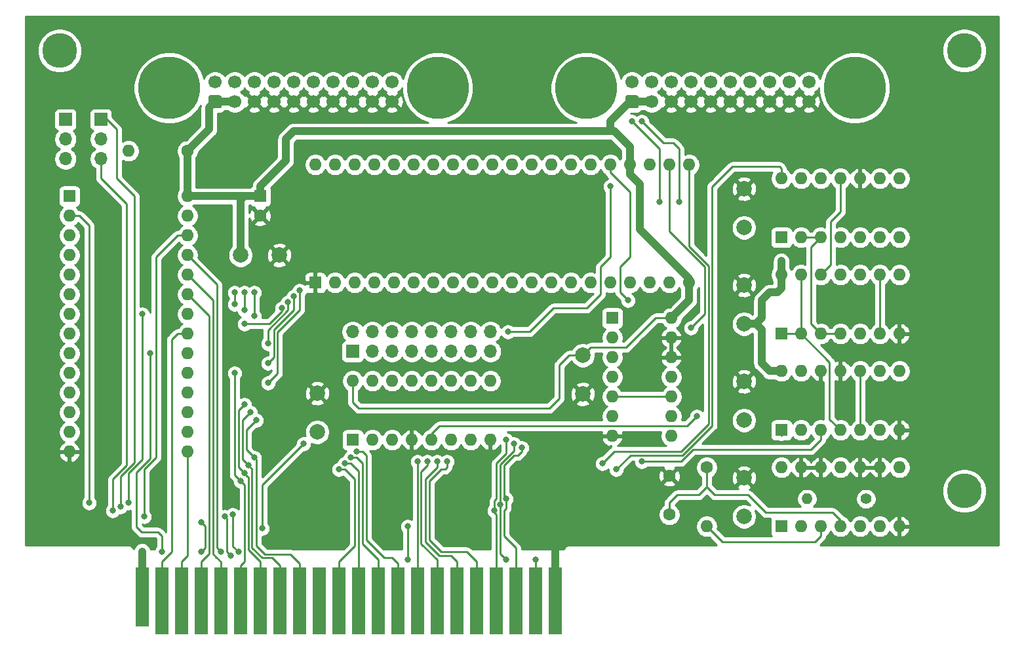
<source format=gbr>
%TF.GenerationSoftware,KiCad,Pcbnew,(5.1.9-0-10_14)*%
%TF.CreationDate,2022-04-10T09:01:30+01:00*%
%TF.ProjectId,ElectronUserPortCartridge,456c6563-7472-46f6-9e55-736572506f72,rev?*%
%TF.SameCoordinates,Original*%
%TF.FileFunction,Copper,L2,Bot*%
%TF.FilePolarity,Positive*%
%FSLAX46Y46*%
G04 Gerber Fmt 4.6, Leading zero omitted, Abs format (unit mm)*
G04 Created by KiCad (PCBNEW (5.1.9-0-10_14)) date 2022-04-10 09:01:30*
%MOMM*%
%LPD*%
G01*
G04 APERTURE LIST*
%TA.AperFunction,ComponentPad*%
%ADD10O,1.600000X1.600000*%
%TD*%
%TA.AperFunction,ComponentPad*%
%ADD11C,1.600000*%
%TD*%
%TA.AperFunction,ComponentPad*%
%ADD12C,8.000000*%
%TD*%
%TA.AperFunction,ComponentPad*%
%ADD13C,1.700000*%
%TD*%
%TA.AperFunction,ComponentPad*%
%ADD14C,4.500000*%
%TD*%
%TA.AperFunction,ComponentPad*%
%ADD15R,1.600000X1.600000*%
%TD*%
%TA.AperFunction,ComponentPad*%
%ADD16O,1.400000X1.400000*%
%TD*%
%TA.AperFunction,ComponentPad*%
%ADD17C,1.400000*%
%TD*%
%TA.AperFunction,ConnectorPad*%
%ADD18R,1.778000X8.636000*%
%TD*%
%TA.AperFunction,ConnectorPad*%
%ADD19R,1.778000X7.620000*%
%TD*%
%TA.AperFunction,ComponentPad*%
%ADD20O,1.700000X1.700000*%
%TD*%
%TA.AperFunction,ComponentPad*%
%ADD21R,1.700000X1.700000*%
%TD*%
%TA.AperFunction,ComponentPad*%
%ADD22C,2.000000*%
%TD*%
%TA.AperFunction,ViaPad*%
%ADD23C,0.800000*%
%TD*%
%TA.AperFunction,Conductor*%
%ADD24C,1.000000*%
%TD*%
%TA.AperFunction,Conductor*%
%ADD25C,0.250000*%
%TD*%
%TA.AperFunction,Conductor*%
%ADD26C,0.254000*%
%TD*%
%TA.AperFunction,Conductor*%
%ADD27C,0.100000*%
%TD*%
G04 APERTURE END LIST*
D10*
%TO.P,R2,2*%
%TO.N,Net-(J2-Pad2)*%
X64770000Y-68834000D03*
D11*
%TO.P,R2,1*%
%TO.N,+5V*%
X72390000Y-68834000D03*
%TD*%
D10*
%TO.P,R1,2*%
%TO.N,Net-(R1-Pad2)*%
X139446000Y-117348000D03*
D11*
%TO.P,R1,1*%
%TO.N,Net-(C9-Pad1)*%
X139446000Y-109728000D03*
%TD*%
D12*
%TO.P,CON2,MP*%
%TO.N,N/C*%
X104711000Y-60684000D03*
X70041000Y-60684000D03*
D13*
%TO.P,CON2,20*%
%TO.N,Net-(CON2-Pad20)*%
X98806000Y-59944000D03*
%TO.P,CON2,18*%
%TO.N,Net-(CON2-Pad18)*%
X96266000Y-59944000D03*
%TO.P,CON2,16*%
%TO.N,Net-(CON2-Pad16)*%
X93726000Y-59944000D03*
%TO.P,CON2,14*%
%TO.N,Net-(CON2-Pad14)*%
X91186000Y-59944000D03*
%TO.P,CON2,12*%
%TO.N,Net-(CON2-Pad12)*%
X88646000Y-59944000D03*
%TO.P,CON2,10*%
%TO.N,Net-(CON2-Pad10)*%
X86106000Y-59944000D03*
%TO.P,CON2,8*%
%TO.N,Net-(CON2-Pad8)*%
X83566000Y-59944000D03*
%TO.P,CON2,6*%
%TO.N,Net-(CON2-Pad6)*%
X81026000Y-59944000D03*
%TO.P,CON2,4*%
%TO.N,Net-(CON2-Pad4)*%
X78486000Y-59944000D03*
%TO.P,CON2,2*%
%TO.N,Net-(CON2-Pad2)*%
X75946000Y-59944000D03*
%TO.P,CON2,19*%
%TO.N,GND*%
X98806000Y-62484000D03*
%TO.P,CON2,17*%
X96266000Y-62484000D03*
%TO.P,CON2,15*%
X93726000Y-62484000D03*
%TO.P,CON2,13*%
X91186000Y-62484000D03*
%TO.P,CON2,11*%
X88646000Y-62484000D03*
%TO.P,CON2,9*%
X86106000Y-62484000D03*
%TO.P,CON2,7*%
X83566000Y-62484000D03*
%TO.P,CON2,5*%
X81026000Y-62484000D03*
%TO.P,CON2,3*%
%TO.N,+5V*%
X78486000Y-62484000D03*
%TO.P,CON2,1*%
%TA.AperFunction,ComponentPad*%
G36*
G01*
X76546000Y-63334000D02*
X75346000Y-63334000D01*
G75*
G02*
X75096000Y-63084000I0J250000D01*
G01*
X75096000Y-61884000D01*
G75*
G02*
X75346000Y-61634000I250000J0D01*
G01*
X76546000Y-61634000D01*
G75*
G02*
X76796000Y-61884000I0J-250000D01*
G01*
X76796000Y-63084000D01*
G75*
G02*
X76546000Y-63334000I-250000J0D01*
G01*
G37*
%TD.AperFunction*%
%TD*%
D14*
%TO.P,hole1,1*%
%TO.N,N/C*%
X55880000Y-55880000D03*
%TD*%
%TO.P,hole3,1*%
%TO.N,N/C*%
X172720000Y-112776000D03*
%TD*%
%TO.P,hole2,1*%
%TO.N,N/C*%
X172720000Y-55880000D03*
%TD*%
D10*
%TO.P,U1,14*%
%TO.N,+5V*%
X149098000Y-109728000D03*
%TO.P,U1,7*%
%TO.N,GND*%
X164338000Y-117348000D03*
%TO.P,U1,13*%
X151638000Y-109728000D03*
%TO.P,U1,6*%
%TO.N,Net-(L1-Pad1)*%
X161798000Y-117348000D03*
%TO.P,U1,12*%
%TO.N,GND*%
X154178000Y-109728000D03*
%TO.P,U1,5*%
%TO.N,Net-(C9-Pad1)*%
X159258000Y-117348000D03*
%TO.P,U1,11*%
%TO.N,Net-(U1-Pad11)*%
X156718000Y-109728000D03*
%TO.P,U1,4*%
%TO.N,Net-(C9-Pad1)*%
X156718000Y-117348000D03*
%TO.P,U1,10*%
%TO.N,GND*%
X159258000Y-109728000D03*
%TO.P,U1,3*%
%TO.N,Net-(R1-Pad2)*%
X154178000Y-117348000D03*
%TO.P,U1,9*%
%TO.N,GND*%
X161798000Y-109728000D03*
%TO.P,U1,2*%
%TO.N,/ClocksAndSignals/PHI0*%
X151638000Y-117348000D03*
%TO.P,U1,8*%
%TO.N,Net-(U1-Pad8)*%
X164338000Y-109728000D03*
D15*
%TO.P,U1,1*%
%TO.N,/ClocksAndSignals/PHI0*%
X149098000Y-117348000D03*
%TD*%
D11*
%TO.P,C9,2*%
%TO.N,GND*%
X134620000Y-110824000D03*
%TO.P,C9,1*%
%TO.N,Net-(C9-Pad1)*%
X134620000Y-115824000D03*
%TD*%
D10*
%TO.P,U6,16*%
%TO.N,+5V*%
X93726000Y-98552000D03*
%TO.P,U6,8*%
%TO.N,GND*%
X111506000Y-106172000D03*
%TO.P,U6,15*%
%TO.N,Net-(J1-Pad1)*%
X96266000Y-98552000D03*
%TO.P,U6,7*%
%TO.N,Net-(J1-Pad15)*%
X108966000Y-106172000D03*
%TO.P,U6,14*%
%TO.N,Net-(J1-Pad3)*%
X98806000Y-98552000D03*
%TO.P,U6,6*%
%TO.N,/RAMandIO/BA7*%
X106426000Y-106172000D03*
%TO.P,U6,13*%
%TO.N,Net-(J1-Pad5)*%
X101346000Y-98552000D03*
%TO.P,U6,5*%
%TO.N,/ClocksAndSignals/CNPGFC*%
X103886000Y-106172000D03*
%TO.P,U6,12*%
%TO.N,Net-(J1-Pad7)*%
X103886000Y-98552000D03*
%TO.P,U6,4*%
%TO.N,GND*%
X101346000Y-106172000D03*
%TO.P,U6,11*%
%TO.N,Net-(J1-Pad9)*%
X106426000Y-98552000D03*
%TO.P,U6,3*%
%TO.N,/RAMandIO/BA6*%
X98806000Y-106172000D03*
%TO.P,U6,10*%
%TO.N,Net-(J1-Pad11)*%
X108966000Y-98552000D03*
%TO.P,U6,2*%
%TO.N,/RAMandIO/BA5*%
X96266000Y-106172000D03*
%TO.P,U6,9*%
%TO.N,Net-(J1-Pad13)*%
X111506000Y-98552000D03*
D15*
%TO.P,U6,1*%
%TO.N,/RAMandIO/BA4*%
X93726000Y-106172000D03*
%TD*%
D10*
%TO.P,U8,40*%
%TO.N,Net-(CON2-Pad2)*%
X88900000Y-70612000D03*
%TO.P,U8,20*%
%TO.N,+5V*%
X137160000Y-85852000D03*
%TO.P,U8,39*%
%TO.N,Net-(CON2-Pad4)*%
X91440000Y-70612000D03*
%TO.P,U8,19*%
%TO.N,Net-(CON3-Pad4)*%
X134620000Y-85852000D03*
%TO.P,U8,38*%
%TO.N,/RAMandIO/BA0*%
X93980000Y-70612000D03*
%TO.P,U8,18*%
%TO.N,Net-(CON3-Pad2)*%
X132080000Y-85852000D03*
%TO.P,U8,37*%
%TO.N,/RAMandIO/BA1*%
X96520000Y-70612000D03*
%TO.P,U8,17*%
%TO.N,Net-(CON3-Pad20)*%
X129540000Y-85852000D03*
%TO.P,U8,36*%
%TO.N,/RAMandIO/BA2*%
X99060000Y-70612000D03*
%TO.P,U8,16*%
%TO.N,Net-(CON3-Pad18)*%
X127000000Y-85852000D03*
%TO.P,U8,35*%
%TO.N,/RAMandIO/BA3*%
X101600000Y-70612000D03*
%TO.P,U8,15*%
%TO.N,Net-(CON3-Pad16)*%
X124460000Y-85852000D03*
%TO.P,U8,34*%
%TO.N,NRST*%
X104140000Y-70612000D03*
%TO.P,U8,14*%
%TO.N,Net-(CON3-Pad14)*%
X121920000Y-85852000D03*
%TO.P,U8,33*%
%TO.N,/RAMandIO/D0*%
X106680000Y-70612000D03*
%TO.P,U8,13*%
%TO.N,Net-(CON3-Pad12)*%
X119380000Y-85852000D03*
%TO.P,U8,32*%
%TO.N,/RAMandIO/D1*%
X109220000Y-70612000D03*
%TO.P,U8,12*%
%TO.N,Net-(CON3-Pad10)*%
X116840000Y-85852000D03*
%TO.P,U8,31*%
%TO.N,/RAMandIO/D2*%
X111760000Y-70612000D03*
%TO.P,U8,11*%
%TO.N,Net-(CON3-Pad8)*%
X114300000Y-85852000D03*
%TO.P,U8,30*%
%TO.N,/RAMandIO/D3*%
X114300000Y-70612000D03*
%TO.P,U8,10*%
%TO.N,Net-(CON3-Pad6)*%
X111760000Y-85852000D03*
%TO.P,U8,29*%
%TO.N,/RAMandIO/D4*%
X116840000Y-70612000D03*
%TO.P,U8,9*%
%TO.N,Net-(CON2-Pad20)*%
X109220000Y-85852000D03*
%TO.P,U8,28*%
%TO.N,/RAMandIO/D5*%
X119380000Y-70612000D03*
%TO.P,U8,8*%
%TO.N,Net-(CON2-Pad18)*%
X106680000Y-85852000D03*
%TO.P,U8,27*%
%TO.N,/RAMandIO/D6*%
X121920000Y-70612000D03*
%TO.P,U8,7*%
%TO.N,Net-(CON2-Pad16)*%
X104140000Y-85852000D03*
%TO.P,U8,26*%
%TO.N,/RAMandIO/D7*%
X124460000Y-70612000D03*
%TO.P,U8,6*%
%TO.N,Net-(CON2-Pad14)*%
X101600000Y-85852000D03*
%TO.P,U8,25*%
%TO.N,/ClocksAndSignals/1Mhz*%
X127000000Y-70612000D03*
%TO.P,U8,5*%
%TO.N,Net-(CON2-Pad12)*%
X99060000Y-85852000D03*
%TO.P,U8,24*%
%TO.N,+5V*%
X129540000Y-70612000D03*
%TO.P,U8,4*%
%TO.N,Net-(CON2-Pad10)*%
X96520000Y-85852000D03*
%TO.P,U8,23*%
%TO.N,Net-(J1-Pad10)*%
X132080000Y-70612000D03*
%TO.P,U8,3*%
%TO.N,Net-(CON2-Pad8)*%
X93980000Y-85852000D03*
%TO.P,U8,22*%
%TO.N,/ClocksAndSignals/RW*%
X134620000Y-70612000D03*
%TO.P,U8,2*%
%TO.N,Net-(CON2-Pad6)*%
X91440000Y-85852000D03*
%TO.P,U8,21*%
%TO.N,NIRQ*%
X137160000Y-70612000D03*
D15*
%TO.P,U8,1*%
%TO.N,GND*%
X88900000Y-85852000D03*
%TD*%
D16*
%TO.P,L1,2*%
%TO.N,/ClocksAndSignals/PHI0*%
X152400000Y-113792000D03*
D17*
%TO.P,L1,1*%
%TO.N,Net-(L1-Pad1)*%
X160020000Y-113792000D03*
%TD*%
D10*
%TO.P,U7,28*%
%TO.N,+5V*%
X72390000Y-74676000D03*
%TO.P,U7,14*%
%TO.N,GND*%
X57150000Y-107696000D03*
%TO.P,U7,27*%
%TO.N,Net-(J2-Pad2)*%
X72390000Y-77216000D03*
%TO.P,U7,13*%
%TO.N,/RAMandIO/D2*%
X57150000Y-105156000D03*
%TO.P,U7,26*%
%TO.N,/RAMandIO/A13*%
X72390000Y-79756000D03*
%TO.P,U7,12*%
%TO.N,/RAMandIO/D1*%
X57150000Y-102616000D03*
%TO.P,U7,25*%
%TO.N,/RAMandIO/A8*%
X72390000Y-82296000D03*
%TO.P,U7,11*%
%TO.N,/RAMandIO/D0*%
X57150000Y-100076000D03*
%TO.P,U7,24*%
%TO.N,/RAMandIO/A9*%
X72390000Y-84836000D03*
%TO.P,U7,10*%
%TO.N,/RAMandIO/BA0*%
X57150000Y-97536000D03*
%TO.P,U7,23*%
%TO.N,/RAMandIO/A11*%
X72390000Y-87376000D03*
%TO.P,U7,9*%
%TO.N,/RAMandIO/BA1*%
X57150000Y-94996000D03*
%TO.P,U7,22*%
%TO.N,/ClocksAndSignals/NRE*%
X72390000Y-89916000D03*
%TO.P,U7,8*%
%TO.N,/RAMandIO/BA2*%
X57150000Y-92456000D03*
%TO.P,U7,21*%
%TO.N,/RAMandIO/A10*%
X72390000Y-92456000D03*
%TO.P,U7,7*%
%TO.N,/RAMandIO/BA3*%
X57150000Y-89916000D03*
%TO.P,U7,20*%
%TO.N,ROM*%
X72390000Y-94996000D03*
%TO.P,U7,6*%
%TO.N,/RAMandIO/BA4*%
X57150000Y-87376000D03*
%TO.P,U7,19*%
%TO.N,/RAMandIO/D7*%
X72390000Y-97536000D03*
%TO.P,U7,5*%
%TO.N,/RAMandIO/BA5*%
X57150000Y-84836000D03*
%TO.P,U7,18*%
%TO.N,/RAMandIO/D6*%
X72390000Y-100076000D03*
%TO.P,U7,4*%
%TO.N,/RAMandIO/BA6*%
X57150000Y-82296000D03*
%TO.P,U7,17*%
%TO.N,/RAMandIO/D5*%
X72390000Y-102616000D03*
%TO.P,U7,3*%
%TO.N,/RAMandIO/BA7*%
X57150000Y-79756000D03*
%TO.P,U7,16*%
%TO.N,/RAMandIO/D4*%
X72390000Y-105156000D03*
%TO.P,U7,2*%
%TO.N,/RAMandIO/A12*%
X57150000Y-77216000D03*
%TO.P,U7,15*%
%TO.N,/RAMandIO/D3*%
X72390000Y-107696000D03*
D15*
%TO.P,U7,1*%
%TO.N,Net-(J3-Pad2)*%
X57150000Y-74676000D03*
%TD*%
D18*
%TO.P,CON1,b22*%
%TO.N,GND*%
X119888000Y-127000000D03*
%TO.P,CON1,b21*%
%TO.N,/RAMandIO/D1*%
X117348000Y-127000000D03*
%TO.P,CON1,b20*%
%TO.N,/RAMandIO/D2*%
X114808000Y-127000000D03*
%TO.P,CON1,b19*%
%TO.N,/RAMandIO/D0*%
X112268000Y-127000000D03*
%TO.P,CON1,b18*%
%TO.N,/RAMandIO/BA0*%
X109728000Y-127000000D03*
%TO.P,CON1,b17*%
%TO.N,/RAMandIO/BA1*%
X107188000Y-127000000D03*
%TO.P,CON1,b16*%
%TO.N,/RAMandIO/BA2*%
X104648000Y-127000000D03*
%TO.P,CON1,b15*%
%TO.N,/RAMandIO/BA3*%
X102108000Y-127000000D03*
%TO.P,CON1,b14*%
%TO.N,/RAMandIO/BA4*%
X99568000Y-127000000D03*
%TO.P,CON1,b13*%
%TO.N,/RAMandIO/BA5*%
X97028000Y-127000000D03*
%TO.P,CON1,b12*%
%TO.N,/RAMandIO/BA6*%
X94488000Y-127000000D03*
%TO.P,CON1,b11*%
%TO.N,/RAMandIO/BA7*%
X91948000Y-127000000D03*
%TO.P,CON1,b10*%
%TO.N,Net-(CON1-Padb10)*%
X89408000Y-127000000D03*
%TO.P,CON1,b9*%
%TO.N,/RAMandIO/D4*%
X86868000Y-127000000D03*
%TO.P,CON1,b8*%
%TO.N,/RAMandIO/D5*%
X84328000Y-127000000D03*
%TO.P,CON1,b7*%
%TO.N,/RAMandIO/D6*%
X81788000Y-127000000D03*
%TO.P,CON1,b6*%
%TO.N,/RAMandIO/D7*%
X79248000Y-127000000D03*
%TO.P,CON1,b5*%
%TO.N,/RAMandIO/A9*%
X76708000Y-127000000D03*
%TO.P,CON1,b4*%
%TO.N,/RAMandIO/A11*%
X74168000Y-127000000D03*
%TO.P,CON1,b3*%
%TO.N,/RAMandIO/D3*%
X71628000Y-127000000D03*
%TO.P,CON1,b2*%
%TO.N,/RAMandIO/A10*%
X69088000Y-127000000D03*
D19*
%TO.P,CON1,b1*%
%TO.N,+5V*%
X66548000Y-126492000D03*
%TD*%
D20*
%TO.P,J1,16*%
%TO.N,Net-(J1-Pad10)*%
X111506000Y-92202000D03*
%TO.P,J1,15*%
%TO.N,Net-(J1-Pad15)*%
X111506000Y-94742000D03*
%TO.P,J1,14*%
%TO.N,Net-(J1-Pad10)*%
X108966000Y-92202000D03*
%TO.P,J1,13*%
%TO.N,Net-(J1-Pad13)*%
X108966000Y-94742000D03*
%TO.P,J1,12*%
%TO.N,Net-(J1-Pad10)*%
X106426000Y-92202000D03*
%TO.P,J1,11*%
%TO.N,Net-(J1-Pad11)*%
X106426000Y-94742000D03*
%TO.P,J1,10*%
%TO.N,Net-(J1-Pad10)*%
X103886000Y-92202000D03*
%TO.P,J1,9*%
%TO.N,Net-(J1-Pad9)*%
X103886000Y-94742000D03*
%TO.P,J1,8*%
%TO.N,Net-(J1-Pad10)*%
X101346000Y-92202000D03*
%TO.P,J1,7*%
%TO.N,Net-(J1-Pad7)*%
X101346000Y-94742000D03*
%TO.P,J1,6*%
%TO.N,Net-(J1-Pad10)*%
X98806000Y-92202000D03*
%TO.P,J1,5*%
%TO.N,Net-(J1-Pad5)*%
X98806000Y-94742000D03*
%TO.P,J1,4*%
%TO.N,Net-(J1-Pad10)*%
X96266000Y-92202000D03*
%TO.P,J1,3*%
%TO.N,Net-(J1-Pad3)*%
X96266000Y-94742000D03*
%TO.P,J1,2*%
%TO.N,Net-(J1-Pad10)*%
X93726000Y-92202000D03*
D21*
%TO.P,J1,1*%
%TO.N,Net-(J1-Pad1)*%
X93726000Y-94742000D03*
%TD*%
D11*
%TO.P,C8,2*%
%TO.N,GND*%
X81788000Y-77176000D03*
D15*
%TO.P,C8,1*%
%TO.N,+5V*%
X81788000Y-74676000D03*
%TD*%
D22*
%TO.P,C7,2*%
%TO.N,GND*%
X84248000Y-82296000D03*
%TO.P,C7,1*%
%TO.N,+5V*%
X79248000Y-82296000D03*
%TD*%
%TO.P,C6,2*%
%TO.N,GND*%
X89154000Y-100156000D03*
%TO.P,C6,1*%
%TO.N,+5V*%
X89154000Y-105156000D03*
%TD*%
%TO.P,C5,2*%
%TO.N,GND*%
X123444000Y-100250000D03*
%TO.P,C5,1*%
%TO.N,+5V*%
X123444000Y-95250000D03*
%TD*%
D12*
%TO.P,CON3,MP*%
%TO.N,N/C*%
X158559000Y-60684000D03*
X123889000Y-60684000D03*
D13*
%TO.P,CON3,20*%
%TO.N,Net-(CON3-Pad20)*%
X152654000Y-59944000D03*
%TO.P,CON3,18*%
%TO.N,Net-(CON3-Pad18)*%
X150114000Y-59944000D03*
%TO.P,CON3,16*%
%TO.N,Net-(CON3-Pad16)*%
X147574000Y-59944000D03*
%TO.P,CON3,14*%
%TO.N,Net-(CON3-Pad14)*%
X145034000Y-59944000D03*
%TO.P,CON3,12*%
%TO.N,Net-(CON3-Pad12)*%
X142494000Y-59944000D03*
%TO.P,CON3,10*%
%TO.N,Net-(CON3-Pad10)*%
X139954000Y-59944000D03*
%TO.P,CON3,8*%
%TO.N,Net-(CON3-Pad8)*%
X137414000Y-59944000D03*
%TO.P,CON3,6*%
%TO.N,Net-(CON3-Pad6)*%
X134874000Y-59944000D03*
%TO.P,CON3,4*%
%TO.N,Net-(CON3-Pad4)*%
X132334000Y-59944000D03*
%TO.P,CON3,2*%
%TO.N,Net-(CON3-Pad2)*%
X129794000Y-59944000D03*
%TO.P,CON3,19*%
%TO.N,GND*%
X152654000Y-62484000D03*
%TO.P,CON3,17*%
X150114000Y-62484000D03*
%TO.P,CON3,15*%
X147574000Y-62484000D03*
%TO.P,CON3,13*%
X145034000Y-62484000D03*
%TO.P,CON3,11*%
X142494000Y-62484000D03*
%TO.P,CON3,9*%
X139954000Y-62484000D03*
%TO.P,CON3,7*%
X137414000Y-62484000D03*
%TO.P,CON3,5*%
X134874000Y-62484000D03*
%TO.P,CON3,3*%
%TO.N,+5V*%
X132334000Y-62484000D03*
%TO.P,CON3,1*%
%TA.AperFunction,ComponentPad*%
G36*
G01*
X130394000Y-63334000D02*
X129194000Y-63334000D01*
G75*
G02*
X128944000Y-63084000I0J250000D01*
G01*
X128944000Y-61884000D01*
G75*
G02*
X129194000Y-61634000I250000J0D01*
G01*
X130394000Y-61634000D01*
G75*
G02*
X130644000Y-61884000I0J-250000D01*
G01*
X130644000Y-63084000D01*
G75*
G02*
X130394000Y-63334000I-250000J0D01*
G01*
G37*
%TD.AperFunction*%
%TD*%
D10*
%TO.P,U3,14*%
%TO.N,+5V*%
X149098000Y-84836000D03*
%TO.P,U3,7*%
%TO.N,GND*%
X164338000Y-92456000D03*
%TO.P,U3,13*%
%TO.N,/ClocksAndSignals/CNPGFC*%
X151638000Y-84836000D03*
%TO.P,U3,6*%
%TO.N,Net-(U3-Pad6)*%
X161798000Y-92456000D03*
%TO.P,U3,12*%
%TO.N,Net-(U3-Pad12)*%
X154178000Y-84836000D03*
%TO.P,U3,5*%
%TO.N,Net-(L1-Pad1)*%
X159258000Y-92456000D03*
%TO.P,U3,11*%
%TO.N,Net-(U3-Pad10)*%
X156718000Y-84836000D03*
%TO.P,U3,4*%
%TO.N,Net-(U3-Pad3)*%
X156718000Y-92456000D03*
%TO.P,U3,10*%
%TO.N,Net-(U3-Pad10)*%
X159258000Y-84836000D03*
%TO.P,U3,3*%
%TO.N,Net-(U3-Pad3)*%
X154178000Y-92456000D03*
%TO.P,U3,9*%
%TO.N,Net-(U3-Pad6)*%
X161798000Y-84836000D03*
%TO.P,U3,2*%
%TO.N,/ClocksAndSignals/CNPGFC*%
X151638000Y-92456000D03*
%TO.P,U3,8*%
%TO.N,/ClocksAndSignals/1Mhz*%
X164338000Y-84836000D03*
D15*
%TO.P,U3,1*%
%TO.N,/ClocksAndSignals/CNPGFC*%
X149098000Y-92456000D03*
%TD*%
D10*
%TO.P,U4,14*%
%TO.N,/RAMandIO/16MHz*%
X149098000Y-72390000D03*
%TO.P,U4,7*%
%TO.N,N/C*%
X164338000Y-80010000D03*
%TO.P,U4,13*%
X151638000Y-72390000D03*
%TO.P,U4,6*%
X161798000Y-80010000D03*
%TO.P,U4,12*%
%TO.N,Net-(U4-Pad1)*%
X154178000Y-72390000D03*
%TO.P,U4,5*%
%TO.N,+5V*%
X159258000Y-80010000D03*
%TO.P,U4,11*%
%TO.N,Net-(U3-Pad12)*%
X156718000Y-72390000D03*
%TO.P,U4,4*%
%TO.N,N/C*%
X156718000Y-80010000D03*
%TO.P,U4,10*%
%TO.N,GND*%
X159258000Y-72390000D03*
%TO.P,U4,3*%
%TO.N,Net-(U3-Pad3)*%
X154178000Y-80010000D03*
%TO.P,U4,9*%
%TO.N,Net-(U4-Pad9)*%
X161798000Y-72390000D03*
%TO.P,U4,2*%
%TO.N,Net-(U3-Pad3)*%
X151638000Y-80010000D03*
%TO.P,U4,8*%
%TO.N,Net-(U4-Pad8)*%
X164338000Y-72390000D03*
D15*
%TO.P,U4,1*%
%TO.N,Net-(U4-Pad1)*%
X149098000Y-80010000D03*
%TD*%
D10*
%TO.P,U2,14*%
%TO.N,+5V*%
X149098000Y-97282000D03*
%TO.P,U2,7*%
%TO.N,GND*%
X164338000Y-104902000D03*
%TO.P,U2,13*%
%TO.N,Net-(U2-Pad13)*%
X151638000Y-97282000D03*
%TO.P,U2,6*%
%TO.N,Net-(U2-Pad1)*%
X161798000Y-104902000D03*
%TO.P,U2,12*%
%TO.N,GND*%
X154178000Y-97282000D03*
%TO.P,U2,5*%
%TO.N,Net-(U2-Pad10)*%
X159258000Y-104902000D03*
%TO.P,U2,11*%
%TO.N,GND*%
X156718000Y-97282000D03*
%TO.P,U2,4*%
%TO.N,/ClocksAndSignals/CNPGFC*%
X156718000Y-104902000D03*
%TO.P,U2,10*%
%TO.N,Net-(U2-Pad10)*%
X159258000Y-97282000D03*
%TO.P,U2,3*%
%TO.N,/ClocksAndSignals/NPGFC*%
X154178000Y-104902000D03*
%TO.P,U2,9*%
X161798000Y-97282000D03*
%TO.P,U2,2*%
%TO.N,Net-(L1-Pad1)*%
X151638000Y-104902000D03*
%TO.P,U2,8*%
%TO.N,/ClocksAndSignals/CNPGFC*%
X164338000Y-97282000D03*
D15*
%TO.P,U2,1*%
%TO.N,Net-(U2-Pad1)*%
X149098000Y-104902000D03*
%TD*%
D10*
%TO.P,U5,14*%
%TO.N,+5V*%
X134874000Y-90424000D03*
%TO.P,U5,7*%
%TO.N,GND*%
X127254000Y-105664000D03*
%TO.P,U5,13*%
X134874000Y-92964000D03*
%TO.P,U5,6*%
%TO.N,/ClocksAndSignals/NWE*%
X127254000Y-103124000D03*
%TO.P,U5,12*%
%TO.N,GND*%
X134874000Y-95504000D03*
%TO.P,U5,5*%
%TO.N,/ClocksAndSignals/PHI0*%
X127254000Y-100584000D03*
%TO.P,U5,11*%
%TO.N,Net-(U5-Pad11)*%
X134874000Y-98044000D03*
%TO.P,U5,4*%
%TO.N,Net-(U5-Pad3)*%
X127254000Y-98044000D03*
%TO.P,U5,10*%
%TO.N,/ClocksAndSignals/PHI0*%
X134874000Y-100584000D03*
%TO.P,U5,3*%
%TO.N,Net-(U5-Pad3)*%
X127254000Y-95504000D03*
%TO.P,U5,9*%
%TO.N,/ClocksAndSignals/RW*%
X134874000Y-103124000D03*
%TO.P,U5,2*%
X127254000Y-92964000D03*
%TO.P,U5,8*%
%TO.N,/ClocksAndSignals/NRE*%
X134874000Y-105664000D03*
D15*
%TO.P,U5,1*%
%TO.N,/ClocksAndSignals/RW*%
X127254000Y-90424000D03*
%TD*%
D20*
%TO.P,J3,3*%
%TO.N,+5V*%
X56642000Y-69850000D03*
%TO.P,J3,2*%
%TO.N,Net-(J3-Pad2)*%
X56642000Y-67310000D03*
D21*
%TO.P,J3,1*%
%TO.N,QA*%
X56642000Y-64770000D03*
%TD*%
D20*
%TO.P,J2,3*%
%TO.N,QA*%
X61214000Y-69850000D03*
%TO.P,J2,2*%
%TO.N,Net-(J2-Pad2)*%
X61214000Y-67310000D03*
D21*
%TO.P,J2,1*%
%TO.N,/ClocksAndSignals/NWE*%
X61214000Y-64770000D03*
%TD*%
D22*
%TO.P,C3,2*%
%TO.N,GND*%
X144272000Y-86186000D03*
%TO.P,C3,1*%
%TO.N,+5V*%
X144272000Y-91186000D03*
%TD*%
%TO.P,C4,2*%
%TO.N,GND*%
X144272000Y-73740000D03*
%TO.P,C4,1*%
%TO.N,+5V*%
X144272000Y-78740000D03*
%TD*%
%TO.P,C2,2*%
%TO.N,GND*%
X144272000Y-98632000D03*
%TO.P,C2,1*%
%TO.N,+5V*%
X144272000Y-103632000D03*
%TD*%
%TO.P,C1,2*%
%TO.N,GND*%
X144272000Y-111078000D03*
%TO.P,C1,1*%
%TO.N,+5V*%
X144272000Y-116078000D03*
%TD*%
D23*
%TO.N,GND*%
X156464000Y-89662000D03*
X68326000Y-77216000D03*
X62230000Y-77216000D03*
X62230000Y-82296000D03*
X62230000Y-84836000D03*
X62230000Y-87376000D03*
X62230000Y-89916000D03*
X62230000Y-92456000D03*
X62230000Y-94996000D03*
X62230000Y-97536000D03*
X68580000Y-110744000D03*
X61214000Y-110744000D03*
X119888000Y-120904000D03*
X77470000Y-72390000D03*
X77470000Y-69850000D03*
%TO.N,+5V*%
X66548000Y-121158000D03*
%TO.N,/RAMandIO/16MHz*%
X127762000Y-109982000D03*
%TO.N,QA*%
X62738000Y-115316000D03*
X100838000Y-121666000D03*
X100838000Y-117348000D03*
%TO.N,/ClocksAndSignals/NPGFC*%
X131064000Y-108966000D03*
%TO.N,NIRQ*%
X125984000Y-109220000D03*
%TO.N,/RAMandIO/A12*%
X59690000Y-114300000D03*
X78994000Y-120650000D03*
X78232000Y-115824000D03*
%TO.N,/RAMandIO/A13*%
X77978000Y-121158000D03*
X77216000Y-116078000D03*
X66802000Y-116078000D03*
%TO.N,/RAMandIO/A8*%
X76708000Y-120650000D03*
%TO.N,NRST*%
X87376000Y-106680000D03*
X82042000Y-117602000D03*
%TO.N,ROM*%
X67564000Y-94996000D03*
X69088000Y-120650000D03*
%TO.N,/RAMandIO/D1*%
X113538000Y-121666000D03*
X114554000Y-106680000D03*
X112776000Y-114554000D03*
X117348000Y-121666000D03*
%TO.N,/RAMandIO/D2*%
X115570000Y-107188000D03*
X113538000Y-113792000D03*
%TO.N,/RAMandIO/D0*%
X112014000Y-115316000D03*
X113538000Y-106172000D03*
%TO.N,/RAMandIO/BA0*%
X105918000Y-108966000D03*
X82804000Y-98806000D03*
X86868000Y-86868000D03*
%TO.N,/RAMandIO/BA1*%
X104648000Y-108966000D03*
X86106000Y-87630000D03*
X82804000Y-96266000D03*
%TO.N,/RAMandIO/BA2*%
X103378000Y-108966000D03*
X85344000Y-88392000D03*
X82804000Y-93726000D03*
%TO.N,/RAMandIO/BA3*%
X102108000Y-108966000D03*
X84582000Y-89154000D03*
X84582000Y-89154000D03*
X79756000Y-91186000D03*
%TO.N,/RAMandIO/BA4*%
X94234000Y-107696000D03*
%TO.N,/RAMandIO/BA5*%
X93472000Y-108458000D03*
X78486000Y-87122000D03*
X78486000Y-88646000D03*
%TO.N,/RAMandIO/BA6*%
X92710000Y-109220000D03*
X79756000Y-89408000D03*
X79756000Y-87122000D03*
%TO.N,/RAMandIO/BA7*%
X91948000Y-109982000D03*
X81026000Y-90170000D03*
X81026000Y-87122000D03*
%TO.N,/RAMandIO/D4*%
X81280000Y-103632000D03*
X81026000Y-108458000D03*
%TO.N,/RAMandIO/D5*%
X80518000Y-102616000D03*
X80264000Y-109474000D03*
%TO.N,/RAMandIO/D6*%
X79756000Y-101600000D03*
X79757410Y-110491410D03*
%TO.N,/RAMandIO/D7*%
X79248000Y-111506000D03*
X78486000Y-97536000D03*
%TO.N,Net-(CON3-Pad4)*%
X135890000Y-75438000D03*
X131064000Y-65024000D03*
%TO.N,Net-(CON3-Pad2)*%
X133350000Y-75438000D03*
X129794000Y-65024000D03*
%TO.N,/ClocksAndSignals/RW*%
X74168000Y-116840000D03*
X74168000Y-120650000D03*
X137414000Y-91694000D03*
%TO.N,/ClocksAndSignals/NWE*%
X63754000Y-114808000D03*
%TO.N,/ClocksAndSignals/NRE*%
X66548000Y-89916000D03*
X64770000Y-114300000D03*
%TO.N,/ClocksAndSignals/CNPGFC*%
X138176000Y-103124000D03*
%TO.N,/ClocksAndSignals/1Mhz*%
X129286000Y-88138000D03*
%TO.N,Net-(J1-Pad10)*%
X127000000Y-73406000D03*
X113792000Y-92202000D03*
%TD*%
D24*
%TO.N,GND*%
X119888000Y-127000000D02*
X119888000Y-120904000D01*
X119888000Y-120904000D02*
X119888000Y-118364000D01*
%TO.N,+5V*%
X149098000Y-83058000D02*
X149098000Y-84836000D01*
X149098000Y-86614000D02*
X148590000Y-87122000D01*
X145796000Y-91186000D02*
X146558000Y-90424000D01*
X146558000Y-90424000D02*
X146558000Y-88138000D01*
X147574000Y-87122000D02*
X148590000Y-87122000D01*
X146558000Y-88138000D02*
X147574000Y-87122000D01*
X145796000Y-91186000D02*
X146558000Y-91948000D01*
X146558000Y-91948000D02*
X146558000Y-95504000D01*
X146558000Y-95504000D02*
X146558000Y-96266000D01*
X146558000Y-96266000D02*
X147574000Y-97282000D01*
X147574000Y-97282000D02*
X149098000Y-97282000D01*
D25*
X81534000Y-74676000D02*
X81788000Y-74422000D01*
D24*
X66548000Y-126492000D02*
X66548000Y-121158000D01*
X79248000Y-75184000D02*
X79756000Y-74676000D01*
X79248000Y-82296000D02*
X79248000Y-75184000D01*
X79756000Y-74676000D02*
X81534000Y-74676000D01*
X72390000Y-74676000D02*
X79756000Y-74676000D01*
X66548000Y-120592315D02*
X66548000Y-121158000D01*
X137160000Y-85852000D02*
X137160000Y-88138000D01*
X137160000Y-88138000D02*
X134874000Y-90424000D01*
X129540000Y-70612000D02*
X129540000Y-68326000D01*
X129540000Y-68326000D02*
X127508000Y-66294000D01*
X129540000Y-70612000D02*
X129540000Y-71882000D01*
X129540000Y-71882000D02*
X130556000Y-72898000D01*
X130556000Y-72898000D02*
X130810000Y-73152000D01*
X130810000Y-73152000D02*
X130810000Y-78994000D01*
X130810000Y-78994000D02*
X137160000Y-85344000D01*
D25*
X134874000Y-90424000D02*
X132842000Y-90424000D01*
X132842000Y-90424000D02*
X129032000Y-94234000D01*
X129032000Y-94234000D02*
X125222000Y-94234000D01*
X125222000Y-94234000D02*
X124460000Y-94234000D01*
X124460000Y-94234000D02*
X123444000Y-95250000D01*
X93726000Y-98552000D02*
X93726000Y-100838000D01*
X93726000Y-100838000D02*
X93726000Y-101092000D01*
X93726000Y-101092000D02*
X93726000Y-101346000D01*
X93726000Y-101346000D02*
X94488000Y-102108000D01*
X94488000Y-102108000D02*
X119126000Y-102108000D01*
X119126000Y-102108000D02*
X120396000Y-100838000D01*
X120396000Y-100838000D02*
X120396000Y-96520000D01*
X120396000Y-96520000D02*
X121666000Y-95250000D01*
X121666000Y-95250000D02*
X123444000Y-95250000D01*
D24*
X144272000Y-91186000D02*
X145796000Y-91186000D01*
X149098000Y-86614000D02*
X149098000Y-85598000D01*
X149098000Y-85598000D02*
X149098000Y-86360000D01*
X149098000Y-84836000D02*
X149098000Y-85598000D01*
X145796000Y-91186000D02*
X144272000Y-91186000D01*
X132334000Y-62484000D02*
X129794000Y-62484000D01*
X129794000Y-62484000D02*
X129540000Y-62484000D01*
X129540000Y-62484000D02*
X127000000Y-65024000D01*
X127000000Y-65024000D02*
X127000000Y-66294000D01*
X127508000Y-66294000D02*
X127000000Y-66294000D01*
X125476000Y-66294000D02*
X127000000Y-66294000D01*
X86106000Y-66294000D02*
X125476000Y-66294000D01*
X85090000Y-70104000D02*
X85090000Y-67310000D01*
X81788000Y-74422000D02*
X81788000Y-73406000D01*
X85090000Y-67310000D02*
X86106000Y-66294000D01*
X81788000Y-73406000D02*
X85090000Y-70104000D01*
X72390000Y-68834000D02*
X75184000Y-66040000D01*
X75184000Y-66040000D02*
X75184000Y-63246000D01*
X75184000Y-63246000D02*
X75946000Y-62484000D01*
X75946000Y-62484000D02*
X78740000Y-62484000D01*
X72390000Y-74676000D02*
X72390000Y-69088000D01*
X72390000Y-69088000D02*
X72390000Y-68834000D01*
D25*
%TO.N,/RAMandIO/16MHz*%
X149098000Y-72390000D02*
X149098000Y-71120000D01*
X149098000Y-71120000D02*
X148844000Y-70866000D01*
X148844000Y-70866000D02*
X142748000Y-70866000D01*
X142748000Y-70866000D02*
X140462000Y-73152000D01*
X140462000Y-73152000D02*
X140208000Y-73406000D01*
X140208000Y-73406000D02*
X140150010Y-73463990D01*
X140150010Y-73463990D02*
X140150010Y-85919600D01*
X140150010Y-85919600D02*
X140150010Y-96266000D01*
X140150009Y-104326401D02*
X136330400Y-108146010D01*
X140150010Y-99879990D02*
X140150009Y-104326401D01*
X140150010Y-96266000D02*
X140150010Y-99879990D01*
X140150010Y-99879990D02*
X140150010Y-100018010D01*
X136330400Y-108146010D02*
X129597990Y-108146010D01*
X129597990Y-108146010D02*
X127762000Y-109982000D01*
X127762000Y-109982000D02*
X127762000Y-109982000D01*
%TO.N,QA*%
X64516000Y-75692000D02*
X64516000Y-100330000D01*
X61214000Y-72390000D02*
X64516000Y-75692000D01*
X61214000Y-69850000D02*
X61214000Y-72390000D01*
X64516000Y-100330000D02*
X64516000Y-108966000D01*
X64516000Y-108966000D02*
X64516000Y-108966000D01*
X64516000Y-109471180D02*
X62738000Y-111249180D01*
X64516000Y-108966000D02*
X64516000Y-109471180D01*
X62738000Y-111249180D02*
X62738000Y-115316000D01*
X62738000Y-115316000D02*
X62738000Y-115316000D01*
X100838000Y-121666000D02*
X100838000Y-117348000D01*
X100838000Y-117348000D02*
X100838000Y-117348000D01*
%TO.N,/ClocksAndSignals/NPGFC*%
X137670820Y-107442000D02*
X136516800Y-108596020D01*
X140462000Y-107442000D02*
X137670820Y-107442000D01*
X148082000Y-107442000D02*
X140462000Y-107442000D01*
X140462000Y-107442000D02*
X140208000Y-107442000D01*
X136516800Y-108596020D02*
X136513980Y-108596020D01*
X136144000Y-108966000D02*
X131064000Y-108966000D01*
X136513980Y-108596020D02*
X136144000Y-108966000D01*
X148082000Y-107442000D02*
X152908000Y-107442000D01*
X152908000Y-107442000D02*
X154178000Y-106172000D01*
X154178000Y-106172000D02*
X154178000Y-104902000D01*
%TO.N,NIRQ*%
X137160000Y-70612000D02*
X137160000Y-81151590D01*
X137160000Y-81151590D02*
X139700000Y-83691590D01*
X139700000Y-83691590D02*
X139700000Y-86106000D01*
X139700000Y-86106000D02*
X139700000Y-86360000D01*
X139700000Y-98298000D02*
X139700000Y-104140000D01*
X139700000Y-86106000D02*
X139700000Y-98298000D01*
X139700000Y-98298000D02*
X139700000Y-98552000D01*
X139700000Y-104140000D02*
X136144000Y-107696000D01*
X136144000Y-107696000D02*
X127508000Y-107696000D01*
X127508000Y-107696000D02*
X125984000Y-109220000D01*
%TO.N,/ClocksAndSignals/PHI0*%
X127254000Y-100584000D02*
X134620000Y-100584000D01*
X134620000Y-100584000D02*
X134874000Y-100584000D01*
%TO.N,/RAMandIO/A12*%
X57150000Y-77216000D02*
X58420000Y-77216000D01*
X58420000Y-77216000D02*
X59690000Y-78486000D01*
X59690000Y-110490000D02*
X59690000Y-114300000D01*
X59690000Y-78486000D02*
X59690000Y-110490000D01*
X59690000Y-110490000D02*
X59690000Y-110744000D01*
X59690000Y-114300000D02*
X59690000Y-114300000D01*
X78268999Y-119924999D02*
X78994000Y-120650000D01*
X78232000Y-119888000D02*
X78268999Y-119924999D01*
X78232000Y-115824000D02*
X78232000Y-119888000D01*
%TO.N,/RAMandIO/A13*%
X66802000Y-109979180D02*
X66802000Y-110744000D01*
X71120000Y-79756000D02*
X68326000Y-82550000D01*
X68326000Y-82550000D02*
X68326000Y-108455180D01*
X68326000Y-108455180D02*
X66802000Y-109979180D01*
X72390000Y-79756000D02*
X71120000Y-79756000D01*
X66802000Y-110490000D02*
X66802000Y-110744000D01*
X77978000Y-121158000D02*
X77470000Y-120650000D01*
X66802000Y-111760000D02*
X66802000Y-116078000D01*
X66802000Y-112014000D02*
X66802000Y-111760000D01*
X66802000Y-111760000D02*
X66802000Y-110744000D01*
X77470000Y-116332000D02*
X77216000Y-116078000D01*
X77470000Y-118110000D02*
X77470000Y-116332000D01*
X77470000Y-120650000D02*
X77470000Y-118110000D01*
X77470000Y-118110000D02*
X77470000Y-117856000D01*
%TO.N,/RAMandIO/A8*%
X76708000Y-120650000D02*
X76200000Y-120142000D01*
X72390000Y-82296000D02*
X76200000Y-86106000D01*
X76200000Y-120142000D02*
X76200000Y-108458000D01*
X76200000Y-108458000D02*
X76200000Y-108712000D01*
X76200000Y-86106000D02*
X76200000Y-108458000D01*
%TO.N,NRST*%
X87376000Y-106680000D02*
X82042000Y-112014000D01*
X82042000Y-112014000D02*
X82042000Y-116332000D01*
X82042000Y-116332000D02*
X82042000Y-117602000D01*
%TO.N,ROM*%
X69088000Y-119888000D02*
X69088000Y-119888000D01*
X67564000Y-108580770D02*
X65786000Y-110358770D01*
X67564000Y-100076000D02*
X67564000Y-108580770D01*
X67564000Y-100076000D02*
X67564000Y-100330000D01*
X65786000Y-110490000D02*
X65786000Y-110744000D01*
X65786000Y-110358770D02*
X65786000Y-110744000D01*
X67564000Y-94996000D02*
X67564000Y-100076000D01*
X69088000Y-118618000D02*
X69088000Y-119888000D01*
X66490998Y-118110000D02*
X68580000Y-118110000D01*
X65786000Y-117405002D02*
X66490998Y-118110000D01*
X68580000Y-118110000D02*
X69088000Y-118618000D01*
X65786000Y-110744000D02*
X65786000Y-117405002D01*
X69088000Y-119888000D02*
X69088000Y-120650000D01*
%TO.N,/RAMandIO/D1*%
X117348000Y-121412000D02*
X117348000Y-122936000D01*
X117348000Y-122936000D02*
X117348000Y-127000000D01*
X112776000Y-109348410D02*
X112776000Y-120904000D01*
X112776000Y-120904000D02*
X113538000Y-121666000D01*
X114554000Y-107570410D02*
X112776000Y-109348410D01*
X114554000Y-106680000D02*
X114554000Y-107570410D01*
%TO.N,/RAMandIO/D2*%
X114808000Y-120904000D02*
X114808000Y-121158000D01*
X114808000Y-121158000D02*
X114808000Y-127000000D01*
X114808000Y-120142000D02*
X113284000Y-118618000D01*
X114808000Y-121158000D02*
X114808000Y-120142000D01*
X113284000Y-113538000D02*
X113538000Y-113792000D01*
X113284000Y-109476820D02*
X113284000Y-113538000D01*
X114556820Y-108204000D02*
X113284000Y-109476820D01*
X115570000Y-107696000D02*
X115062000Y-108204000D01*
X115062000Y-108204000D02*
X114556820Y-108204000D01*
X115570000Y-107188000D02*
X115570000Y-107696000D01*
X113538000Y-113792000D02*
X113538000Y-115062000D01*
X113538000Y-115062000D02*
X113284000Y-115316000D01*
X113284000Y-115316000D02*
X113284000Y-118618000D01*
%TO.N,/RAMandIO/D0*%
X113538000Y-107950000D02*
X113538000Y-106172000D01*
X112268000Y-109220000D02*
X113538000Y-107950000D01*
X112268000Y-109220000D02*
X112268000Y-113792000D01*
X112014000Y-114046000D02*
X112014000Y-115316000D01*
X112268000Y-113792000D02*
X112014000Y-114046000D01*
X112014000Y-115316000D02*
X112014000Y-115570000D01*
X112014000Y-115570000D02*
X112268000Y-115824000D01*
X112268000Y-115824000D02*
X112268000Y-127000000D01*
%TO.N,/RAMandIO/BA0*%
X109728000Y-121920000D02*
X109728000Y-127000000D01*
X105918000Y-109728000D02*
X105918000Y-108966000D01*
X105156000Y-109982000D02*
X105664000Y-109982000D01*
X103632000Y-111506000D02*
X105156000Y-109982000D01*
X103632000Y-119126000D02*
X103632000Y-111506000D01*
X105156000Y-120650000D02*
X103632000Y-119126000D01*
X105664000Y-109982000D02*
X105918000Y-109728000D01*
X108458000Y-120650000D02*
X105156000Y-120650000D01*
X109728000Y-121920000D02*
X108458000Y-120650000D01*
X84016010Y-97593990D02*
X82804000Y-98806000D01*
X84016010Y-92259990D02*
X84016010Y-97593990D01*
X86868000Y-86868000D02*
X86868000Y-89408000D01*
X86868000Y-89408000D02*
X84016010Y-92259990D01*
%TO.N,/RAMandIO/BA1*%
X104648000Y-109728000D02*
X104648000Y-108966000D01*
X103124000Y-111252000D02*
X104648000Y-109728000D01*
X103124000Y-119380000D02*
X103124000Y-111252000D01*
X104902000Y-121158000D02*
X103124000Y-119380000D01*
X107188000Y-127000000D02*
X107188000Y-121920000D01*
X106426000Y-121158000D02*
X104902000Y-121158000D01*
X107188000Y-121920000D02*
X106426000Y-121158000D01*
X82804000Y-96266000D02*
X83566000Y-95504000D01*
X83566000Y-95504000D02*
X83566000Y-91948000D01*
X86106000Y-87630000D02*
X86106000Y-89408000D01*
X83566000Y-91948000D02*
X86106000Y-89408000D01*
%TO.N,/RAMandIO/BA2*%
X102558010Y-110293990D02*
X103378000Y-109474000D01*
X103378000Y-109474000D02*
X103378000Y-108966000D01*
X104648000Y-127000000D02*
X104648000Y-121920000D01*
X102558010Y-119576010D02*
X104648000Y-121666000D01*
X102558010Y-119576010D02*
X102558010Y-110293990D01*
X82804000Y-91968003D02*
X82804000Y-93726000D01*
X104648000Y-121666000D02*
X104648000Y-121920000D01*
X85354001Y-88402001D02*
X85344000Y-88392000D01*
X85354001Y-89418001D02*
X85354001Y-88402001D01*
X85354001Y-89418001D02*
X82804000Y-91968003D01*
%TO.N,/RAMandIO/BA3*%
X102108000Y-118364000D02*
X102108000Y-127000000D01*
X102108000Y-118110000D02*
X102108000Y-118364000D01*
X102108000Y-118364000D02*
X102108000Y-110744000D01*
X102108000Y-108966000D02*
X102108000Y-110744000D01*
X84582000Y-89553593D02*
X84582000Y-89154000D01*
X82949593Y-91186000D02*
X84582000Y-89553593D01*
X80518000Y-91186000D02*
X82949593Y-91186000D01*
X80518000Y-91186000D02*
X79756000Y-91186000D01*
%TO.N,/RAMandIO/BA4*%
X94234000Y-107696000D02*
X94996000Y-107696000D01*
X94996000Y-107696000D02*
X95504000Y-108204000D01*
X95504000Y-108204000D02*
X95504000Y-119126000D01*
X95504000Y-119126000D02*
X97790000Y-121412000D01*
X97790000Y-121412000D02*
X98806000Y-121412000D01*
X98806000Y-121412000D02*
X99568000Y-122174000D01*
X99568000Y-122174000D02*
X99568000Y-127000000D01*
%TO.N,/RAMandIO/BA5*%
X97028000Y-121666000D02*
X94996000Y-119634000D01*
X94996000Y-109220000D02*
X94234000Y-108458000D01*
X94234000Y-108458000D02*
X93472000Y-108458000D01*
X94996000Y-119634000D02*
X94996000Y-109220000D01*
X97028000Y-127000000D02*
X97028000Y-121666000D01*
X78486000Y-88646000D02*
X78486000Y-87122000D01*
%TO.N,/RAMandIO/BA6*%
X94488000Y-110236000D02*
X94488000Y-110490000D01*
X93472000Y-109220000D02*
X94488000Y-110236000D01*
X94488000Y-110490000D02*
X94488000Y-127000000D01*
X92710000Y-109220000D02*
X93472000Y-109220000D01*
X79756000Y-89408000D02*
X79756000Y-87122000D01*
%TO.N,/RAMandIO/BA7*%
X93980000Y-119888000D02*
X91948000Y-121920000D01*
X91948000Y-121920000D02*
X91948000Y-126746000D01*
X91948000Y-126746000D02*
X91948000Y-127000000D01*
X92710000Y-109982000D02*
X93980000Y-111252000D01*
X93980000Y-111252000D02*
X93980000Y-119888000D01*
X91948000Y-109982000D02*
X92710000Y-109982000D01*
X81026000Y-90170000D02*
X81026000Y-87122000D01*
X81026000Y-87122000D02*
X81026000Y-87122000D01*
%TO.N,/RAMandIO/D4*%
X81280000Y-103632000D02*
X81280000Y-103632000D01*
X80010000Y-104902000D02*
X81280000Y-103632000D01*
X86868000Y-122174000D02*
X86868000Y-122428000D01*
X86868000Y-122428000D02*
X86868000Y-127000000D01*
X85655990Y-120961990D02*
X86868000Y-122174000D01*
X82353990Y-120961990D02*
X85655990Y-120961990D01*
X82042000Y-120650000D02*
X81280000Y-119888000D01*
X81788000Y-120396000D02*
X82042000Y-120650000D01*
X82042000Y-120650000D02*
X82353990Y-120961990D01*
X81280000Y-119888000D02*
X81280000Y-109220000D01*
X81280000Y-109220000D02*
X81280000Y-108712000D01*
X81280000Y-109220000D02*
X81280000Y-108966000D01*
X81280000Y-108712000D02*
X81026000Y-108458000D01*
X80010000Y-107442000D02*
X80010000Y-104902000D01*
X81026000Y-108458000D02*
X80010000Y-107442000D01*
%TO.N,/RAMandIO/D5*%
X84328000Y-127000000D02*
X84328000Y-122682000D01*
X80264000Y-102870000D02*
X80518000Y-102616000D01*
X79502000Y-108712000D02*
X80264000Y-109474000D01*
X80721989Y-109931989D02*
X80721989Y-120091989D01*
X79502000Y-103632000D02*
X79502000Y-108712000D01*
X80518000Y-102616000D02*
X79502000Y-103632000D01*
X80264000Y-109474000D02*
X80721989Y-109931989D01*
X80721989Y-120091989D02*
X82042000Y-121412000D01*
X84328000Y-127000000D02*
X84328000Y-122428000D01*
X84328000Y-122428000D02*
X83312000Y-121412000D01*
X83312000Y-121412000D02*
X82042000Y-121412000D01*
%TO.N,/RAMandIO/D6*%
X79756000Y-101854000D02*
X79756000Y-101600000D01*
X81788000Y-121920000D02*
X81788000Y-127000000D01*
X80264000Y-110998000D02*
X80264000Y-120396000D01*
X78994000Y-109728000D02*
X78994000Y-102362000D01*
X78994000Y-102362000D02*
X79756000Y-101600000D01*
X79502000Y-110236000D02*
X80137000Y-110871000D01*
X80137000Y-110871000D02*
X80264000Y-110998000D01*
X79757410Y-110491410D02*
X80137000Y-110871000D01*
X79757410Y-110491410D02*
X79502000Y-110236000D01*
X79502000Y-110236000D02*
X78994000Y-109728000D01*
X80264000Y-120396000D02*
X81788000Y-121920000D01*
%TO.N,/RAMandIO/D7*%
X79248000Y-111506000D02*
X79756000Y-112014000D01*
X79756000Y-112014000D02*
X79756000Y-120396000D01*
X78486000Y-110744000D02*
X78486000Y-101092000D01*
X78486000Y-101092000D02*
X78486000Y-98044000D01*
X78486000Y-101346000D02*
X78486000Y-101092000D01*
X78740000Y-110998000D02*
X78486000Y-110744000D01*
X79756000Y-112014000D02*
X78740000Y-110998000D01*
X79248000Y-111506000D02*
X78740000Y-110998000D01*
X78486000Y-98044000D02*
X78486000Y-97536000D01*
X79756000Y-120396000D02*
X79756000Y-121920000D01*
X79756000Y-121920000D02*
X79248000Y-122428000D01*
X79248000Y-122428000D02*
X79248000Y-126492000D01*
%TO.N,/RAMandIO/A9*%
X76708000Y-127000000D02*
X76708000Y-121920000D01*
X72390000Y-84836000D02*
X75692000Y-88138000D01*
X75692000Y-108966000D02*
X75692000Y-109220000D01*
X75692000Y-88138000D02*
X75692000Y-108966000D01*
X75692000Y-120904000D02*
X76073000Y-121285000D01*
X75692000Y-120142000D02*
X75692000Y-120904000D01*
X76708000Y-121920000D02*
X76073000Y-121285000D01*
X76073000Y-121285000D02*
X75946000Y-121158000D01*
X75692000Y-120270410D02*
X75692000Y-120142000D01*
X75692000Y-120142000D02*
X75692000Y-108966000D01*
%TO.N,/RAMandIO/A11*%
X74168000Y-121920000D02*
X74168000Y-127000000D01*
X75184000Y-120904000D02*
X74168000Y-121920000D01*
X75184000Y-90170000D02*
X75184000Y-120904000D01*
X72390000Y-87376000D02*
X75184000Y-90170000D01*
%TO.N,/RAMandIO/D3*%
X72390000Y-121158000D02*
X71628000Y-121920000D01*
X71628000Y-127000000D02*
X71628000Y-121920000D01*
X72390000Y-107696000D02*
X72390000Y-121158000D01*
%TO.N,/RAMandIO/A10*%
X71120000Y-92456000D02*
X72390000Y-92456000D01*
X69088000Y-121920000D02*
X70358000Y-120650000D01*
X70358000Y-93218000D02*
X71120000Y-92456000D01*
X69088000Y-127000000D02*
X69088000Y-121920000D01*
X70358000Y-120650000D02*
X70358000Y-93218000D01*
%TO.N,Net-(CON3-Pad4)*%
X135890000Y-72136000D02*
X135890000Y-72136000D01*
X131064000Y-65024000D02*
X133858000Y-67818000D01*
X135128000Y-67818000D02*
X135890000Y-68580000D01*
X133858000Y-67818000D02*
X135128000Y-67818000D01*
X135890000Y-75438000D02*
X135890000Y-68580000D01*
%TO.N,Net-(CON3-Pad2)*%
X133350000Y-72136000D02*
X133350000Y-72136000D01*
X133350000Y-75438000D02*
X133350000Y-72390000D01*
X133350000Y-72390000D02*
X133350000Y-72136000D01*
X129794000Y-65024000D02*
X133350000Y-68580000D01*
X133350000Y-68580000D02*
X133350000Y-69596000D01*
X133350000Y-69596000D02*
X133350000Y-69342000D01*
X133350000Y-72390000D02*
X133350000Y-69596000D01*
%TO.N,/ClocksAndSignals/RW*%
X74168000Y-120650000D02*
X74676000Y-120142000D01*
X74676000Y-120142000D02*
X74676000Y-117348000D01*
X74168000Y-116840000D02*
X74676000Y-117348000D01*
X134620000Y-70612000D02*
X134620000Y-79248000D01*
X134620000Y-79248000D02*
X139192000Y-83820000D01*
X139192000Y-83820000D02*
X139192000Y-86360000D01*
X139192000Y-86360000D02*
X139192000Y-86614000D01*
X137414000Y-91694000D02*
X139192000Y-89916000D01*
X139192000Y-89916000D02*
X139192000Y-89662000D01*
X139192000Y-86360000D02*
X139192000Y-89662000D01*
%TO.N,/ClocksAndSignals/NWE*%
X63246000Y-66040000D02*
X63246000Y-72390000D01*
X61976000Y-64770000D02*
X63246000Y-66040000D01*
X63246000Y-72390000D02*
X65532000Y-74676000D01*
X61214000Y-64770000D02*
X61976000Y-64770000D01*
X65532000Y-100076000D02*
X65532000Y-107950000D01*
X65532000Y-74676000D02*
X65532000Y-100076000D01*
X65532000Y-100076000D02*
X65532000Y-100330000D01*
X65532000Y-107950000D02*
X65532000Y-107950000D01*
X65532000Y-109091590D02*
X63754000Y-110869590D01*
X65532000Y-107950000D02*
X65532000Y-109091590D01*
X63754000Y-110869590D02*
X63754000Y-114808000D01*
X63754000Y-114808000D02*
X63754000Y-114808000D01*
%TO.N,Net-(R1-Pad2)*%
X141478000Y-119380000D02*
X153416000Y-119380000D01*
X153416000Y-119380000D02*
X154178000Y-118618000D01*
X154178000Y-118618000D02*
X154178000Y-117348000D01*
X139446000Y-117348000D02*
X141478000Y-119380000D01*
%TO.N,/ClocksAndSignals/NRE*%
X66548000Y-89916000D02*
X66548000Y-100330000D01*
X66548000Y-100330000D02*
X66548000Y-107188000D01*
X66548000Y-107188000D02*
X66548000Y-108712000D01*
X66548000Y-108712000D02*
X64770000Y-110490000D01*
X64770000Y-110490000D02*
X64770000Y-114300000D01*
X64770000Y-114300000D02*
X64770000Y-114300000D01*
%TO.N,Net-(U2-Pad1)*%
X149098000Y-104902000D02*
X149098000Y-105664000D01*
%TO.N,Net-(U2-Pad10)*%
X159258000Y-104902000D02*
X159258000Y-97282000D01*
%TO.N,/ClocksAndSignals/CNPGFC*%
X155303001Y-103487001D02*
X155303001Y-96121001D01*
X156718000Y-104902000D02*
X155303001Y-103487001D01*
X155303001Y-96121001D02*
X151638000Y-92456000D01*
X151638000Y-92456000D02*
X149098000Y-92456000D01*
X151638000Y-84836000D02*
X151638000Y-92456000D01*
X103886000Y-105410000D02*
X103886000Y-106172000D01*
X104902000Y-104394000D02*
X103886000Y-105410000D01*
X136906000Y-104394000D02*
X104902000Y-104394000D01*
X138140002Y-103159998D02*
X136906000Y-104394000D01*
X138176000Y-103159998D02*
X138140002Y-103159998D01*
%TO.N,/ClocksAndSignals/1Mhz*%
X127000000Y-70612000D02*
X127000000Y-71628000D01*
X127000000Y-71628000D02*
X129540000Y-74168000D01*
X129540000Y-74168000D02*
X129540000Y-82550000D01*
X129540000Y-82550000D02*
X128270000Y-83820000D01*
X128270000Y-83820000D02*
X128270000Y-86360000D01*
X128270000Y-86360000D02*
X128270000Y-87122000D01*
X128270000Y-87122000D02*
X129032000Y-87884000D01*
X129032000Y-87884000D02*
X129286000Y-88138000D01*
X129286000Y-88138000D02*
X129286000Y-88138000D01*
%TO.N,Net-(C9-Pad1)*%
X156718000Y-117348000D02*
X156718000Y-116586000D01*
X156718000Y-116586000D02*
X155702000Y-115570000D01*
X155702000Y-115570000D02*
X147066000Y-115570000D01*
X147066000Y-115570000D02*
X144780000Y-113284000D01*
X144780000Y-113284000D02*
X140462000Y-113284000D01*
X140462000Y-113284000D02*
X139446000Y-112268000D01*
X134620000Y-115824000D02*
X134620000Y-114300000D01*
X134620000Y-114300000D02*
X135636000Y-113284000D01*
X135636000Y-113284000D02*
X138430000Y-113284000D01*
X138430000Y-113284000D02*
X139446000Y-112268000D01*
X139446000Y-112268000D02*
X139446000Y-109728000D01*
%TO.N,Net-(J1-Pad10)*%
X127000000Y-76454000D02*
X127000000Y-76454000D01*
X113792000Y-92202000D02*
X113792000Y-92202000D01*
X116586000Y-92202000D02*
X113792000Y-92202000D01*
X119634000Y-89154000D02*
X116586000Y-92202000D01*
X125730000Y-87376000D02*
X123952000Y-89154000D01*
X123952000Y-89154000D02*
X119634000Y-89154000D01*
X127000000Y-82550000D02*
X125730000Y-83820000D01*
X125730000Y-83820000D02*
X125730000Y-87376000D01*
X127000000Y-73406000D02*
X127000000Y-82550000D01*
%TO.N,Net-(U3-Pad6)*%
X161798000Y-84836000D02*
X161798000Y-92456000D01*
%TO.N,Net-(U3-Pad12)*%
X156718000Y-72390000D02*
X156718000Y-76708000D01*
X156718000Y-76708000D02*
X155448000Y-77978000D01*
X155448000Y-77978000D02*
X155448000Y-83566000D01*
X155448000Y-83566000D02*
X154178000Y-84836000D01*
%TO.N,Net-(U3-Pad3)*%
X154178000Y-92456000D02*
X156718000Y-92456000D01*
X151638000Y-80010000D02*
X154178000Y-80010000D01*
X154178000Y-80010000D02*
X152908000Y-81280000D01*
X152908000Y-81280000D02*
X152908000Y-91186000D01*
X152908000Y-91186000D02*
X154178000Y-92456000D01*
%TD*%
D26*
%TO.N,GND*%
X127000000Y-67434491D02*
X127039472Y-67430603D01*
X128405001Y-68796133D01*
X128405000Y-69727716D01*
X128270000Y-69929759D01*
X128114637Y-69697241D01*
X127914759Y-69497363D01*
X127679727Y-69340320D01*
X127418574Y-69232147D01*
X127141335Y-69177000D01*
X126858665Y-69177000D01*
X126581426Y-69232147D01*
X126320273Y-69340320D01*
X126085241Y-69497363D01*
X125885363Y-69697241D01*
X125730000Y-69929759D01*
X125574637Y-69697241D01*
X125374759Y-69497363D01*
X125139727Y-69340320D01*
X124878574Y-69232147D01*
X124601335Y-69177000D01*
X124318665Y-69177000D01*
X124041426Y-69232147D01*
X123780273Y-69340320D01*
X123545241Y-69497363D01*
X123345363Y-69697241D01*
X123190000Y-69929759D01*
X123034637Y-69697241D01*
X122834759Y-69497363D01*
X122599727Y-69340320D01*
X122338574Y-69232147D01*
X122061335Y-69177000D01*
X121778665Y-69177000D01*
X121501426Y-69232147D01*
X121240273Y-69340320D01*
X121005241Y-69497363D01*
X120805363Y-69697241D01*
X120650000Y-69929759D01*
X120494637Y-69697241D01*
X120294759Y-69497363D01*
X120059727Y-69340320D01*
X119798574Y-69232147D01*
X119521335Y-69177000D01*
X119238665Y-69177000D01*
X118961426Y-69232147D01*
X118700273Y-69340320D01*
X118465241Y-69497363D01*
X118265363Y-69697241D01*
X118110000Y-69929759D01*
X117954637Y-69697241D01*
X117754759Y-69497363D01*
X117519727Y-69340320D01*
X117258574Y-69232147D01*
X116981335Y-69177000D01*
X116698665Y-69177000D01*
X116421426Y-69232147D01*
X116160273Y-69340320D01*
X115925241Y-69497363D01*
X115725363Y-69697241D01*
X115570000Y-69929759D01*
X115414637Y-69697241D01*
X115214759Y-69497363D01*
X114979727Y-69340320D01*
X114718574Y-69232147D01*
X114441335Y-69177000D01*
X114158665Y-69177000D01*
X113881426Y-69232147D01*
X113620273Y-69340320D01*
X113385241Y-69497363D01*
X113185363Y-69697241D01*
X113030000Y-69929759D01*
X112874637Y-69697241D01*
X112674759Y-69497363D01*
X112439727Y-69340320D01*
X112178574Y-69232147D01*
X111901335Y-69177000D01*
X111618665Y-69177000D01*
X111341426Y-69232147D01*
X111080273Y-69340320D01*
X110845241Y-69497363D01*
X110645363Y-69697241D01*
X110490000Y-69929759D01*
X110334637Y-69697241D01*
X110134759Y-69497363D01*
X109899727Y-69340320D01*
X109638574Y-69232147D01*
X109361335Y-69177000D01*
X109078665Y-69177000D01*
X108801426Y-69232147D01*
X108540273Y-69340320D01*
X108305241Y-69497363D01*
X108105363Y-69697241D01*
X107950000Y-69929759D01*
X107794637Y-69697241D01*
X107594759Y-69497363D01*
X107359727Y-69340320D01*
X107098574Y-69232147D01*
X106821335Y-69177000D01*
X106538665Y-69177000D01*
X106261426Y-69232147D01*
X106000273Y-69340320D01*
X105765241Y-69497363D01*
X105565363Y-69697241D01*
X105410000Y-69929759D01*
X105254637Y-69697241D01*
X105054759Y-69497363D01*
X104819727Y-69340320D01*
X104558574Y-69232147D01*
X104281335Y-69177000D01*
X103998665Y-69177000D01*
X103721426Y-69232147D01*
X103460273Y-69340320D01*
X103225241Y-69497363D01*
X103025363Y-69697241D01*
X102870000Y-69929759D01*
X102714637Y-69697241D01*
X102514759Y-69497363D01*
X102279727Y-69340320D01*
X102018574Y-69232147D01*
X101741335Y-69177000D01*
X101458665Y-69177000D01*
X101181426Y-69232147D01*
X100920273Y-69340320D01*
X100685241Y-69497363D01*
X100485363Y-69697241D01*
X100330000Y-69929759D01*
X100174637Y-69697241D01*
X99974759Y-69497363D01*
X99739727Y-69340320D01*
X99478574Y-69232147D01*
X99201335Y-69177000D01*
X98918665Y-69177000D01*
X98641426Y-69232147D01*
X98380273Y-69340320D01*
X98145241Y-69497363D01*
X97945363Y-69697241D01*
X97790000Y-69929759D01*
X97634637Y-69697241D01*
X97434759Y-69497363D01*
X97199727Y-69340320D01*
X96938574Y-69232147D01*
X96661335Y-69177000D01*
X96378665Y-69177000D01*
X96101426Y-69232147D01*
X95840273Y-69340320D01*
X95605241Y-69497363D01*
X95405363Y-69697241D01*
X95250000Y-69929759D01*
X95094637Y-69697241D01*
X94894759Y-69497363D01*
X94659727Y-69340320D01*
X94398574Y-69232147D01*
X94121335Y-69177000D01*
X93838665Y-69177000D01*
X93561426Y-69232147D01*
X93300273Y-69340320D01*
X93065241Y-69497363D01*
X92865363Y-69697241D01*
X92710000Y-69929759D01*
X92554637Y-69697241D01*
X92354759Y-69497363D01*
X92119727Y-69340320D01*
X91858574Y-69232147D01*
X91581335Y-69177000D01*
X91298665Y-69177000D01*
X91021426Y-69232147D01*
X90760273Y-69340320D01*
X90525241Y-69497363D01*
X90325363Y-69697241D01*
X90170000Y-69929759D01*
X90014637Y-69697241D01*
X89814759Y-69497363D01*
X89579727Y-69340320D01*
X89318574Y-69232147D01*
X89041335Y-69177000D01*
X88758665Y-69177000D01*
X88481426Y-69232147D01*
X88220273Y-69340320D01*
X87985241Y-69497363D01*
X87785363Y-69697241D01*
X87628320Y-69932273D01*
X87520147Y-70193426D01*
X87465000Y-70470665D01*
X87465000Y-70753335D01*
X87520147Y-71030574D01*
X87628320Y-71291727D01*
X87785363Y-71526759D01*
X87985241Y-71726637D01*
X88220273Y-71883680D01*
X88481426Y-71991853D01*
X88758665Y-72047000D01*
X89041335Y-72047000D01*
X89318574Y-71991853D01*
X89579727Y-71883680D01*
X89814759Y-71726637D01*
X90014637Y-71526759D01*
X90170000Y-71294241D01*
X90325363Y-71526759D01*
X90525241Y-71726637D01*
X90760273Y-71883680D01*
X91021426Y-71991853D01*
X91298665Y-72047000D01*
X91581335Y-72047000D01*
X91858574Y-71991853D01*
X92119727Y-71883680D01*
X92354759Y-71726637D01*
X92554637Y-71526759D01*
X92710000Y-71294241D01*
X92865363Y-71526759D01*
X93065241Y-71726637D01*
X93300273Y-71883680D01*
X93561426Y-71991853D01*
X93838665Y-72047000D01*
X94121335Y-72047000D01*
X94398574Y-71991853D01*
X94659727Y-71883680D01*
X94894759Y-71726637D01*
X95094637Y-71526759D01*
X95250000Y-71294241D01*
X95405363Y-71526759D01*
X95605241Y-71726637D01*
X95840273Y-71883680D01*
X96101426Y-71991853D01*
X96378665Y-72047000D01*
X96661335Y-72047000D01*
X96938574Y-71991853D01*
X97199727Y-71883680D01*
X97434759Y-71726637D01*
X97634637Y-71526759D01*
X97790000Y-71294241D01*
X97945363Y-71526759D01*
X98145241Y-71726637D01*
X98380273Y-71883680D01*
X98641426Y-71991853D01*
X98918665Y-72047000D01*
X99201335Y-72047000D01*
X99478574Y-71991853D01*
X99739727Y-71883680D01*
X99974759Y-71726637D01*
X100174637Y-71526759D01*
X100330000Y-71294241D01*
X100485363Y-71526759D01*
X100685241Y-71726637D01*
X100920273Y-71883680D01*
X101181426Y-71991853D01*
X101458665Y-72047000D01*
X101741335Y-72047000D01*
X102018574Y-71991853D01*
X102279727Y-71883680D01*
X102514759Y-71726637D01*
X102714637Y-71526759D01*
X102870000Y-71294241D01*
X103025363Y-71526759D01*
X103225241Y-71726637D01*
X103460273Y-71883680D01*
X103721426Y-71991853D01*
X103998665Y-72047000D01*
X104281335Y-72047000D01*
X104558574Y-71991853D01*
X104819727Y-71883680D01*
X105054759Y-71726637D01*
X105254637Y-71526759D01*
X105410000Y-71294241D01*
X105565363Y-71526759D01*
X105765241Y-71726637D01*
X106000273Y-71883680D01*
X106261426Y-71991853D01*
X106538665Y-72047000D01*
X106821335Y-72047000D01*
X107098574Y-71991853D01*
X107359727Y-71883680D01*
X107594759Y-71726637D01*
X107794637Y-71526759D01*
X107950000Y-71294241D01*
X108105363Y-71526759D01*
X108305241Y-71726637D01*
X108540273Y-71883680D01*
X108801426Y-71991853D01*
X109078665Y-72047000D01*
X109361335Y-72047000D01*
X109638574Y-71991853D01*
X109899727Y-71883680D01*
X110134759Y-71726637D01*
X110334637Y-71526759D01*
X110490000Y-71294241D01*
X110645363Y-71526759D01*
X110845241Y-71726637D01*
X111080273Y-71883680D01*
X111341426Y-71991853D01*
X111618665Y-72047000D01*
X111901335Y-72047000D01*
X112178574Y-71991853D01*
X112439727Y-71883680D01*
X112674759Y-71726637D01*
X112874637Y-71526759D01*
X113030000Y-71294241D01*
X113185363Y-71526759D01*
X113385241Y-71726637D01*
X113620273Y-71883680D01*
X113881426Y-71991853D01*
X114158665Y-72047000D01*
X114441335Y-72047000D01*
X114718574Y-71991853D01*
X114979727Y-71883680D01*
X115214759Y-71726637D01*
X115414637Y-71526759D01*
X115570000Y-71294241D01*
X115725363Y-71526759D01*
X115925241Y-71726637D01*
X116160273Y-71883680D01*
X116421426Y-71991853D01*
X116698665Y-72047000D01*
X116981335Y-72047000D01*
X117258574Y-71991853D01*
X117519727Y-71883680D01*
X117754759Y-71726637D01*
X117954637Y-71526759D01*
X118110000Y-71294241D01*
X118265363Y-71526759D01*
X118465241Y-71726637D01*
X118700273Y-71883680D01*
X118961426Y-71991853D01*
X119238665Y-72047000D01*
X119521335Y-72047000D01*
X119798574Y-71991853D01*
X120059727Y-71883680D01*
X120294759Y-71726637D01*
X120494637Y-71526759D01*
X120650000Y-71294241D01*
X120805363Y-71526759D01*
X121005241Y-71726637D01*
X121240273Y-71883680D01*
X121501426Y-71991853D01*
X121778665Y-72047000D01*
X122061335Y-72047000D01*
X122338574Y-71991853D01*
X122599727Y-71883680D01*
X122834759Y-71726637D01*
X123034637Y-71526759D01*
X123190000Y-71294241D01*
X123345363Y-71526759D01*
X123545241Y-71726637D01*
X123780273Y-71883680D01*
X124041426Y-71991853D01*
X124318665Y-72047000D01*
X124601335Y-72047000D01*
X124878574Y-71991853D01*
X125139727Y-71883680D01*
X125374759Y-71726637D01*
X125574637Y-71526759D01*
X125730000Y-71294241D01*
X125885363Y-71526759D01*
X126085241Y-71726637D01*
X126273979Y-71852748D01*
X126294454Y-71920246D01*
X126365026Y-72052276D01*
X126433737Y-72136000D01*
X126460000Y-72168001D01*
X126488998Y-72191799D01*
X126706335Y-72409136D01*
X126698102Y-72410774D01*
X126509744Y-72488795D01*
X126340226Y-72602063D01*
X126196063Y-72746226D01*
X126082795Y-72915744D01*
X126004774Y-73104102D01*
X125965000Y-73304061D01*
X125965000Y-73507939D01*
X126004774Y-73707898D01*
X126082795Y-73896256D01*
X126196063Y-74065774D01*
X126240000Y-74109711D01*
X126240000Y-76416664D01*
X126236323Y-76454000D01*
X126240000Y-76491336D01*
X126240001Y-82235197D01*
X125219003Y-83256196D01*
X125189999Y-83279999D01*
X125134871Y-83347174D01*
X125095026Y-83395724D01*
X125062729Y-83456147D01*
X125024454Y-83527754D01*
X124980997Y-83671015D01*
X124970000Y-83782668D01*
X124970000Y-83782678D01*
X124966324Y-83820000D01*
X124970000Y-83857323D01*
X124970000Y-84510017D01*
X124878574Y-84472147D01*
X124601335Y-84417000D01*
X124318665Y-84417000D01*
X124041426Y-84472147D01*
X123780273Y-84580320D01*
X123545241Y-84737363D01*
X123345363Y-84937241D01*
X123190000Y-85169759D01*
X123034637Y-84937241D01*
X122834759Y-84737363D01*
X122599727Y-84580320D01*
X122338574Y-84472147D01*
X122061335Y-84417000D01*
X121778665Y-84417000D01*
X121501426Y-84472147D01*
X121240273Y-84580320D01*
X121005241Y-84737363D01*
X120805363Y-84937241D01*
X120650000Y-85169759D01*
X120494637Y-84937241D01*
X120294759Y-84737363D01*
X120059727Y-84580320D01*
X119798574Y-84472147D01*
X119521335Y-84417000D01*
X119238665Y-84417000D01*
X118961426Y-84472147D01*
X118700273Y-84580320D01*
X118465241Y-84737363D01*
X118265363Y-84937241D01*
X118110000Y-85169759D01*
X117954637Y-84937241D01*
X117754759Y-84737363D01*
X117519727Y-84580320D01*
X117258574Y-84472147D01*
X116981335Y-84417000D01*
X116698665Y-84417000D01*
X116421426Y-84472147D01*
X116160273Y-84580320D01*
X115925241Y-84737363D01*
X115725363Y-84937241D01*
X115570000Y-85169759D01*
X115414637Y-84937241D01*
X115214759Y-84737363D01*
X114979727Y-84580320D01*
X114718574Y-84472147D01*
X114441335Y-84417000D01*
X114158665Y-84417000D01*
X113881426Y-84472147D01*
X113620273Y-84580320D01*
X113385241Y-84737363D01*
X113185363Y-84937241D01*
X113030000Y-85169759D01*
X112874637Y-84937241D01*
X112674759Y-84737363D01*
X112439727Y-84580320D01*
X112178574Y-84472147D01*
X111901335Y-84417000D01*
X111618665Y-84417000D01*
X111341426Y-84472147D01*
X111080273Y-84580320D01*
X110845241Y-84737363D01*
X110645363Y-84937241D01*
X110490000Y-85169759D01*
X110334637Y-84937241D01*
X110134759Y-84737363D01*
X109899727Y-84580320D01*
X109638574Y-84472147D01*
X109361335Y-84417000D01*
X109078665Y-84417000D01*
X108801426Y-84472147D01*
X108540273Y-84580320D01*
X108305241Y-84737363D01*
X108105363Y-84937241D01*
X107950000Y-85169759D01*
X107794637Y-84937241D01*
X107594759Y-84737363D01*
X107359727Y-84580320D01*
X107098574Y-84472147D01*
X106821335Y-84417000D01*
X106538665Y-84417000D01*
X106261426Y-84472147D01*
X106000273Y-84580320D01*
X105765241Y-84737363D01*
X105565363Y-84937241D01*
X105410000Y-85169759D01*
X105254637Y-84937241D01*
X105054759Y-84737363D01*
X104819727Y-84580320D01*
X104558574Y-84472147D01*
X104281335Y-84417000D01*
X103998665Y-84417000D01*
X103721426Y-84472147D01*
X103460273Y-84580320D01*
X103225241Y-84737363D01*
X103025363Y-84937241D01*
X102870000Y-85169759D01*
X102714637Y-84937241D01*
X102514759Y-84737363D01*
X102279727Y-84580320D01*
X102018574Y-84472147D01*
X101741335Y-84417000D01*
X101458665Y-84417000D01*
X101181426Y-84472147D01*
X100920273Y-84580320D01*
X100685241Y-84737363D01*
X100485363Y-84937241D01*
X100330000Y-85169759D01*
X100174637Y-84937241D01*
X99974759Y-84737363D01*
X99739727Y-84580320D01*
X99478574Y-84472147D01*
X99201335Y-84417000D01*
X98918665Y-84417000D01*
X98641426Y-84472147D01*
X98380273Y-84580320D01*
X98145241Y-84737363D01*
X97945363Y-84937241D01*
X97790000Y-85169759D01*
X97634637Y-84937241D01*
X97434759Y-84737363D01*
X97199727Y-84580320D01*
X96938574Y-84472147D01*
X96661335Y-84417000D01*
X96378665Y-84417000D01*
X96101426Y-84472147D01*
X95840273Y-84580320D01*
X95605241Y-84737363D01*
X95405363Y-84937241D01*
X95250000Y-85169759D01*
X95094637Y-84937241D01*
X94894759Y-84737363D01*
X94659727Y-84580320D01*
X94398574Y-84472147D01*
X94121335Y-84417000D01*
X93838665Y-84417000D01*
X93561426Y-84472147D01*
X93300273Y-84580320D01*
X93065241Y-84737363D01*
X92865363Y-84937241D01*
X92710000Y-85169759D01*
X92554637Y-84937241D01*
X92354759Y-84737363D01*
X92119727Y-84580320D01*
X91858574Y-84472147D01*
X91581335Y-84417000D01*
X91298665Y-84417000D01*
X91021426Y-84472147D01*
X90760273Y-84580320D01*
X90525241Y-84737363D01*
X90326643Y-84935961D01*
X90325812Y-84927518D01*
X90289502Y-84807820D01*
X90230537Y-84697506D01*
X90151185Y-84600815D01*
X90054494Y-84521463D01*
X89944180Y-84462498D01*
X89824482Y-84426188D01*
X89700000Y-84413928D01*
X89185750Y-84417000D01*
X89027000Y-84575750D01*
X89027000Y-85725000D01*
X89047000Y-85725000D01*
X89047000Y-85979000D01*
X89027000Y-85979000D01*
X89027000Y-87128250D01*
X89185750Y-87287000D01*
X89700000Y-87290072D01*
X89824482Y-87277812D01*
X89944180Y-87241502D01*
X90054494Y-87182537D01*
X90151185Y-87103185D01*
X90230537Y-87006494D01*
X90289502Y-86896180D01*
X90325812Y-86776482D01*
X90326643Y-86768039D01*
X90525241Y-86966637D01*
X90760273Y-87123680D01*
X91021426Y-87231853D01*
X91298665Y-87287000D01*
X91581335Y-87287000D01*
X91858574Y-87231853D01*
X92119727Y-87123680D01*
X92354759Y-86966637D01*
X92554637Y-86766759D01*
X92710000Y-86534241D01*
X92865363Y-86766759D01*
X93065241Y-86966637D01*
X93300273Y-87123680D01*
X93561426Y-87231853D01*
X93838665Y-87287000D01*
X94121335Y-87287000D01*
X94398574Y-87231853D01*
X94659727Y-87123680D01*
X94894759Y-86966637D01*
X95094637Y-86766759D01*
X95250000Y-86534241D01*
X95405363Y-86766759D01*
X95605241Y-86966637D01*
X95840273Y-87123680D01*
X96101426Y-87231853D01*
X96378665Y-87287000D01*
X96661335Y-87287000D01*
X96938574Y-87231853D01*
X97199727Y-87123680D01*
X97434759Y-86966637D01*
X97634637Y-86766759D01*
X97790000Y-86534241D01*
X97945363Y-86766759D01*
X98145241Y-86966637D01*
X98380273Y-87123680D01*
X98641426Y-87231853D01*
X98918665Y-87287000D01*
X99201335Y-87287000D01*
X99478574Y-87231853D01*
X99739727Y-87123680D01*
X99974759Y-86966637D01*
X100174637Y-86766759D01*
X100330000Y-86534241D01*
X100485363Y-86766759D01*
X100685241Y-86966637D01*
X100920273Y-87123680D01*
X101181426Y-87231853D01*
X101458665Y-87287000D01*
X101741335Y-87287000D01*
X102018574Y-87231853D01*
X102279727Y-87123680D01*
X102514759Y-86966637D01*
X102714637Y-86766759D01*
X102870000Y-86534241D01*
X103025363Y-86766759D01*
X103225241Y-86966637D01*
X103460273Y-87123680D01*
X103721426Y-87231853D01*
X103998665Y-87287000D01*
X104281335Y-87287000D01*
X104558574Y-87231853D01*
X104819727Y-87123680D01*
X105054759Y-86966637D01*
X105254637Y-86766759D01*
X105410000Y-86534241D01*
X105565363Y-86766759D01*
X105765241Y-86966637D01*
X106000273Y-87123680D01*
X106261426Y-87231853D01*
X106538665Y-87287000D01*
X106821335Y-87287000D01*
X107098574Y-87231853D01*
X107359727Y-87123680D01*
X107594759Y-86966637D01*
X107794637Y-86766759D01*
X107950000Y-86534241D01*
X108105363Y-86766759D01*
X108305241Y-86966637D01*
X108540273Y-87123680D01*
X108801426Y-87231853D01*
X109078665Y-87287000D01*
X109361335Y-87287000D01*
X109638574Y-87231853D01*
X109899727Y-87123680D01*
X110134759Y-86966637D01*
X110334637Y-86766759D01*
X110490000Y-86534241D01*
X110645363Y-86766759D01*
X110845241Y-86966637D01*
X111080273Y-87123680D01*
X111341426Y-87231853D01*
X111618665Y-87287000D01*
X111901335Y-87287000D01*
X112178574Y-87231853D01*
X112439727Y-87123680D01*
X112674759Y-86966637D01*
X112874637Y-86766759D01*
X113030000Y-86534241D01*
X113185363Y-86766759D01*
X113385241Y-86966637D01*
X113620273Y-87123680D01*
X113881426Y-87231853D01*
X114158665Y-87287000D01*
X114441335Y-87287000D01*
X114718574Y-87231853D01*
X114979727Y-87123680D01*
X115214759Y-86966637D01*
X115414637Y-86766759D01*
X115570000Y-86534241D01*
X115725363Y-86766759D01*
X115925241Y-86966637D01*
X116160273Y-87123680D01*
X116421426Y-87231853D01*
X116698665Y-87287000D01*
X116981335Y-87287000D01*
X117258574Y-87231853D01*
X117519727Y-87123680D01*
X117754759Y-86966637D01*
X117954637Y-86766759D01*
X118110000Y-86534241D01*
X118265363Y-86766759D01*
X118465241Y-86966637D01*
X118700273Y-87123680D01*
X118961426Y-87231853D01*
X119238665Y-87287000D01*
X119521335Y-87287000D01*
X119798574Y-87231853D01*
X120059727Y-87123680D01*
X120294759Y-86966637D01*
X120494637Y-86766759D01*
X120650000Y-86534241D01*
X120805363Y-86766759D01*
X121005241Y-86966637D01*
X121240273Y-87123680D01*
X121501426Y-87231853D01*
X121778665Y-87287000D01*
X122061335Y-87287000D01*
X122338574Y-87231853D01*
X122599727Y-87123680D01*
X122834759Y-86966637D01*
X123034637Y-86766759D01*
X123190000Y-86534241D01*
X123345363Y-86766759D01*
X123545241Y-86966637D01*
X123780273Y-87123680D01*
X124041426Y-87231853D01*
X124318665Y-87287000D01*
X124601335Y-87287000D01*
X124779672Y-87251526D01*
X123637199Y-88394000D01*
X119671323Y-88394000D01*
X119634000Y-88390324D01*
X119596677Y-88394000D01*
X119596667Y-88394000D01*
X119485014Y-88404997D01*
X119369959Y-88439898D01*
X119341753Y-88448454D01*
X119209723Y-88519026D01*
X119142194Y-88574446D01*
X119093999Y-88613999D01*
X119070201Y-88642997D01*
X116271199Y-91442000D01*
X114495711Y-91442000D01*
X114451774Y-91398063D01*
X114282256Y-91284795D01*
X114093898Y-91206774D01*
X113893939Y-91167000D01*
X113690061Y-91167000D01*
X113490102Y-91206774D01*
X113301744Y-91284795D01*
X113132226Y-91398063D01*
X112988063Y-91542226D01*
X112896701Y-91678959D01*
X112821990Y-91498589D01*
X112659475Y-91255368D01*
X112452632Y-91048525D01*
X112209411Y-90886010D01*
X111939158Y-90774068D01*
X111652260Y-90717000D01*
X111359740Y-90717000D01*
X111072842Y-90774068D01*
X110802589Y-90886010D01*
X110559368Y-91048525D01*
X110352525Y-91255368D01*
X110236000Y-91429760D01*
X110119475Y-91255368D01*
X109912632Y-91048525D01*
X109669411Y-90886010D01*
X109399158Y-90774068D01*
X109112260Y-90717000D01*
X108819740Y-90717000D01*
X108532842Y-90774068D01*
X108262589Y-90886010D01*
X108019368Y-91048525D01*
X107812525Y-91255368D01*
X107696000Y-91429760D01*
X107579475Y-91255368D01*
X107372632Y-91048525D01*
X107129411Y-90886010D01*
X106859158Y-90774068D01*
X106572260Y-90717000D01*
X106279740Y-90717000D01*
X105992842Y-90774068D01*
X105722589Y-90886010D01*
X105479368Y-91048525D01*
X105272525Y-91255368D01*
X105156000Y-91429760D01*
X105039475Y-91255368D01*
X104832632Y-91048525D01*
X104589411Y-90886010D01*
X104319158Y-90774068D01*
X104032260Y-90717000D01*
X103739740Y-90717000D01*
X103452842Y-90774068D01*
X103182589Y-90886010D01*
X102939368Y-91048525D01*
X102732525Y-91255368D01*
X102616000Y-91429760D01*
X102499475Y-91255368D01*
X102292632Y-91048525D01*
X102049411Y-90886010D01*
X101779158Y-90774068D01*
X101492260Y-90717000D01*
X101199740Y-90717000D01*
X100912842Y-90774068D01*
X100642589Y-90886010D01*
X100399368Y-91048525D01*
X100192525Y-91255368D01*
X100076000Y-91429760D01*
X99959475Y-91255368D01*
X99752632Y-91048525D01*
X99509411Y-90886010D01*
X99239158Y-90774068D01*
X98952260Y-90717000D01*
X98659740Y-90717000D01*
X98372842Y-90774068D01*
X98102589Y-90886010D01*
X97859368Y-91048525D01*
X97652525Y-91255368D01*
X97536000Y-91429760D01*
X97419475Y-91255368D01*
X97212632Y-91048525D01*
X96969411Y-90886010D01*
X96699158Y-90774068D01*
X96412260Y-90717000D01*
X96119740Y-90717000D01*
X95832842Y-90774068D01*
X95562589Y-90886010D01*
X95319368Y-91048525D01*
X95112525Y-91255368D01*
X94996000Y-91429760D01*
X94879475Y-91255368D01*
X94672632Y-91048525D01*
X94429411Y-90886010D01*
X94159158Y-90774068D01*
X93872260Y-90717000D01*
X93579740Y-90717000D01*
X93292842Y-90774068D01*
X93022589Y-90886010D01*
X92779368Y-91048525D01*
X92572525Y-91255368D01*
X92410010Y-91498589D01*
X92298068Y-91768842D01*
X92241000Y-92055740D01*
X92241000Y-92348260D01*
X92298068Y-92635158D01*
X92410010Y-92905411D01*
X92572525Y-93148632D01*
X92704380Y-93280487D01*
X92631820Y-93302498D01*
X92521506Y-93361463D01*
X92424815Y-93440815D01*
X92345463Y-93537506D01*
X92286498Y-93647820D01*
X92250188Y-93767518D01*
X92237928Y-93892000D01*
X92237928Y-95592000D01*
X92250188Y-95716482D01*
X92286498Y-95836180D01*
X92345463Y-95946494D01*
X92424815Y-96043185D01*
X92521506Y-96122537D01*
X92631820Y-96181502D01*
X92751518Y-96217812D01*
X92876000Y-96230072D01*
X94576000Y-96230072D01*
X94700482Y-96217812D01*
X94820180Y-96181502D01*
X94930494Y-96122537D01*
X95027185Y-96043185D01*
X95106537Y-95946494D01*
X95165502Y-95836180D01*
X95187513Y-95763620D01*
X95319368Y-95895475D01*
X95562589Y-96057990D01*
X95832842Y-96169932D01*
X96119740Y-96227000D01*
X96412260Y-96227000D01*
X96699158Y-96169932D01*
X96969411Y-96057990D01*
X97212632Y-95895475D01*
X97419475Y-95688632D01*
X97536000Y-95514240D01*
X97652525Y-95688632D01*
X97859368Y-95895475D01*
X98102589Y-96057990D01*
X98372842Y-96169932D01*
X98659740Y-96227000D01*
X98952260Y-96227000D01*
X99239158Y-96169932D01*
X99509411Y-96057990D01*
X99752632Y-95895475D01*
X99959475Y-95688632D01*
X100076000Y-95514240D01*
X100192525Y-95688632D01*
X100399368Y-95895475D01*
X100642589Y-96057990D01*
X100912842Y-96169932D01*
X101199740Y-96227000D01*
X101492260Y-96227000D01*
X101779158Y-96169932D01*
X102049411Y-96057990D01*
X102292632Y-95895475D01*
X102499475Y-95688632D01*
X102616000Y-95514240D01*
X102732525Y-95688632D01*
X102939368Y-95895475D01*
X103182589Y-96057990D01*
X103452842Y-96169932D01*
X103739740Y-96227000D01*
X104032260Y-96227000D01*
X104319158Y-96169932D01*
X104589411Y-96057990D01*
X104832632Y-95895475D01*
X105039475Y-95688632D01*
X105156000Y-95514240D01*
X105272525Y-95688632D01*
X105479368Y-95895475D01*
X105722589Y-96057990D01*
X105992842Y-96169932D01*
X106279740Y-96227000D01*
X106572260Y-96227000D01*
X106859158Y-96169932D01*
X107129411Y-96057990D01*
X107372632Y-95895475D01*
X107579475Y-95688632D01*
X107696000Y-95514240D01*
X107812525Y-95688632D01*
X108019368Y-95895475D01*
X108262589Y-96057990D01*
X108532842Y-96169932D01*
X108819740Y-96227000D01*
X109112260Y-96227000D01*
X109399158Y-96169932D01*
X109669411Y-96057990D01*
X109912632Y-95895475D01*
X110119475Y-95688632D01*
X110236000Y-95514240D01*
X110352525Y-95688632D01*
X110559368Y-95895475D01*
X110802589Y-96057990D01*
X111072842Y-96169932D01*
X111359740Y-96227000D01*
X111652260Y-96227000D01*
X111939158Y-96169932D01*
X112209411Y-96057990D01*
X112452632Y-95895475D01*
X112659475Y-95688632D01*
X112821990Y-95445411D01*
X112933932Y-95175158D01*
X112991000Y-94888260D01*
X112991000Y-94595740D01*
X112933932Y-94308842D01*
X112821990Y-94038589D01*
X112659475Y-93795368D01*
X112452632Y-93588525D01*
X112278240Y-93472000D01*
X112452632Y-93355475D01*
X112659475Y-93148632D01*
X112821990Y-92905411D01*
X112896701Y-92725041D01*
X112988063Y-92861774D01*
X113132226Y-93005937D01*
X113301744Y-93119205D01*
X113490102Y-93197226D01*
X113690061Y-93237000D01*
X113893939Y-93237000D01*
X114093898Y-93197226D01*
X114282256Y-93119205D01*
X114451774Y-93005937D01*
X114495711Y-92962000D01*
X116548678Y-92962000D01*
X116586000Y-92965676D01*
X116623322Y-92962000D01*
X116623333Y-92962000D01*
X116734986Y-92951003D01*
X116878247Y-92907546D01*
X117010276Y-92836974D01*
X117126001Y-92742001D01*
X117149804Y-92712997D01*
X119948802Y-89914000D01*
X123914678Y-89914000D01*
X123952000Y-89917676D01*
X123989322Y-89914000D01*
X123989333Y-89914000D01*
X124100986Y-89903003D01*
X124244247Y-89859546D01*
X124376276Y-89788974D01*
X124492001Y-89694001D01*
X124515804Y-89664997D01*
X126241003Y-87939799D01*
X126270001Y-87916001D01*
X126364974Y-87800276D01*
X126435546Y-87668247D01*
X126479003Y-87524986D01*
X126490000Y-87413333D01*
X126490000Y-87413325D01*
X126493676Y-87376000D01*
X126490000Y-87338675D01*
X126490000Y-87193983D01*
X126581426Y-87231853D01*
X126858665Y-87287000D01*
X127141335Y-87287000D01*
X127418574Y-87231853D01*
X127513279Y-87192625D01*
X127520997Y-87270986D01*
X127543297Y-87344498D01*
X127564454Y-87414246D01*
X127635026Y-87546276D01*
X127689175Y-87612256D01*
X127730000Y-87662001D01*
X127758998Y-87685799D01*
X128251000Y-88177802D01*
X128251000Y-88239939D01*
X128290774Y-88439898D01*
X128368795Y-88628256D01*
X128482063Y-88797774D01*
X128626226Y-88941937D01*
X128795744Y-89055205D01*
X128984102Y-89133226D01*
X129184061Y-89173000D01*
X129387939Y-89173000D01*
X129587898Y-89133226D01*
X129776256Y-89055205D01*
X129945774Y-88941937D01*
X130089937Y-88797774D01*
X130203205Y-88628256D01*
X130281226Y-88439898D01*
X130321000Y-88239939D01*
X130321000Y-88036061D01*
X130281226Y-87836102D01*
X130203205Y-87647744D01*
X130089937Y-87478226D01*
X129945774Y-87334063D01*
X129830834Y-87257262D01*
X129958574Y-87231853D01*
X130219727Y-87123680D01*
X130454759Y-86966637D01*
X130654637Y-86766759D01*
X130810000Y-86534241D01*
X130965363Y-86766759D01*
X131165241Y-86966637D01*
X131400273Y-87123680D01*
X131661426Y-87231853D01*
X131938665Y-87287000D01*
X132221335Y-87287000D01*
X132498574Y-87231853D01*
X132759727Y-87123680D01*
X132994759Y-86966637D01*
X133194637Y-86766759D01*
X133350000Y-86534241D01*
X133505363Y-86766759D01*
X133705241Y-86966637D01*
X133940273Y-87123680D01*
X134201426Y-87231853D01*
X134478665Y-87287000D01*
X134761335Y-87287000D01*
X135038574Y-87231853D01*
X135299727Y-87123680D01*
X135534759Y-86966637D01*
X135734637Y-86766759D01*
X135890000Y-86534241D01*
X136025000Y-86736284D01*
X136025001Y-87667867D01*
X134696718Y-88996150D01*
X134455426Y-89044147D01*
X134194273Y-89152320D01*
X133959241Y-89309363D01*
X133759363Y-89509241D01*
X133655957Y-89664000D01*
X132879325Y-89664000D01*
X132842000Y-89660324D01*
X132804675Y-89664000D01*
X132804667Y-89664000D01*
X132693014Y-89674997D01*
X132549753Y-89718454D01*
X132417724Y-89789026D01*
X132301999Y-89883999D01*
X132278201Y-89912997D01*
X128717199Y-93474000D01*
X128595983Y-93474000D01*
X128633853Y-93382574D01*
X128689000Y-93105335D01*
X128689000Y-92822665D01*
X128633853Y-92545426D01*
X128525680Y-92284273D01*
X128368637Y-92049241D01*
X128170039Y-91850643D01*
X128178482Y-91849812D01*
X128298180Y-91813502D01*
X128408494Y-91754537D01*
X128505185Y-91675185D01*
X128584537Y-91578494D01*
X128643502Y-91468180D01*
X128679812Y-91348482D01*
X128692072Y-91224000D01*
X128692072Y-89624000D01*
X128679812Y-89499518D01*
X128643502Y-89379820D01*
X128584537Y-89269506D01*
X128505185Y-89172815D01*
X128408494Y-89093463D01*
X128298180Y-89034498D01*
X128178482Y-88998188D01*
X128054000Y-88985928D01*
X126454000Y-88985928D01*
X126329518Y-88998188D01*
X126209820Y-89034498D01*
X126099506Y-89093463D01*
X126002815Y-89172815D01*
X125923463Y-89269506D01*
X125864498Y-89379820D01*
X125828188Y-89499518D01*
X125815928Y-89624000D01*
X125815928Y-91224000D01*
X125828188Y-91348482D01*
X125864498Y-91468180D01*
X125923463Y-91578494D01*
X126002815Y-91675185D01*
X126099506Y-91754537D01*
X126209820Y-91813502D01*
X126329518Y-91849812D01*
X126337961Y-91850643D01*
X126139363Y-92049241D01*
X125982320Y-92284273D01*
X125874147Y-92545426D01*
X125819000Y-92822665D01*
X125819000Y-93105335D01*
X125874147Y-93382574D01*
X125912017Y-93474000D01*
X124497322Y-93474000D01*
X124460000Y-93470324D01*
X124422677Y-93474000D01*
X124422667Y-93474000D01*
X124311014Y-93484997D01*
X124167753Y-93528454D01*
X124035723Y-93599026D01*
X123976268Y-93647820D01*
X123933397Y-93683003D01*
X123920912Y-93677832D01*
X123605033Y-93615000D01*
X123282967Y-93615000D01*
X122967088Y-93677832D01*
X122669537Y-93801082D01*
X122401748Y-93980013D01*
X122174013Y-94207748D01*
X121995082Y-94475537D01*
X121989091Y-94490000D01*
X121703322Y-94490000D01*
X121665999Y-94486324D01*
X121628676Y-94490000D01*
X121628667Y-94490000D01*
X121517014Y-94500997D01*
X121373753Y-94544454D01*
X121241724Y-94615026D01*
X121125999Y-94709999D01*
X121102201Y-94738997D01*
X119884998Y-95956201D01*
X119856000Y-95979999D01*
X119832202Y-96008997D01*
X119832201Y-96008998D01*
X119761026Y-96095724D01*
X119690454Y-96227754D01*
X119661941Y-96321752D01*
X119646998Y-96371014D01*
X119642039Y-96421363D01*
X119632324Y-96520000D01*
X119636001Y-96557332D01*
X119636000Y-100523198D01*
X118811199Y-101348000D01*
X94802802Y-101348000D01*
X94486000Y-101031199D01*
X94486000Y-99770043D01*
X94640759Y-99666637D01*
X94840637Y-99466759D01*
X94996000Y-99234241D01*
X95151363Y-99466759D01*
X95351241Y-99666637D01*
X95586273Y-99823680D01*
X95847426Y-99931853D01*
X96124665Y-99987000D01*
X96407335Y-99987000D01*
X96684574Y-99931853D01*
X96945727Y-99823680D01*
X97180759Y-99666637D01*
X97380637Y-99466759D01*
X97536000Y-99234241D01*
X97691363Y-99466759D01*
X97891241Y-99666637D01*
X98126273Y-99823680D01*
X98387426Y-99931853D01*
X98664665Y-99987000D01*
X98947335Y-99987000D01*
X99224574Y-99931853D01*
X99485727Y-99823680D01*
X99720759Y-99666637D01*
X99920637Y-99466759D01*
X100076000Y-99234241D01*
X100231363Y-99466759D01*
X100431241Y-99666637D01*
X100666273Y-99823680D01*
X100927426Y-99931853D01*
X101204665Y-99987000D01*
X101487335Y-99987000D01*
X101764574Y-99931853D01*
X102025727Y-99823680D01*
X102260759Y-99666637D01*
X102460637Y-99466759D01*
X102616000Y-99234241D01*
X102771363Y-99466759D01*
X102971241Y-99666637D01*
X103206273Y-99823680D01*
X103467426Y-99931853D01*
X103744665Y-99987000D01*
X104027335Y-99987000D01*
X104304574Y-99931853D01*
X104565727Y-99823680D01*
X104800759Y-99666637D01*
X105000637Y-99466759D01*
X105156000Y-99234241D01*
X105311363Y-99466759D01*
X105511241Y-99666637D01*
X105746273Y-99823680D01*
X106007426Y-99931853D01*
X106284665Y-99987000D01*
X106567335Y-99987000D01*
X106844574Y-99931853D01*
X107105727Y-99823680D01*
X107340759Y-99666637D01*
X107540637Y-99466759D01*
X107696000Y-99234241D01*
X107851363Y-99466759D01*
X108051241Y-99666637D01*
X108286273Y-99823680D01*
X108547426Y-99931853D01*
X108824665Y-99987000D01*
X109107335Y-99987000D01*
X109384574Y-99931853D01*
X109645727Y-99823680D01*
X109880759Y-99666637D01*
X110080637Y-99466759D01*
X110236000Y-99234241D01*
X110391363Y-99466759D01*
X110591241Y-99666637D01*
X110826273Y-99823680D01*
X111087426Y-99931853D01*
X111364665Y-99987000D01*
X111647335Y-99987000D01*
X111924574Y-99931853D01*
X112185727Y-99823680D01*
X112420759Y-99666637D01*
X112620637Y-99466759D01*
X112777680Y-99231727D01*
X112885853Y-98970574D01*
X112941000Y-98693335D01*
X112941000Y-98410665D01*
X112885853Y-98133426D01*
X112777680Y-97872273D01*
X112620637Y-97637241D01*
X112420759Y-97437363D01*
X112185727Y-97280320D01*
X111924574Y-97172147D01*
X111647335Y-97117000D01*
X111364665Y-97117000D01*
X111087426Y-97172147D01*
X110826273Y-97280320D01*
X110591241Y-97437363D01*
X110391363Y-97637241D01*
X110236000Y-97869759D01*
X110080637Y-97637241D01*
X109880759Y-97437363D01*
X109645727Y-97280320D01*
X109384574Y-97172147D01*
X109107335Y-97117000D01*
X108824665Y-97117000D01*
X108547426Y-97172147D01*
X108286273Y-97280320D01*
X108051241Y-97437363D01*
X107851363Y-97637241D01*
X107696000Y-97869759D01*
X107540637Y-97637241D01*
X107340759Y-97437363D01*
X107105727Y-97280320D01*
X106844574Y-97172147D01*
X106567335Y-97117000D01*
X106284665Y-97117000D01*
X106007426Y-97172147D01*
X105746273Y-97280320D01*
X105511241Y-97437363D01*
X105311363Y-97637241D01*
X105156000Y-97869759D01*
X105000637Y-97637241D01*
X104800759Y-97437363D01*
X104565727Y-97280320D01*
X104304574Y-97172147D01*
X104027335Y-97117000D01*
X103744665Y-97117000D01*
X103467426Y-97172147D01*
X103206273Y-97280320D01*
X102971241Y-97437363D01*
X102771363Y-97637241D01*
X102616000Y-97869759D01*
X102460637Y-97637241D01*
X102260759Y-97437363D01*
X102025727Y-97280320D01*
X101764574Y-97172147D01*
X101487335Y-97117000D01*
X101204665Y-97117000D01*
X100927426Y-97172147D01*
X100666273Y-97280320D01*
X100431241Y-97437363D01*
X100231363Y-97637241D01*
X100076000Y-97869759D01*
X99920637Y-97637241D01*
X99720759Y-97437363D01*
X99485727Y-97280320D01*
X99224574Y-97172147D01*
X98947335Y-97117000D01*
X98664665Y-97117000D01*
X98387426Y-97172147D01*
X98126273Y-97280320D01*
X97891241Y-97437363D01*
X97691363Y-97637241D01*
X97536000Y-97869759D01*
X97380637Y-97637241D01*
X97180759Y-97437363D01*
X96945727Y-97280320D01*
X96684574Y-97172147D01*
X96407335Y-97117000D01*
X96124665Y-97117000D01*
X95847426Y-97172147D01*
X95586273Y-97280320D01*
X95351241Y-97437363D01*
X95151363Y-97637241D01*
X94996000Y-97869759D01*
X94840637Y-97637241D01*
X94640759Y-97437363D01*
X94405727Y-97280320D01*
X94144574Y-97172147D01*
X93867335Y-97117000D01*
X93584665Y-97117000D01*
X93307426Y-97172147D01*
X93046273Y-97280320D01*
X92811241Y-97437363D01*
X92611363Y-97637241D01*
X92454320Y-97872273D01*
X92346147Y-98133426D01*
X92291000Y-98410665D01*
X92291000Y-98693335D01*
X92346147Y-98970574D01*
X92454320Y-99231727D01*
X92611363Y-99466759D01*
X92811241Y-99666637D01*
X92966001Y-99770044D01*
X92966001Y-100800658D01*
X92966000Y-100800668D01*
X92966000Y-101308678D01*
X92962324Y-101346000D01*
X92966000Y-101383322D01*
X92966000Y-101383333D01*
X92976997Y-101494986D01*
X93020454Y-101638247D01*
X93091026Y-101770276D01*
X93185999Y-101886001D01*
X93215001Y-101909802D01*
X93924201Y-102619002D01*
X93947999Y-102648001D01*
X94063724Y-102742974D01*
X94195753Y-102813546D01*
X94339014Y-102857003D01*
X94450667Y-102868000D01*
X94450675Y-102868000D01*
X94488000Y-102871676D01*
X94525325Y-102868000D01*
X119088678Y-102868000D01*
X119126000Y-102871676D01*
X119163322Y-102868000D01*
X119163333Y-102868000D01*
X119274986Y-102857003D01*
X119418247Y-102813546D01*
X119550276Y-102742974D01*
X119666001Y-102648001D01*
X119689804Y-102618997D01*
X120907004Y-101401798D01*
X120926969Y-101385413D01*
X122488192Y-101385413D01*
X122583956Y-101649814D01*
X122873571Y-101790704D01*
X123185108Y-101872384D01*
X123506595Y-101891718D01*
X123825675Y-101847961D01*
X124130088Y-101742795D01*
X124304044Y-101649814D01*
X124399808Y-101385413D01*
X123444000Y-100429605D01*
X122488192Y-101385413D01*
X120926969Y-101385413D01*
X120936001Y-101378001D01*
X121030974Y-101262276D01*
X121101546Y-101130247D01*
X121145003Y-100986986D01*
X121156000Y-100875333D01*
X121156000Y-100875324D01*
X121159676Y-100838001D01*
X121156000Y-100800678D01*
X121156000Y-100312595D01*
X121802282Y-100312595D01*
X121846039Y-100631675D01*
X121951205Y-100936088D01*
X122044186Y-101110044D01*
X122308587Y-101205808D01*
X123264395Y-100250000D01*
X123623605Y-100250000D01*
X124579413Y-101205808D01*
X124843814Y-101110044D01*
X124984704Y-100820429D01*
X125066384Y-100508892D01*
X125085718Y-100187405D01*
X125041961Y-99868325D01*
X124936795Y-99563912D01*
X124843814Y-99389956D01*
X124579413Y-99294192D01*
X123623605Y-100250000D01*
X123264395Y-100250000D01*
X122308587Y-99294192D01*
X122044186Y-99389956D01*
X121903296Y-99679571D01*
X121821616Y-99991108D01*
X121802282Y-100312595D01*
X121156000Y-100312595D01*
X121156000Y-99114587D01*
X122488192Y-99114587D01*
X123444000Y-100070395D01*
X124399808Y-99114587D01*
X124304044Y-98850186D01*
X124014429Y-98709296D01*
X123702892Y-98627616D01*
X123381405Y-98608282D01*
X123062325Y-98652039D01*
X122757912Y-98757205D01*
X122583956Y-98850186D01*
X122488192Y-99114587D01*
X121156000Y-99114587D01*
X121156000Y-96834801D01*
X121980802Y-96010000D01*
X121989091Y-96010000D01*
X121995082Y-96024463D01*
X122174013Y-96292252D01*
X122401748Y-96519987D01*
X122669537Y-96698918D01*
X122967088Y-96822168D01*
X123282967Y-96885000D01*
X123605033Y-96885000D01*
X123920912Y-96822168D01*
X124218463Y-96698918D01*
X124486252Y-96519987D01*
X124713987Y-96292252D01*
X124892918Y-96024463D01*
X125016168Y-95726912D01*
X125079000Y-95411033D01*
X125079000Y-95088967D01*
X125060110Y-94994000D01*
X125912017Y-94994000D01*
X125874147Y-95085426D01*
X125819000Y-95362665D01*
X125819000Y-95645335D01*
X125874147Y-95922574D01*
X125982320Y-96183727D01*
X126139363Y-96418759D01*
X126339241Y-96618637D01*
X126571759Y-96774000D01*
X126339241Y-96929363D01*
X126139363Y-97129241D01*
X125982320Y-97364273D01*
X125874147Y-97625426D01*
X125819000Y-97902665D01*
X125819000Y-98185335D01*
X125874147Y-98462574D01*
X125982320Y-98723727D01*
X126139363Y-98958759D01*
X126339241Y-99158637D01*
X126571759Y-99314000D01*
X126339241Y-99469363D01*
X126139363Y-99669241D01*
X125982320Y-99904273D01*
X125874147Y-100165426D01*
X125819000Y-100442665D01*
X125819000Y-100725335D01*
X125874147Y-101002574D01*
X125982320Y-101263727D01*
X126139363Y-101498759D01*
X126339241Y-101698637D01*
X126571759Y-101854000D01*
X126339241Y-102009363D01*
X126139363Y-102209241D01*
X125982320Y-102444273D01*
X125874147Y-102705426D01*
X125819000Y-102982665D01*
X125819000Y-103265335D01*
X125874147Y-103542574D01*
X125912017Y-103634000D01*
X104939322Y-103634000D01*
X104902000Y-103630324D01*
X104864677Y-103634000D01*
X104864667Y-103634000D01*
X104753014Y-103644997D01*
X104609753Y-103688454D01*
X104477723Y-103759026D01*
X104394083Y-103827668D01*
X104361999Y-103853999D01*
X104338201Y-103882997D01*
X103401917Y-104819282D01*
X103206273Y-104900320D01*
X102971241Y-105057363D01*
X102771363Y-105257241D01*
X102614320Y-105492273D01*
X102609933Y-105502865D01*
X102498385Y-105316869D01*
X102309414Y-105108481D01*
X102083420Y-104940963D01*
X101829087Y-104820754D01*
X101695039Y-104780096D01*
X101473000Y-104902085D01*
X101473000Y-106045000D01*
X101493000Y-106045000D01*
X101493000Y-106299000D01*
X101473000Y-106299000D01*
X101473000Y-107441915D01*
X101695039Y-107563904D01*
X101829087Y-107523246D01*
X102083420Y-107403037D01*
X102309414Y-107235519D01*
X102498385Y-107027131D01*
X102609933Y-106841135D01*
X102614320Y-106851727D01*
X102771363Y-107086759D01*
X102971241Y-107286637D01*
X103206273Y-107443680D01*
X103467426Y-107551853D01*
X103744665Y-107607000D01*
X104027335Y-107607000D01*
X104304574Y-107551853D01*
X104565727Y-107443680D01*
X104800759Y-107286637D01*
X105000637Y-107086759D01*
X105156000Y-106854241D01*
X105311363Y-107086759D01*
X105511241Y-107286637D01*
X105746273Y-107443680D01*
X106007426Y-107551853D01*
X106284665Y-107607000D01*
X106567335Y-107607000D01*
X106844574Y-107551853D01*
X107105727Y-107443680D01*
X107340759Y-107286637D01*
X107540637Y-107086759D01*
X107696000Y-106854241D01*
X107851363Y-107086759D01*
X108051241Y-107286637D01*
X108286273Y-107443680D01*
X108547426Y-107551853D01*
X108824665Y-107607000D01*
X109107335Y-107607000D01*
X109384574Y-107551853D01*
X109645727Y-107443680D01*
X109880759Y-107286637D01*
X110080637Y-107086759D01*
X110237680Y-106851727D01*
X110242067Y-106841135D01*
X110353615Y-107027131D01*
X110542586Y-107235519D01*
X110768580Y-107403037D01*
X111022913Y-107523246D01*
X111156961Y-107563904D01*
X111379000Y-107441915D01*
X111379000Y-106299000D01*
X111359000Y-106299000D01*
X111359000Y-106045000D01*
X111379000Y-106045000D01*
X111379000Y-106025000D01*
X111633000Y-106025000D01*
X111633000Y-106045000D01*
X111653000Y-106045000D01*
X111653000Y-106299000D01*
X111633000Y-106299000D01*
X111633000Y-107441915D01*
X111855039Y-107563904D01*
X111989087Y-107523246D01*
X112243420Y-107403037D01*
X112469414Y-107235519D01*
X112658385Y-107027131D01*
X112759995Y-106857706D01*
X112778001Y-106875712D01*
X112778000Y-107635198D01*
X111757003Y-108656196D01*
X111727999Y-108679999D01*
X111693385Y-108722177D01*
X111633026Y-108795724D01*
X111572112Y-108909686D01*
X111562454Y-108927754D01*
X111518997Y-109071015D01*
X111508000Y-109182668D01*
X111508000Y-109182678D01*
X111504324Y-109220000D01*
X111508000Y-109257323D01*
X111508001Y-113477198D01*
X111503003Y-113482196D01*
X111473999Y-113505999D01*
X111430688Y-113558774D01*
X111379026Y-113621724D01*
X111342499Y-113690061D01*
X111308454Y-113753754D01*
X111264997Y-113897015D01*
X111254000Y-114008668D01*
X111254000Y-114008678D01*
X111250324Y-114046000D01*
X111254000Y-114083323D01*
X111254000Y-114612289D01*
X111210063Y-114656226D01*
X111096795Y-114825744D01*
X111018774Y-115014102D01*
X110979000Y-115214061D01*
X110979000Y-115417939D01*
X111018774Y-115617898D01*
X111096795Y-115806256D01*
X111210063Y-115975774D01*
X111354226Y-116119937D01*
X111508000Y-116222685D01*
X111508000Y-120269000D01*
X109151801Y-120269000D01*
X109021804Y-120139003D01*
X108998001Y-120109999D01*
X108882276Y-120015026D01*
X108750247Y-119944454D01*
X108606986Y-119900997D01*
X108495333Y-119890000D01*
X108495322Y-119890000D01*
X108458000Y-119886324D01*
X108420678Y-119890000D01*
X105470803Y-119890000D01*
X104392000Y-118811199D01*
X104392000Y-111820801D01*
X105470803Y-110742000D01*
X105626678Y-110742000D01*
X105664000Y-110745676D01*
X105701322Y-110742000D01*
X105701333Y-110742000D01*
X105812986Y-110731003D01*
X105956247Y-110687546D01*
X106088276Y-110616974D01*
X106204001Y-110522001D01*
X106227804Y-110492997D01*
X106428998Y-110291803D01*
X106458001Y-110268001D01*
X106552974Y-110152276D01*
X106623546Y-110020247D01*
X106667003Y-109876986D01*
X106678000Y-109765333D01*
X106678000Y-109765324D01*
X106681676Y-109728001D01*
X106678000Y-109690678D01*
X106678000Y-109669711D01*
X106721937Y-109625774D01*
X106835205Y-109456256D01*
X106913226Y-109267898D01*
X106953000Y-109067939D01*
X106953000Y-108864061D01*
X106913226Y-108664102D01*
X106835205Y-108475744D01*
X106721937Y-108306226D01*
X106577774Y-108162063D01*
X106408256Y-108048795D01*
X106219898Y-107970774D01*
X106019939Y-107931000D01*
X105816061Y-107931000D01*
X105616102Y-107970774D01*
X105427744Y-108048795D01*
X105283000Y-108145510D01*
X105138256Y-108048795D01*
X104949898Y-107970774D01*
X104749939Y-107931000D01*
X104546061Y-107931000D01*
X104346102Y-107970774D01*
X104157744Y-108048795D01*
X104013000Y-108145510D01*
X103868256Y-108048795D01*
X103679898Y-107970774D01*
X103479939Y-107931000D01*
X103276061Y-107931000D01*
X103076102Y-107970774D01*
X102887744Y-108048795D01*
X102743000Y-108145510D01*
X102598256Y-108048795D01*
X102409898Y-107970774D01*
X102209939Y-107931000D01*
X102006061Y-107931000D01*
X101806102Y-107970774D01*
X101617744Y-108048795D01*
X101448226Y-108162063D01*
X101304063Y-108306226D01*
X101190795Y-108475744D01*
X101112774Y-108664102D01*
X101073000Y-108864061D01*
X101073000Y-109067939D01*
X101112774Y-109267898D01*
X101190795Y-109456256D01*
X101304063Y-109625774D01*
X101348000Y-109669711D01*
X101348001Y-110706667D01*
X101348000Y-116443988D01*
X101328256Y-116430795D01*
X101139898Y-116352774D01*
X100939939Y-116313000D01*
X100736061Y-116313000D01*
X100536102Y-116352774D01*
X100347744Y-116430795D01*
X100178226Y-116544063D01*
X100034063Y-116688226D01*
X99920795Y-116857744D01*
X99842774Y-117046102D01*
X99803000Y-117246061D01*
X99803000Y-117449939D01*
X99842774Y-117649898D01*
X99920795Y-117838256D01*
X100034063Y-118007774D01*
X100078001Y-118051712D01*
X100078000Y-120269000D01*
X97721802Y-120269000D01*
X96264000Y-118811199D01*
X96264000Y-108241322D01*
X96267676Y-108203999D01*
X96264000Y-108166676D01*
X96264000Y-108166667D01*
X96253003Y-108055014D01*
X96209546Y-107911753D01*
X96138974Y-107779724D01*
X96044001Y-107663999D01*
X96015003Y-107640201D01*
X95946328Y-107571526D01*
X96124665Y-107607000D01*
X96407335Y-107607000D01*
X96684574Y-107551853D01*
X96945727Y-107443680D01*
X97180759Y-107286637D01*
X97380637Y-107086759D01*
X97536000Y-106854241D01*
X97691363Y-107086759D01*
X97891241Y-107286637D01*
X98126273Y-107443680D01*
X98387426Y-107551853D01*
X98664665Y-107607000D01*
X98947335Y-107607000D01*
X99224574Y-107551853D01*
X99485727Y-107443680D01*
X99720759Y-107286637D01*
X99920637Y-107086759D01*
X100077680Y-106851727D01*
X100082067Y-106841135D01*
X100193615Y-107027131D01*
X100382586Y-107235519D01*
X100608580Y-107403037D01*
X100862913Y-107523246D01*
X100996961Y-107563904D01*
X101219000Y-107441915D01*
X101219000Y-106299000D01*
X101199000Y-106299000D01*
X101199000Y-106045000D01*
X101219000Y-106045000D01*
X101219000Y-104902085D01*
X100996961Y-104780096D01*
X100862913Y-104820754D01*
X100608580Y-104940963D01*
X100382586Y-105108481D01*
X100193615Y-105316869D01*
X100082067Y-105502865D01*
X100077680Y-105492273D01*
X99920637Y-105257241D01*
X99720759Y-105057363D01*
X99485727Y-104900320D01*
X99224574Y-104792147D01*
X98947335Y-104737000D01*
X98664665Y-104737000D01*
X98387426Y-104792147D01*
X98126273Y-104900320D01*
X97891241Y-105057363D01*
X97691363Y-105257241D01*
X97536000Y-105489759D01*
X97380637Y-105257241D01*
X97180759Y-105057363D01*
X96945727Y-104900320D01*
X96684574Y-104792147D01*
X96407335Y-104737000D01*
X96124665Y-104737000D01*
X95847426Y-104792147D01*
X95586273Y-104900320D01*
X95351241Y-105057363D01*
X95152643Y-105255961D01*
X95151812Y-105247518D01*
X95115502Y-105127820D01*
X95056537Y-105017506D01*
X94977185Y-104920815D01*
X94880494Y-104841463D01*
X94770180Y-104782498D01*
X94650482Y-104746188D01*
X94526000Y-104733928D01*
X92926000Y-104733928D01*
X92801518Y-104746188D01*
X92681820Y-104782498D01*
X92571506Y-104841463D01*
X92474815Y-104920815D01*
X92395463Y-105017506D01*
X92336498Y-105127820D01*
X92300188Y-105247518D01*
X92287928Y-105372000D01*
X92287928Y-106972000D01*
X92300188Y-107096482D01*
X92336498Y-107216180D01*
X92395463Y-107326494D01*
X92474815Y-107423185D01*
X92571506Y-107502537D01*
X92681820Y-107561502D01*
X92801518Y-107597812D01*
X92884221Y-107605957D01*
X92812226Y-107654063D01*
X92668063Y-107798226D01*
X92554795Y-107967744D01*
X92476774Y-108156102D01*
X92465381Y-108213381D01*
X92408102Y-108224774D01*
X92219744Y-108302795D01*
X92050226Y-108416063D01*
X91906063Y-108560226D01*
X91792795Y-108729744D01*
X91714774Y-108918102D01*
X91703381Y-108975381D01*
X91646102Y-108986774D01*
X91457744Y-109064795D01*
X91288226Y-109178063D01*
X91144063Y-109322226D01*
X91030795Y-109491744D01*
X90952774Y-109680102D01*
X90913000Y-109880061D01*
X90913000Y-110083939D01*
X90952774Y-110283898D01*
X91030795Y-110472256D01*
X91144063Y-110641774D01*
X91288226Y-110785937D01*
X91457744Y-110899205D01*
X91646102Y-110977226D01*
X91846061Y-111017000D01*
X92049939Y-111017000D01*
X92249898Y-110977226D01*
X92438256Y-110899205D01*
X92506683Y-110853484D01*
X93220000Y-111566802D01*
X93220001Y-119573197D01*
X92524198Y-120269000D01*
X85971727Y-120269000D01*
X85948237Y-120256444D01*
X85804976Y-120212987D01*
X85693323Y-120201990D01*
X85693312Y-120201990D01*
X85655990Y-120198314D01*
X85618668Y-120201990D01*
X82668791Y-120201990D01*
X82605803Y-120139002D01*
X82605799Y-120138997D01*
X82040000Y-119573199D01*
X82040000Y-118637000D01*
X82143939Y-118637000D01*
X82343898Y-118597226D01*
X82532256Y-118519205D01*
X82701774Y-118405937D01*
X82845937Y-118261774D01*
X82959205Y-118092256D01*
X83037226Y-117903898D01*
X83077000Y-117703939D01*
X83077000Y-117500061D01*
X83037226Y-117300102D01*
X82959205Y-117111744D01*
X82845937Y-116942226D01*
X82802000Y-116898289D01*
X82802000Y-112328801D01*
X87415802Y-107715000D01*
X87477939Y-107715000D01*
X87677898Y-107675226D01*
X87866256Y-107597205D01*
X88035774Y-107483937D01*
X88179937Y-107339774D01*
X88293205Y-107170256D01*
X88371226Y-106981898D01*
X88411000Y-106781939D01*
X88411000Y-106617950D01*
X88677088Y-106728168D01*
X88992967Y-106791000D01*
X89315033Y-106791000D01*
X89630912Y-106728168D01*
X89928463Y-106604918D01*
X90196252Y-106425987D01*
X90423987Y-106198252D01*
X90602918Y-105930463D01*
X90726168Y-105632912D01*
X90789000Y-105317033D01*
X90789000Y-104994967D01*
X90726168Y-104679088D01*
X90602918Y-104381537D01*
X90423987Y-104113748D01*
X90196252Y-103886013D01*
X89928463Y-103707082D01*
X89630912Y-103583832D01*
X89315033Y-103521000D01*
X88992967Y-103521000D01*
X88677088Y-103583832D01*
X88379537Y-103707082D01*
X88111748Y-103886013D01*
X87884013Y-104113748D01*
X87705082Y-104381537D01*
X87581832Y-104679088D01*
X87519000Y-104994967D01*
X87519000Y-105317033D01*
X87581832Y-105632912D01*
X87596617Y-105668606D01*
X87477939Y-105645000D01*
X87274061Y-105645000D01*
X87074102Y-105684774D01*
X86885744Y-105762795D01*
X86716226Y-105876063D01*
X86572063Y-106020226D01*
X86458795Y-106189744D01*
X86380774Y-106378102D01*
X86341000Y-106578061D01*
X86341000Y-106640198D01*
X82040000Y-110941199D01*
X82040000Y-108749322D01*
X82043676Y-108711999D01*
X82040000Y-108674676D01*
X82040000Y-108674667D01*
X82039397Y-108668545D01*
X82061000Y-108559939D01*
X82061000Y-108356061D01*
X82021226Y-108156102D01*
X81943205Y-107967744D01*
X81829937Y-107798226D01*
X81685774Y-107654063D01*
X81516256Y-107540795D01*
X81327898Y-107462774D01*
X81127939Y-107423000D01*
X81065802Y-107423000D01*
X80770000Y-107127199D01*
X80770000Y-105216801D01*
X81319802Y-104667000D01*
X81381939Y-104667000D01*
X81581898Y-104627226D01*
X81770256Y-104549205D01*
X81939774Y-104435937D01*
X82083937Y-104291774D01*
X82197205Y-104122256D01*
X82275226Y-103933898D01*
X82315000Y-103733939D01*
X82315000Y-103530061D01*
X82275226Y-103330102D01*
X82197205Y-103141744D01*
X82083937Y-102972226D01*
X81939774Y-102828063D01*
X81770256Y-102714795D01*
X81581898Y-102636774D01*
X81553000Y-102631026D01*
X81553000Y-102514061D01*
X81513226Y-102314102D01*
X81435205Y-102125744D01*
X81321937Y-101956226D01*
X81177774Y-101812063D01*
X81008256Y-101698795D01*
X80819898Y-101620774D01*
X80791000Y-101615026D01*
X80791000Y-101498061D01*
X80751226Y-101298102D01*
X80748456Y-101291413D01*
X88198192Y-101291413D01*
X88293956Y-101555814D01*
X88583571Y-101696704D01*
X88895108Y-101778384D01*
X89216595Y-101797718D01*
X89535675Y-101753961D01*
X89840088Y-101648795D01*
X90014044Y-101555814D01*
X90109808Y-101291413D01*
X89154000Y-100335605D01*
X88198192Y-101291413D01*
X80748456Y-101291413D01*
X80673205Y-101109744D01*
X80559937Y-100940226D01*
X80415774Y-100796063D01*
X80246256Y-100682795D01*
X80057898Y-100604774D01*
X79857939Y-100565000D01*
X79654061Y-100565000D01*
X79454102Y-100604774D01*
X79265744Y-100682795D01*
X79246000Y-100695987D01*
X79246000Y-100218595D01*
X87512282Y-100218595D01*
X87556039Y-100537675D01*
X87661205Y-100842088D01*
X87754186Y-101016044D01*
X88018587Y-101111808D01*
X88974395Y-100156000D01*
X89333605Y-100156000D01*
X90289413Y-101111808D01*
X90553814Y-101016044D01*
X90694704Y-100726429D01*
X90776384Y-100414892D01*
X90795718Y-100093405D01*
X90751961Y-99774325D01*
X90646795Y-99469912D01*
X90553814Y-99295956D01*
X90289413Y-99200192D01*
X89333605Y-100156000D01*
X88974395Y-100156000D01*
X88018587Y-99200192D01*
X87754186Y-99295956D01*
X87613296Y-99585571D01*
X87531616Y-99897108D01*
X87512282Y-100218595D01*
X79246000Y-100218595D01*
X79246000Y-98239711D01*
X79289937Y-98195774D01*
X79403205Y-98026256D01*
X79481226Y-97837898D01*
X79521000Y-97637939D01*
X79521000Y-97434061D01*
X79481226Y-97234102D01*
X79403205Y-97045744D01*
X79289937Y-96876226D01*
X79145774Y-96732063D01*
X78976256Y-96618795D01*
X78787898Y-96540774D01*
X78587939Y-96501000D01*
X78384061Y-96501000D01*
X78184102Y-96540774D01*
X77995744Y-96618795D01*
X77826226Y-96732063D01*
X77682063Y-96876226D01*
X77568795Y-97045744D01*
X77490774Y-97234102D01*
X77451000Y-97434061D01*
X77451000Y-97637939D01*
X77490774Y-97837898D01*
X77568795Y-98026256D01*
X77682063Y-98195774D01*
X77726001Y-98239712D01*
X77726000Y-101054667D01*
X77726000Y-101383332D01*
X77726001Y-101383342D01*
X77726000Y-110706678D01*
X77722324Y-110744000D01*
X77726000Y-110781322D01*
X77726000Y-110781332D01*
X77736997Y-110892985D01*
X77769361Y-110999676D01*
X77780454Y-111036246D01*
X77851026Y-111168276D01*
X77874563Y-111196955D01*
X77945999Y-111284001D01*
X77975003Y-111307804D01*
X78213000Y-111545801D01*
X78213000Y-111607939D01*
X78252774Y-111807898D01*
X78330795Y-111996256D01*
X78444063Y-112165774D01*
X78588226Y-112309937D01*
X78757744Y-112423205D01*
X78946102Y-112501226D01*
X78996000Y-112511151D01*
X78996000Y-115124289D01*
X78891774Y-115020063D01*
X78722256Y-114906795D01*
X78533898Y-114828774D01*
X78333939Y-114789000D01*
X78130061Y-114789000D01*
X77930102Y-114828774D01*
X77741744Y-114906795D01*
X77572226Y-115020063D01*
X77510906Y-115081383D01*
X77317939Y-115043000D01*
X77114061Y-115043000D01*
X76960000Y-115073644D01*
X76960000Y-87020061D01*
X77451000Y-87020061D01*
X77451000Y-87223939D01*
X77490774Y-87423898D01*
X77568795Y-87612256D01*
X77682063Y-87781774D01*
X77726001Y-87825712D01*
X77726000Y-87942289D01*
X77682063Y-87986226D01*
X77568795Y-88155744D01*
X77490774Y-88344102D01*
X77451000Y-88544061D01*
X77451000Y-88747939D01*
X77490774Y-88947898D01*
X77568795Y-89136256D01*
X77682063Y-89305774D01*
X77826226Y-89449937D01*
X77995744Y-89563205D01*
X78184102Y-89641226D01*
X78384061Y-89681000D01*
X78587939Y-89681000D01*
X78748667Y-89649030D01*
X78760774Y-89709898D01*
X78838795Y-89898256D01*
X78952063Y-90067774D01*
X79096226Y-90211937D01*
X79223532Y-90297000D01*
X79096226Y-90382063D01*
X78952063Y-90526226D01*
X78838795Y-90695744D01*
X78760774Y-90884102D01*
X78721000Y-91084061D01*
X78721000Y-91287939D01*
X78760774Y-91487898D01*
X78838795Y-91676256D01*
X78952063Y-91845774D01*
X79096226Y-91989937D01*
X79265744Y-92103205D01*
X79454102Y-92181226D01*
X79654061Y-92221000D01*
X79857939Y-92221000D01*
X80057898Y-92181226D01*
X80246256Y-92103205D01*
X80415774Y-91989937D01*
X80459711Y-91946000D01*
X82042491Y-91946000D01*
X82040324Y-91968003D01*
X82044000Y-92005326D01*
X82044001Y-93022288D01*
X82000063Y-93066226D01*
X81886795Y-93235744D01*
X81808774Y-93424102D01*
X81769000Y-93624061D01*
X81769000Y-93827939D01*
X81808774Y-94027898D01*
X81886795Y-94216256D01*
X82000063Y-94385774D01*
X82144226Y-94529937D01*
X82313744Y-94643205D01*
X82502102Y-94721226D01*
X82702061Y-94761000D01*
X82806000Y-94761000D01*
X82806000Y-95189198D01*
X82764198Y-95231000D01*
X82702061Y-95231000D01*
X82502102Y-95270774D01*
X82313744Y-95348795D01*
X82144226Y-95462063D01*
X82000063Y-95606226D01*
X81886795Y-95775744D01*
X81808774Y-95964102D01*
X81769000Y-96164061D01*
X81769000Y-96367939D01*
X81808774Y-96567898D01*
X81886795Y-96756256D01*
X82000063Y-96925774D01*
X82144226Y-97069937D01*
X82313744Y-97183205D01*
X82502102Y-97261226D01*
X82702061Y-97301000D01*
X82905939Y-97301000D01*
X83105898Y-97261226D01*
X83256011Y-97199047D01*
X83256011Y-97279187D01*
X82764199Y-97771000D01*
X82702061Y-97771000D01*
X82502102Y-97810774D01*
X82313744Y-97888795D01*
X82144226Y-98002063D01*
X82000063Y-98146226D01*
X81886795Y-98315744D01*
X81808774Y-98504102D01*
X81769000Y-98704061D01*
X81769000Y-98907939D01*
X81808774Y-99107898D01*
X81886795Y-99296256D01*
X82000063Y-99465774D01*
X82144226Y-99609937D01*
X82313744Y-99723205D01*
X82502102Y-99801226D01*
X82702061Y-99841000D01*
X82905939Y-99841000D01*
X83105898Y-99801226D01*
X83294256Y-99723205D01*
X83463774Y-99609937D01*
X83607937Y-99465774D01*
X83721205Y-99296256D01*
X83799226Y-99107898D01*
X83816593Y-99020587D01*
X88198192Y-99020587D01*
X89154000Y-99976395D01*
X90109808Y-99020587D01*
X90014044Y-98756186D01*
X89724429Y-98615296D01*
X89412892Y-98533616D01*
X89091405Y-98514282D01*
X88772325Y-98558039D01*
X88467912Y-98663205D01*
X88293956Y-98756186D01*
X88198192Y-99020587D01*
X83816593Y-99020587D01*
X83839000Y-98907939D01*
X83839000Y-98845801D01*
X84527013Y-98157789D01*
X84556011Y-98133991D01*
X84615445Y-98061571D01*
X84650984Y-98018267D01*
X84721556Y-97886237D01*
X84751257Y-97788323D01*
X84765013Y-97742976D01*
X84776010Y-97631323D01*
X84776010Y-97631313D01*
X84779686Y-97593990D01*
X84776010Y-97556668D01*
X84776010Y-92574791D01*
X87379003Y-89971799D01*
X87408001Y-89948001D01*
X87464902Y-89878667D01*
X87502974Y-89832277D01*
X87573546Y-89700247D01*
X87584541Y-89664000D01*
X87617003Y-89556986D01*
X87628000Y-89445333D01*
X87628000Y-89445323D01*
X87631676Y-89408000D01*
X87628000Y-89370677D01*
X87628000Y-87571711D01*
X87671937Y-87527774D01*
X87785205Y-87358256D01*
X87837600Y-87231763D01*
X87855820Y-87241502D01*
X87975518Y-87277812D01*
X88100000Y-87290072D01*
X88614250Y-87287000D01*
X88773000Y-87128250D01*
X88773000Y-85979000D01*
X87623750Y-85979000D01*
X87533231Y-86069520D01*
X87527774Y-86064063D01*
X87358256Y-85950795D01*
X87169898Y-85872774D01*
X86969939Y-85833000D01*
X86766061Y-85833000D01*
X86566102Y-85872774D01*
X86377744Y-85950795D01*
X86208226Y-86064063D01*
X86064063Y-86208226D01*
X85950795Y-86377744D01*
X85872774Y-86566102D01*
X85861381Y-86623381D01*
X85804102Y-86634774D01*
X85615744Y-86712795D01*
X85446226Y-86826063D01*
X85302063Y-86970226D01*
X85188795Y-87139744D01*
X85110774Y-87328102D01*
X85099381Y-87385381D01*
X85042102Y-87396774D01*
X84853744Y-87474795D01*
X84684226Y-87588063D01*
X84540063Y-87732226D01*
X84426795Y-87901744D01*
X84348774Y-88090102D01*
X84337381Y-88147381D01*
X84280102Y-88158774D01*
X84091744Y-88236795D01*
X83922226Y-88350063D01*
X83778063Y-88494226D01*
X83664795Y-88663744D01*
X83586774Y-88852102D01*
X83547000Y-89052061D01*
X83547000Y-89255939D01*
X83586774Y-89455898D01*
X83592081Y-89468710D01*
X82634792Y-90426000D01*
X82030356Y-90426000D01*
X82061000Y-90271939D01*
X82061000Y-90068061D01*
X82021226Y-89868102D01*
X81943205Y-89679744D01*
X81829937Y-89510226D01*
X81786000Y-89466289D01*
X81786000Y-87825711D01*
X81829937Y-87781774D01*
X81943205Y-87612256D01*
X82021226Y-87423898D01*
X82061000Y-87223939D01*
X82061000Y-87020061D01*
X82021226Y-86820102D01*
X81943205Y-86631744D01*
X81829937Y-86462226D01*
X81685774Y-86318063D01*
X81516256Y-86204795D01*
X81327898Y-86126774D01*
X81127939Y-86087000D01*
X80924061Y-86087000D01*
X80724102Y-86126774D01*
X80535744Y-86204795D01*
X80391000Y-86301510D01*
X80246256Y-86204795D01*
X80057898Y-86126774D01*
X79857939Y-86087000D01*
X79654061Y-86087000D01*
X79454102Y-86126774D01*
X79265744Y-86204795D01*
X79121000Y-86301510D01*
X78976256Y-86204795D01*
X78787898Y-86126774D01*
X78587939Y-86087000D01*
X78384061Y-86087000D01*
X78184102Y-86126774D01*
X77995744Y-86204795D01*
X77826226Y-86318063D01*
X77682063Y-86462226D01*
X77568795Y-86631744D01*
X77490774Y-86820102D01*
X77451000Y-87020061D01*
X76960000Y-87020061D01*
X76960000Y-86143325D01*
X76963676Y-86106000D01*
X76960000Y-86068675D01*
X76960000Y-86068667D01*
X76949003Y-85957014D01*
X76905546Y-85813753D01*
X76834974Y-85681724D01*
X76740001Y-85565999D01*
X76711004Y-85542202D01*
X76220802Y-85052000D01*
X87461928Y-85052000D01*
X87465000Y-85566250D01*
X87623750Y-85725000D01*
X88773000Y-85725000D01*
X88773000Y-84575750D01*
X88614250Y-84417000D01*
X88100000Y-84413928D01*
X87975518Y-84426188D01*
X87855820Y-84462498D01*
X87745506Y-84521463D01*
X87648815Y-84600815D01*
X87569463Y-84697506D01*
X87510498Y-84807820D01*
X87474188Y-84927518D01*
X87461928Y-85052000D01*
X76220802Y-85052000D01*
X73788688Y-82619887D01*
X73825000Y-82437335D01*
X73825000Y-82154665D01*
X73769853Y-81877426D01*
X73661680Y-81616273D01*
X73504637Y-81381241D01*
X73304759Y-81181363D01*
X73072241Y-81026000D01*
X73304759Y-80870637D01*
X73504637Y-80670759D01*
X73661680Y-80435727D01*
X73769853Y-80174574D01*
X73825000Y-79897335D01*
X73825000Y-79614665D01*
X73769853Y-79337426D01*
X73661680Y-79076273D01*
X73504637Y-78841241D01*
X73304759Y-78641363D01*
X73072241Y-78486000D01*
X73304759Y-78330637D01*
X73504637Y-78130759D01*
X73661680Y-77895727D01*
X73769853Y-77634574D01*
X73825000Y-77357335D01*
X73825000Y-77074665D01*
X73769853Y-76797426D01*
X73661680Y-76536273D01*
X73504637Y-76301241D01*
X73304759Y-76101363D01*
X73072241Y-75946000D01*
X73274284Y-75811000D01*
X78113001Y-75811000D01*
X78113000Y-81118761D01*
X77978013Y-81253748D01*
X77799082Y-81521537D01*
X77675832Y-81819088D01*
X77613000Y-82134967D01*
X77613000Y-82457033D01*
X77675832Y-82772912D01*
X77799082Y-83070463D01*
X77978013Y-83338252D01*
X78205748Y-83565987D01*
X78473537Y-83744918D01*
X78771088Y-83868168D01*
X79086967Y-83931000D01*
X79409033Y-83931000D01*
X79724912Y-83868168D01*
X80022463Y-83744918D01*
X80290252Y-83565987D01*
X80424826Y-83431413D01*
X83292192Y-83431413D01*
X83387956Y-83695814D01*
X83677571Y-83836704D01*
X83989108Y-83918384D01*
X84310595Y-83937718D01*
X84629675Y-83893961D01*
X84934088Y-83788795D01*
X85108044Y-83695814D01*
X85203808Y-83431413D01*
X84248000Y-82475605D01*
X83292192Y-83431413D01*
X80424826Y-83431413D01*
X80517987Y-83338252D01*
X80696918Y-83070463D01*
X80820168Y-82772912D01*
X80883000Y-82457033D01*
X80883000Y-82358595D01*
X82606282Y-82358595D01*
X82650039Y-82677675D01*
X82755205Y-82982088D01*
X82848186Y-83156044D01*
X83112587Y-83251808D01*
X84068395Y-82296000D01*
X84427605Y-82296000D01*
X85383413Y-83251808D01*
X85647814Y-83156044D01*
X85788704Y-82866429D01*
X85870384Y-82554892D01*
X85889718Y-82233405D01*
X85845961Y-81914325D01*
X85740795Y-81609912D01*
X85647814Y-81435956D01*
X85383413Y-81340192D01*
X84427605Y-82296000D01*
X84068395Y-82296000D01*
X83112587Y-81340192D01*
X82848186Y-81435956D01*
X82707296Y-81725571D01*
X82625616Y-82037108D01*
X82606282Y-82358595D01*
X80883000Y-82358595D01*
X80883000Y-82134967D01*
X80820168Y-81819088D01*
X80696918Y-81521537D01*
X80517987Y-81253748D01*
X80424826Y-81160587D01*
X83292192Y-81160587D01*
X84248000Y-82116395D01*
X85203808Y-81160587D01*
X85108044Y-80896186D01*
X84818429Y-80755296D01*
X84506892Y-80673616D01*
X84185405Y-80654282D01*
X83866325Y-80698039D01*
X83561912Y-80803205D01*
X83387956Y-80896186D01*
X83292192Y-81160587D01*
X80424826Y-81160587D01*
X80383000Y-81118761D01*
X80383000Y-78168702D01*
X80974903Y-78168702D01*
X81046486Y-78412671D01*
X81301996Y-78533571D01*
X81576184Y-78602300D01*
X81858512Y-78616217D01*
X82138130Y-78574787D01*
X82404292Y-78479603D01*
X82529514Y-78412671D01*
X82601097Y-78168702D01*
X81788000Y-77355605D01*
X80974903Y-78168702D01*
X80383000Y-78168702D01*
X80383000Y-77484197D01*
X80389213Y-77526130D01*
X80484397Y-77792292D01*
X80551329Y-77917514D01*
X80795298Y-77989097D01*
X81608395Y-77176000D01*
X81967605Y-77176000D01*
X82780702Y-77989097D01*
X83024671Y-77917514D01*
X83145571Y-77662004D01*
X83214300Y-77387816D01*
X83228217Y-77105488D01*
X83186787Y-76825870D01*
X83091603Y-76559708D01*
X83024671Y-76434486D01*
X82780702Y-76362903D01*
X81967605Y-77176000D01*
X81608395Y-77176000D01*
X80795298Y-76362903D01*
X80551329Y-76434486D01*
X80430429Y-76689996D01*
X80383000Y-76879210D01*
X80383000Y-75811000D01*
X80447043Y-75811000D01*
X80457463Y-75830494D01*
X80536815Y-75927185D01*
X80633506Y-76006537D01*
X80743820Y-76065502D01*
X80863518Y-76101812D01*
X80988000Y-76114072D01*
X80995215Y-76114072D01*
X80974903Y-76183298D01*
X81788000Y-76996395D01*
X82601097Y-76183298D01*
X82580785Y-76114072D01*
X82588000Y-76114072D01*
X82712482Y-76101812D01*
X82832180Y-76065502D01*
X82942494Y-76006537D01*
X83039185Y-75927185D01*
X83118537Y-75830494D01*
X83177502Y-75720180D01*
X83213812Y-75600482D01*
X83226072Y-75476000D01*
X83226072Y-73876000D01*
X83213812Y-73751518D01*
X83177502Y-73631820D01*
X83173952Y-73625179D01*
X85853141Y-70945991D01*
X85896449Y-70910449D01*
X86038284Y-70737623D01*
X86143676Y-70540447D01*
X86195079Y-70370997D01*
X86208577Y-70326500D01*
X86217985Y-70230974D01*
X86225000Y-70159752D01*
X86225000Y-70159745D01*
X86230490Y-70104001D01*
X86225000Y-70048257D01*
X86225000Y-67780131D01*
X86576132Y-67429000D01*
X126944249Y-67429000D01*
X127000000Y-67434491D01*
%TA.AperFunction,Conductor*%
D27*
G36*
X127000000Y-67434491D02*
G01*
X127039472Y-67430603D01*
X128405001Y-68796133D01*
X128405000Y-69727716D01*
X128270000Y-69929759D01*
X128114637Y-69697241D01*
X127914759Y-69497363D01*
X127679727Y-69340320D01*
X127418574Y-69232147D01*
X127141335Y-69177000D01*
X126858665Y-69177000D01*
X126581426Y-69232147D01*
X126320273Y-69340320D01*
X126085241Y-69497363D01*
X125885363Y-69697241D01*
X125730000Y-69929759D01*
X125574637Y-69697241D01*
X125374759Y-69497363D01*
X125139727Y-69340320D01*
X124878574Y-69232147D01*
X124601335Y-69177000D01*
X124318665Y-69177000D01*
X124041426Y-69232147D01*
X123780273Y-69340320D01*
X123545241Y-69497363D01*
X123345363Y-69697241D01*
X123190000Y-69929759D01*
X123034637Y-69697241D01*
X122834759Y-69497363D01*
X122599727Y-69340320D01*
X122338574Y-69232147D01*
X122061335Y-69177000D01*
X121778665Y-69177000D01*
X121501426Y-69232147D01*
X121240273Y-69340320D01*
X121005241Y-69497363D01*
X120805363Y-69697241D01*
X120650000Y-69929759D01*
X120494637Y-69697241D01*
X120294759Y-69497363D01*
X120059727Y-69340320D01*
X119798574Y-69232147D01*
X119521335Y-69177000D01*
X119238665Y-69177000D01*
X118961426Y-69232147D01*
X118700273Y-69340320D01*
X118465241Y-69497363D01*
X118265363Y-69697241D01*
X118110000Y-69929759D01*
X117954637Y-69697241D01*
X117754759Y-69497363D01*
X117519727Y-69340320D01*
X117258574Y-69232147D01*
X116981335Y-69177000D01*
X116698665Y-69177000D01*
X116421426Y-69232147D01*
X116160273Y-69340320D01*
X115925241Y-69497363D01*
X115725363Y-69697241D01*
X115570000Y-69929759D01*
X115414637Y-69697241D01*
X115214759Y-69497363D01*
X114979727Y-69340320D01*
X114718574Y-69232147D01*
X114441335Y-69177000D01*
X114158665Y-69177000D01*
X113881426Y-69232147D01*
X113620273Y-69340320D01*
X113385241Y-69497363D01*
X113185363Y-69697241D01*
X113030000Y-69929759D01*
X112874637Y-69697241D01*
X112674759Y-69497363D01*
X112439727Y-69340320D01*
X112178574Y-69232147D01*
X111901335Y-69177000D01*
X111618665Y-69177000D01*
X111341426Y-69232147D01*
X111080273Y-69340320D01*
X110845241Y-69497363D01*
X110645363Y-69697241D01*
X110490000Y-69929759D01*
X110334637Y-69697241D01*
X110134759Y-69497363D01*
X109899727Y-69340320D01*
X109638574Y-69232147D01*
X109361335Y-69177000D01*
X109078665Y-69177000D01*
X108801426Y-69232147D01*
X108540273Y-69340320D01*
X108305241Y-69497363D01*
X108105363Y-69697241D01*
X107950000Y-69929759D01*
X107794637Y-69697241D01*
X107594759Y-69497363D01*
X107359727Y-69340320D01*
X107098574Y-69232147D01*
X106821335Y-69177000D01*
X106538665Y-69177000D01*
X106261426Y-69232147D01*
X106000273Y-69340320D01*
X105765241Y-69497363D01*
X105565363Y-69697241D01*
X105410000Y-69929759D01*
X105254637Y-69697241D01*
X105054759Y-69497363D01*
X104819727Y-69340320D01*
X104558574Y-69232147D01*
X104281335Y-69177000D01*
X103998665Y-69177000D01*
X103721426Y-69232147D01*
X103460273Y-69340320D01*
X103225241Y-69497363D01*
X103025363Y-69697241D01*
X102870000Y-69929759D01*
X102714637Y-69697241D01*
X102514759Y-69497363D01*
X102279727Y-69340320D01*
X102018574Y-69232147D01*
X101741335Y-69177000D01*
X101458665Y-69177000D01*
X101181426Y-69232147D01*
X100920273Y-69340320D01*
X100685241Y-69497363D01*
X100485363Y-69697241D01*
X100330000Y-69929759D01*
X100174637Y-69697241D01*
X99974759Y-69497363D01*
X99739727Y-69340320D01*
X99478574Y-69232147D01*
X99201335Y-69177000D01*
X98918665Y-69177000D01*
X98641426Y-69232147D01*
X98380273Y-69340320D01*
X98145241Y-69497363D01*
X97945363Y-69697241D01*
X97790000Y-69929759D01*
X97634637Y-69697241D01*
X97434759Y-69497363D01*
X97199727Y-69340320D01*
X96938574Y-69232147D01*
X96661335Y-69177000D01*
X96378665Y-69177000D01*
X96101426Y-69232147D01*
X95840273Y-69340320D01*
X95605241Y-69497363D01*
X95405363Y-69697241D01*
X95250000Y-69929759D01*
X95094637Y-69697241D01*
X94894759Y-69497363D01*
X94659727Y-69340320D01*
X94398574Y-69232147D01*
X94121335Y-69177000D01*
X93838665Y-69177000D01*
X93561426Y-69232147D01*
X93300273Y-69340320D01*
X93065241Y-69497363D01*
X92865363Y-69697241D01*
X92710000Y-69929759D01*
X92554637Y-69697241D01*
X92354759Y-69497363D01*
X92119727Y-69340320D01*
X91858574Y-69232147D01*
X91581335Y-69177000D01*
X91298665Y-69177000D01*
X91021426Y-69232147D01*
X90760273Y-69340320D01*
X90525241Y-69497363D01*
X90325363Y-69697241D01*
X90170000Y-69929759D01*
X90014637Y-69697241D01*
X89814759Y-69497363D01*
X89579727Y-69340320D01*
X89318574Y-69232147D01*
X89041335Y-69177000D01*
X88758665Y-69177000D01*
X88481426Y-69232147D01*
X88220273Y-69340320D01*
X87985241Y-69497363D01*
X87785363Y-69697241D01*
X87628320Y-69932273D01*
X87520147Y-70193426D01*
X87465000Y-70470665D01*
X87465000Y-70753335D01*
X87520147Y-71030574D01*
X87628320Y-71291727D01*
X87785363Y-71526759D01*
X87985241Y-71726637D01*
X88220273Y-71883680D01*
X88481426Y-71991853D01*
X88758665Y-72047000D01*
X89041335Y-72047000D01*
X89318574Y-71991853D01*
X89579727Y-71883680D01*
X89814759Y-71726637D01*
X90014637Y-71526759D01*
X90170000Y-71294241D01*
X90325363Y-71526759D01*
X90525241Y-71726637D01*
X90760273Y-71883680D01*
X91021426Y-71991853D01*
X91298665Y-72047000D01*
X91581335Y-72047000D01*
X91858574Y-71991853D01*
X92119727Y-71883680D01*
X92354759Y-71726637D01*
X92554637Y-71526759D01*
X92710000Y-71294241D01*
X92865363Y-71526759D01*
X93065241Y-71726637D01*
X93300273Y-71883680D01*
X93561426Y-71991853D01*
X93838665Y-72047000D01*
X94121335Y-72047000D01*
X94398574Y-71991853D01*
X94659727Y-71883680D01*
X94894759Y-71726637D01*
X95094637Y-71526759D01*
X95250000Y-71294241D01*
X95405363Y-71526759D01*
X95605241Y-71726637D01*
X95840273Y-71883680D01*
X96101426Y-71991853D01*
X96378665Y-72047000D01*
X96661335Y-72047000D01*
X96938574Y-71991853D01*
X97199727Y-71883680D01*
X97434759Y-71726637D01*
X97634637Y-71526759D01*
X97790000Y-71294241D01*
X97945363Y-71526759D01*
X98145241Y-71726637D01*
X98380273Y-71883680D01*
X98641426Y-71991853D01*
X98918665Y-72047000D01*
X99201335Y-72047000D01*
X99478574Y-71991853D01*
X99739727Y-71883680D01*
X99974759Y-71726637D01*
X100174637Y-71526759D01*
X100330000Y-71294241D01*
X100485363Y-71526759D01*
X100685241Y-71726637D01*
X100920273Y-71883680D01*
X101181426Y-71991853D01*
X101458665Y-72047000D01*
X101741335Y-72047000D01*
X102018574Y-71991853D01*
X102279727Y-71883680D01*
X102514759Y-71726637D01*
X102714637Y-71526759D01*
X102870000Y-71294241D01*
X103025363Y-71526759D01*
X103225241Y-71726637D01*
X103460273Y-71883680D01*
X103721426Y-71991853D01*
X103998665Y-72047000D01*
X104281335Y-72047000D01*
X104558574Y-71991853D01*
X104819727Y-71883680D01*
X105054759Y-71726637D01*
X105254637Y-71526759D01*
X105410000Y-71294241D01*
X105565363Y-71526759D01*
X105765241Y-71726637D01*
X106000273Y-71883680D01*
X106261426Y-71991853D01*
X106538665Y-72047000D01*
X106821335Y-72047000D01*
X107098574Y-71991853D01*
X107359727Y-71883680D01*
X107594759Y-71726637D01*
X107794637Y-71526759D01*
X107950000Y-71294241D01*
X108105363Y-71526759D01*
X108305241Y-71726637D01*
X108540273Y-71883680D01*
X108801426Y-71991853D01*
X109078665Y-72047000D01*
X109361335Y-72047000D01*
X109638574Y-71991853D01*
X109899727Y-71883680D01*
X110134759Y-71726637D01*
X110334637Y-71526759D01*
X110490000Y-71294241D01*
X110645363Y-71526759D01*
X110845241Y-71726637D01*
X111080273Y-71883680D01*
X111341426Y-71991853D01*
X111618665Y-72047000D01*
X111901335Y-72047000D01*
X112178574Y-71991853D01*
X112439727Y-71883680D01*
X112674759Y-71726637D01*
X112874637Y-71526759D01*
X113030000Y-71294241D01*
X113185363Y-71526759D01*
X113385241Y-71726637D01*
X113620273Y-71883680D01*
X113881426Y-71991853D01*
X114158665Y-72047000D01*
X114441335Y-72047000D01*
X114718574Y-71991853D01*
X114979727Y-71883680D01*
X115214759Y-71726637D01*
X115414637Y-71526759D01*
X115570000Y-71294241D01*
X115725363Y-71526759D01*
X115925241Y-71726637D01*
X116160273Y-71883680D01*
X116421426Y-71991853D01*
X116698665Y-72047000D01*
X116981335Y-72047000D01*
X117258574Y-71991853D01*
X117519727Y-71883680D01*
X117754759Y-71726637D01*
X117954637Y-71526759D01*
X118110000Y-71294241D01*
X118265363Y-71526759D01*
X118465241Y-71726637D01*
X118700273Y-71883680D01*
X118961426Y-71991853D01*
X119238665Y-72047000D01*
X119521335Y-72047000D01*
X119798574Y-71991853D01*
X120059727Y-71883680D01*
X120294759Y-71726637D01*
X120494637Y-71526759D01*
X120650000Y-71294241D01*
X120805363Y-71526759D01*
X121005241Y-71726637D01*
X121240273Y-71883680D01*
X121501426Y-71991853D01*
X121778665Y-72047000D01*
X122061335Y-72047000D01*
X122338574Y-71991853D01*
X122599727Y-71883680D01*
X122834759Y-71726637D01*
X123034637Y-71526759D01*
X123190000Y-71294241D01*
X123345363Y-71526759D01*
X123545241Y-71726637D01*
X123780273Y-71883680D01*
X124041426Y-71991853D01*
X124318665Y-72047000D01*
X124601335Y-72047000D01*
X124878574Y-71991853D01*
X125139727Y-71883680D01*
X125374759Y-71726637D01*
X125574637Y-71526759D01*
X125730000Y-71294241D01*
X125885363Y-71526759D01*
X126085241Y-71726637D01*
X126273979Y-71852748D01*
X126294454Y-71920246D01*
X126365026Y-72052276D01*
X126433737Y-72136000D01*
X126460000Y-72168001D01*
X126488998Y-72191799D01*
X126706335Y-72409136D01*
X126698102Y-72410774D01*
X126509744Y-72488795D01*
X126340226Y-72602063D01*
X126196063Y-72746226D01*
X126082795Y-72915744D01*
X126004774Y-73104102D01*
X125965000Y-73304061D01*
X125965000Y-73507939D01*
X126004774Y-73707898D01*
X126082795Y-73896256D01*
X126196063Y-74065774D01*
X126240000Y-74109711D01*
X126240000Y-76416664D01*
X126236323Y-76454000D01*
X126240000Y-76491336D01*
X126240001Y-82235197D01*
X125219003Y-83256196D01*
X125189999Y-83279999D01*
X125134871Y-83347174D01*
X125095026Y-83395724D01*
X125062729Y-83456147D01*
X125024454Y-83527754D01*
X124980997Y-83671015D01*
X124970000Y-83782668D01*
X124970000Y-83782678D01*
X124966324Y-83820000D01*
X124970000Y-83857323D01*
X124970000Y-84510017D01*
X124878574Y-84472147D01*
X124601335Y-84417000D01*
X124318665Y-84417000D01*
X124041426Y-84472147D01*
X123780273Y-84580320D01*
X123545241Y-84737363D01*
X123345363Y-84937241D01*
X123190000Y-85169759D01*
X123034637Y-84937241D01*
X122834759Y-84737363D01*
X122599727Y-84580320D01*
X122338574Y-84472147D01*
X122061335Y-84417000D01*
X121778665Y-84417000D01*
X121501426Y-84472147D01*
X121240273Y-84580320D01*
X121005241Y-84737363D01*
X120805363Y-84937241D01*
X120650000Y-85169759D01*
X120494637Y-84937241D01*
X120294759Y-84737363D01*
X120059727Y-84580320D01*
X119798574Y-84472147D01*
X119521335Y-84417000D01*
X119238665Y-84417000D01*
X118961426Y-84472147D01*
X118700273Y-84580320D01*
X118465241Y-84737363D01*
X118265363Y-84937241D01*
X118110000Y-85169759D01*
X117954637Y-84937241D01*
X117754759Y-84737363D01*
X117519727Y-84580320D01*
X117258574Y-84472147D01*
X116981335Y-84417000D01*
X116698665Y-84417000D01*
X116421426Y-84472147D01*
X116160273Y-84580320D01*
X115925241Y-84737363D01*
X115725363Y-84937241D01*
X115570000Y-85169759D01*
X115414637Y-84937241D01*
X115214759Y-84737363D01*
X114979727Y-84580320D01*
X114718574Y-84472147D01*
X114441335Y-84417000D01*
X114158665Y-84417000D01*
X113881426Y-84472147D01*
X113620273Y-84580320D01*
X113385241Y-84737363D01*
X113185363Y-84937241D01*
X113030000Y-85169759D01*
X112874637Y-84937241D01*
X112674759Y-84737363D01*
X112439727Y-84580320D01*
X112178574Y-84472147D01*
X111901335Y-84417000D01*
X111618665Y-84417000D01*
X111341426Y-84472147D01*
X111080273Y-84580320D01*
X110845241Y-84737363D01*
X110645363Y-84937241D01*
X110490000Y-85169759D01*
X110334637Y-84937241D01*
X110134759Y-84737363D01*
X109899727Y-84580320D01*
X109638574Y-84472147D01*
X109361335Y-84417000D01*
X109078665Y-84417000D01*
X108801426Y-84472147D01*
X108540273Y-84580320D01*
X108305241Y-84737363D01*
X108105363Y-84937241D01*
X107950000Y-85169759D01*
X107794637Y-84937241D01*
X107594759Y-84737363D01*
X107359727Y-84580320D01*
X107098574Y-84472147D01*
X106821335Y-84417000D01*
X106538665Y-84417000D01*
X106261426Y-84472147D01*
X106000273Y-84580320D01*
X105765241Y-84737363D01*
X105565363Y-84937241D01*
X105410000Y-85169759D01*
X105254637Y-84937241D01*
X105054759Y-84737363D01*
X104819727Y-84580320D01*
X104558574Y-84472147D01*
X104281335Y-84417000D01*
X103998665Y-84417000D01*
X103721426Y-84472147D01*
X103460273Y-84580320D01*
X103225241Y-84737363D01*
X103025363Y-84937241D01*
X102870000Y-85169759D01*
X102714637Y-84937241D01*
X102514759Y-84737363D01*
X102279727Y-84580320D01*
X102018574Y-84472147D01*
X101741335Y-84417000D01*
X101458665Y-84417000D01*
X101181426Y-84472147D01*
X100920273Y-84580320D01*
X100685241Y-84737363D01*
X100485363Y-84937241D01*
X100330000Y-85169759D01*
X100174637Y-84937241D01*
X99974759Y-84737363D01*
X99739727Y-84580320D01*
X99478574Y-84472147D01*
X99201335Y-84417000D01*
X98918665Y-84417000D01*
X98641426Y-84472147D01*
X98380273Y-84580320D01*
X98145241Y-84737363D01*
X97945363Y-84937241D01*
X97790000Y-85169759D01*
X97634637Y-84937241D01*
X97434759Y-84737363D01*
X97199727Y-84580320D01*
X96938574Y-84472147D01*
X96661335Y-84417000D01*
X96378665Y-84417000D01*
X96101426Y-84472147D01*
X95840273Y-84580320D01*
X95605241Y-84737363D01*
X95405363Y-84937241D01*
X95250000Y-85169759D01*
X95094637Y-84937241D01*
X94894759Y-84737363D01*
X94659727Y-84580320D01*
X94398574Y-84472147D01*
X94121335Y-84417000D01*
X93838665Y-84417000D01*
X93561426Y-84472147D01*
X93300273Y-84580320D01*
X93065241Y-84737363D01*
X92865363Y-84937241D01*
X92710000Y-85169759D01*
X92554637Y-84937241D01*
X92354759Y-84737363D01*
X92119727Y-84580320D01*
X91858574Y-84472147D01*
X91581335Y-84417000D01*
X91298665Y-84417000D01*
X91021426Y-84472147D01*
X90760273Y-84580320D01*
X90525241Y-84737363D01*
X90326643Y-84935961D01*
X90325812Y-84927518D01*
X90289502Y-84807820D01*
X90230537Y-84697506D01*
X90151185Y-84600815D01*
X90054494Y-84521463D01*
X89944180Y-84462498D01*
X89824482Y-84426188D01*
X89700000Y-84413928D01*
X89185750Y-84417000D01*
X89027000Y-84575750D01*
X89027000Y-85725000D01*
X89047000Y-85725000D01*
X89047000Y-85979000D01*
X89027000Y-85979000D01*
X89027000Y-87128250D01*
X89185750Y-87287000D01*
X89700000Y-87290072D01*
X89824482Y-87277812D01*
X89944180Y-87241502D01*
X90054494Y-87182537D01*
X90151185Y-87103185D01*
X90230537Y-87006494D01*
X90289502Y-86896180D01*
X90325812Y-86776482D01*
X90326643Y-86768039D01*
X90525241Y-86966637D01*
X90760273Y-87123680D01*
X91021426Y-87231853D01*
X91298665Y-87287000D01*
X91581335Y-87287000D01*
X91858574Y-87231853D01*
X92119727Y-87123680D01*
X92354759Y-86966637D01*
X92554637Y-86766759D01*
X92710000Y-86534241D01*
X92865363Y-86766759D01*
X93065241Y-86966637D01*
X93300273Y-87123680D01*
X93561426Y-87231853D01*
X93838665Y-87287000D01*
X94121335Y-87287000D01*
X94398574Y-87231853D01*
X94659727Y-87123680D01*
X94894759Y-86966637D01*
X95094637Y-86766759D01*
X95250000Y-86534241D01*
X95405363Y-86766759D01*
X95605241Y-86966637D01*
X95840273Y-87123680D01*
X96101426Y-87231853D01*
X96378665Y-87287000D01*
X96661335Y-87287000D01*
X96938574Y-87231853D01*
X97199727Y-87123680D01*
X97434759Y-86966637D01*
X97634637Y-86766759D01*
X97790000Y-86534241D01*
X97945363Y-86766759D01*
X98145241Y-86966637D01*
X98380273Y-87123680D01*
X98641426Y-87231853D01*
X98918665Y-87287000D01*
X99201335Y-87287000D01*
X99478574Y-87231853D01*
X99739727Y-87123680D01*
X99974759Y-86966637D01*
X100174637Y-86766759D01*
X100330000Y-86534241D01*
X100485363Y-86766759D01*
X100685241Y-86966637D01*
X100920273Y-87123680D01*
X101181426Y-87231853D01*
X101458665Y-87287000D01*
X101741335Y-87287000D01*
X102018574Y-87231853D01*
X102279727Y-87123680D01*
X102514759Y-86966637D01*
X102714637Y-86766759D01*
X102870000Y-86534241D01*
X103025363Y-86766759D01*
X103225241Y-86966637D01*
X103460273Y-87123680D01*
X103721426Y-87231853D01*
X103998665Y-87287000D01*
X104281335Y-87287000D01*
X104558574Y-87231853D01*
X104819727Y-87123680D01*
X105054759Y-86966637D01*
X105254637Y-86766759D01*
X105410000Y-86534241D01*
X105565363Y-86766759D01*
X105765241Y-86966637D01*
X106000273Y-87123680D01*
X106261426Y-87231853D01*
X106538665Y-87287000D01*
X106821335Y-87287000D01*
X107098574Y-87231853D01*
X107359727Y-87123680D01*
X107594759Y-86966637D01*
X107794637Y-86766759D01*
X107950000Y-86534241D01*
X108105363Y-86766759D01*
X108305241Y-86966637D01*
X108540273Y-87123680D01*
X108801426Y-87231853D01*
X109078665Y-87287000D01*
X109361335Y-87287000D01*
X109638574Y-87231853D01*
X109899727Y-87123680D01*
X110134759Y-86966637D01*
X110334637Y-86766759D01*
X110490000Y-86534241D01*
X110645363Y-86766759D01*
X110845241Y-86966637D01*
X111080273Y-87123680D01*
X111341426Y-87231853D01*
X111618665Y-87287000D01*
X111901335Y-87287000D01*
X112178574Y-87231853D01*
X112439727Y-87123680D01*
X112674759Y-86966637D01*
X112874637Y-86766759D01*
X113030000Y-86534241D01*
X113185363Y-86766759D01*
X113385241Y-86966637D01*
X113620273Y-87123680D01*
X113881426Y-87231853D01*
X114158665Y-87287000D01*
X114441335Y-87287000D01*
X114718574Y-87231853D01*
X114979727Y-87123680D01*
X115214759Y-86966637D01*
X115414637Y-86766759D01*
X115570000Y-86534241D01*
X115725363Y-86766759D01*
X115925241Y-86966637D01*
X116160273Y-87123680D01*
X116421426Y-87231853D01*
X116698665Y-87287000D01*
X116981335Y-87287000D01*
X117258574Y-87231853D01*
X117519727Y-87123680D01*
X117754759Y-86966637D01*
X117954637Y-86766759D01*
X118110000Y-86534241D01*
X118265363Y-86766759D01*
X118465241Y-86966637D01*
X118700273Y-87123680D01*
X118961426Y-87231853D01*
X119238665Y-87287000D01*
X119521335Y-87287000D01*
X119798574Y-87231853D01*
X120059727Y-87123680D01*
X120294759Y-86966637D01*
X120494637Y-86766759D01*
X120650000Y-86534241D01*
X120805363Y-86766759D01*
X121005241Y-86966637D01*
X121240273Y-87123680D01*
X121501426Y-87231853D01*
X121778665Y-87287000D01*
X122061335Y-87287000D01*
X122338574Y-87231853D01*
X122599727Y-87123680D01*
X122834759Y-86966637D01*
X123034637Y-86766759D01*
X123190000Y-86534241D01*
X123345363Y-86766759D01*
X123545241Y-86966637D01*
X123780273Y-87123680D01*
X124041426Y-87231853D01*
X124318665Y-87287000D01*
X124601335Y-87287000D01*
X124779672Y-87251526D01*
X123637199Y-88394000D01*
X119671323Y-88394000D01*
X119634000Y-88390324D01*
X119596677Y-88394000D01*
X119596667Y-88394000D01*
X119485014Y-88404997D01*
X119369959Y-88439898D01*
X119341753Y-88448454D01*
X119209723Y-88519026D01*
X119142194Y-88574446D01*
X119093999Y-88613999D01*
X119070201Y-88642997D01*
X116271199Y-91442000D01*
X114495711Y-91442000D01*
X114451774Y-91398063D01*
X114282256Y-91284795D01*
X114093898Y-91206774D01*
X113893939Y-91167000D01*
X113690061Y-91167000D01*
X113490102Y-91206774D01*
X113301744Y-91284795D01*
X113132226Y-91398063D01*
X112988063Y-91542226D01*
X112896701Y-91678959D01*
X112821990Y-91498589D01*
X112659475Y-91255368D01*
X112452632Y-91048525D01*
X112209411Y-90886010D01*
X111939158Y-90774068D01*
X111652260Y-90717000D01*
X111359740Y-90717000D01*
X111072842Y-90774068D01*
X110802589Y-90886010D01*
X110559368Y-91048525D01*
X110352525Y-91255368D01*
X110236000Y-91429760D01*
X110119475Y-91255368D01*
X109912632Y-91048525D01*
X109669411Y-90886010D01*
X109399158Y-90774068D01*
X109112260Y-90717000D01*
X108819740Y-90717000D01*
X108532842Y-90774068D01*
X108262589Y-90886010D01*
X108019368Y-91048525D01*
X107812525Y-91255368D01*
X107696000Y-91429760D01*
X107579475Y-91255368D01*
X107372632Y-91048525D01*
X107129411Y-90886010D01*
X106859158Y-90774068D01*
X106572260Y-90717000D01*
X106279740Y-90717000D01*
X105992842Y-90774068D01*
X105722589Y-90886010D01*
X105479368Y-91048525D01*
X105272525Y-91255368D01*
X105156000Y-91429760D01*
X105039475Y-91255368D01*
X104832632Y-91048525D01*
X104589411Y-90886010D01*
X104319158Y-90774068D01*
X104032260Y-90717000D01*
X103739740Y-90717000D01*
X103452842Y-90774068D01*
X103182589Y-90886010D01*
X102939368Y-91048525D01*
X102732525Y-91255368D01*
X102616000Y-91429760D01*
X102499475Y-91255368D01*
X102292632Y-91048525D01*
X102049411Y-90886010D01*
X101779158Y-90774068D01*
X101492260Y-90717000D01*
X101199740Y-90717000D01*
X100912842Y-90774068D01*
X100642589Y-90886010D01*
X100399368Y-91048525D01*
X100192525Y-91255368D01*
X100076000Y-91429760D01*
X99959475Y-91255368D01*
X99752632Y-91048525D01*
X99509411Y-90886010D01*
X99239158Y-90774068D01*
X98952260Y-90717000D01*
X98659740Y-90717000D01*
X98372842Y-90774068D01*
X98102589Y-90886010D01*
X97859368Y-91048525D01*
X97652525Y-91255368D01*
X97536000Y-91429760D01*
X97419475Y-91255368D01*
X97212632Y-91048525D01*
X96969411Y-90886010D01*
X96699158Y-90774068D01*
X96412260Y-90717000D01*
X96119740Y-90717000D01*
X95832842Y-90774068D01*
X95562589Y-90886010D01*
X95319368Y-91048525D01*
X95112525Y-91255368D01*
X94996000Y-91429760D01*
X94879475Y-91255368D01*
X94672632Y-91048525D01*
X94429411Y-90886010D01*
X94159158Y-90774068D01*
X93872260Y-90717000D01*
X93579740Y-90717000D01*
X93292842Y-90774068D01*
X93022589Y-90886010D01*
X92779368Y-91048525D01*
X92572525Y-91255368D01*
X92410010Y-91498589D01*
X92298068Y-91768842D01*
X92241000Y-92055740D01*
X92241000Y-92348260D01*
X92298068Y-92635158D01*
X92410010Y-92905411D01*
X92572525Y-93148632D01*
X92704380Y-93280487D01*
X92631820Y-93302498D01*
X92521506Y-93361463D01*
X92424815Y-93440815D01*
X92345463Y-93537506D01*
X92286498Y-93647820D01*
X92250188Y-93767518D01*
X92237928Y-93892000D01*
X92237928Y-95592000D01*
X92250188Y-95716482D01*
X92286498Y-95836180D01*
X92345463Y-95946494D01*
X92424815Y-96043185D01*
X92521506Y-96122537D01*
X92631820Y-96181502D01*
X92751518Y-96217812D01*
X92876000Y-96230072D01*
X94576000Y-96230072D01*
X94700482Y-96217812D01*
X94820180Y-96181502D01*
X94930494Y-96122537D01*
X95027185Y-96043185D01*
X95106537Y-95946494D01*
X95165502Y-95836180D01*
X95187513Y-95763620D01*
X95319368Y-95895475D01*
X95562589Y-96057990D01*
X95832842Y-96169932D01*
X96119740Y-96227000D01*
X96412260Y-96227000D01*
X96699158Y-96169932D01*
X96969411Y-96057990D01*
X97212632Y-95895475D01*
X97419475Y-95688632D01*
X97536000Y-95514240D01*
X97652525Y-95688632D01*
X97859368Y-95895475D01*
X98102589Y-96057990D01*
X98372842Y-96169932D01*
X98659740Y-96227000D01*
X98952260Y-96227000D01*
X99239158Y-96169932D01*
X99509411Y-96057990D01*
X99752632Y-95895475D01*
X99959475Y-95688632D01*
X100076000Y-95514240D01*
X100192525Y-95688632D01*
X100399368Y-95895475D01*
X100642589Y-96057990D01*
X100912842Y-96169932D01*
X101199740Y-96227000D01*
X101492260Y-96227000D01*
X101779158Y-96169932D01*
X102049411Y-96057990D01*
X102292632Y-95895475D01*
X102499475Y-95688632D01*
X102616000Y-95514240D01*
X102732525Y-95688632D01*
X102939368Y-95895475D01*
X103182589Y-96057990D01*
X103452842Y-96169932D01*
X103739740Y-96227000D01*
X104032260Y-96227000D01*
X104319158Y-96169932D01*
X104589411Y-96057990D01*
X104832632Y-95895475D01*
X105039475Y-95688632D01*
X105156000Y-95514240D01*
X105272525Y-95688632D01*
X105479368Y-95895475D01*
X105722589Y-96057990D01*
X105992842Y-96169932D01*
X106279740Y-96227000D01*
X106572260Y-96227000D01*
X106859158Y-96169932D01*
X107129411Y-96057990D01*
X107372632Y-95895475D01*
X107579475Y-95688632D01*
X107696000Y-95514240D01*
X107812525Y-95688632D01*
X108019368Y-95895475D01*
X108262589Y-96057990D01*
X108532842Y-96169932D01*
X108819740Y-96227000D01*
X109112260Y-96227000D01*
X109399158Y-96169932D01*
X109669411Y-96057990D01*
X109912632Y-95895475D01*
X110119475Y-95688632D01*
X110236000Y-95514240D01*
X110352525Y-95688632D01*
X110559368Y-95895475D01*
X110802589Y-96057990D01*
X111072842Y-96169932D01*
X111359740Y-96227000D01*
X111652260Y-96227000D01*
X111939158Y-96169932D01*
X112209411Y-96057990D01*
X112452632Y-95895475D01*
X112659475Y-95688632D01*
X112821990Y-95445411D01*
X112933932Y-95175158D01*
X112991000Y-94888260D01*
X112991000Y-94595740D01*
X112933932Y-94308842D01*
X112821990Y-94038589D01*
X112659475Y-93795368D01*
X112452632Y-93588525D01*
X112278240Y-93472000D01*
X112452632Y-93355475D01*
X112659475Y-93148632D01*
X112821990Y-92905411D01*
X112896701Y-92725041D01*
X112988063Y-92861774D01*
X113132226Y-93005937D01*
X113301744Y-93119205D01*
X113490102Y-93197226D01*
X113690061Y-93237000D01*
X113893939Y-93237000D01*
X114093898Y-93197226D01*
X114282256Y-93119205D01*
X114451774Y-93005937D01*
X114495711Y-92962000D01*
X116548678Y-92962000D01*
X116586000Y-92965676D01*
X116623322Y-92962000D01*
X116623333Y-92962000D01*
X116734986Y-92951003D01*
X116878247Y-92907546D01*
X117010276Y-92836974D01*
X117126001Y-92742001D01*
X117149804Y-92712997D01*
X119948802Y-89914000D01*
X123914678Y-89914000D01*
X123952000Y-89917676D01*
X123989322Y-89914000D01*
X123989333Y-89914000D01*
X124100986Y-89903003D01*
X124244247Y-89859546D01*
X124376276Y-89788974D01*
X124492001Y-89694001D01*
X124515804Y-89664997D01*
X126241003Y-87939799D01*
X126270001Y-87916001D01*
X126364974Y-87800276D01*
X126435546Y-87668247D01*
X126479003Y-87524986D01*
X126490000Y-87413333D01*
X126490000Y-87413325D01*
X126493676Y-87376000D01*
X126490000Y-87338675D01*
X126490000Y-87193983D01*
X126581426Y-87231853D01*
X126858665Y-87287000D01*
X127141335Y-87287000D01*
X127418574Y-87231853D01*
X127513279Y-87192625D01*
X127520997Y-87270986D01*
X127543297Y-87344498D01*
X127564454Y-87414246D01*
X127635026Y-87546276D01*
X127689175Y-87612256D01*
X127730000Y-87662001D01*
X127758998Y-87685799D01*
X128251000Y-88177802D01*
X128251000Y-88239939D01*
X128290774Y-88439898D01*
X128368795Y-88628256D01*
X128482063Y-88797774D01*
X128626226Y-88941937D01*
X128795744Y-89055205D01*
X128984102Y-89133226D01*
X129184061Y-89173000D01*
X129387939Y-89173000D01*
X129587898Y-89133226D01*
X129776256Y-89055205D01*
X129945774Y-88941937D01*
X130089937Y-88797774D01*
X130203205Y-88628256D01*
X130281226Y-88439898D01*
X130321000Y-88239939D01*
X130321000Y-88036061D01*
X130281226Y-87836102D01*
X130203205Y-87647744D01*
X130089937Y-87478226D01*
X129945774Y-87334063D01*
X129830834Y-87257262D01*
X129958574Y-87231853D01*
X130219727Y-87123680D01*
X130454759Y-86966637D01*
X130654637Y-86766759D01*
X130810000Y-86534241D01*
X130965363Y-86766759D01*
X131165241Y-86966637D01*
X131400273Y-87123680D01*
X131661426Y-87231853D01*
X131938665Y-87287000D01*
X132221335Y-87287000D01*
X132498574Y-87231853D01*
X132759727Y-87123680D01*
X132994759Y-86966637D01*
X133194637Y-86766759D01*
X133350000Y-86534241D01*
X133505363Y-86766759D01*
X133705241Y-86966637D01*
X133940273Y-87123680D01*
X134201426Y-87231853D01*
X134478665Y-87287000D01*
X134761335Y-87287000D01*
X135038574Y-87231853D01*
X135299727Y-87123680D01*
X135534759Y-86966637D01*
X135734637Y-86766759D01*
X135890000Y-86534241D01*
X136025000Y-86736284D01*
X136025001Y-87667867D01*
X134696718Y-88996150D01*
X134455426Y-89044147D01*
X134194273Y-89152320D01*
X133959241Y-89309363D01*
X133759363Y-89509241D01*
X133655957Y-89664000D01*
X132879325Y-89664000D01*
X132842000Y-89660324D01*
X132804675Y-89664000D01*
X132804667Y-89664000D01*
X132693014Y-89674997D01*
X132549753Y-89718454D01*
X132417724Y-89789026D01*
X132301999Y-89883999D01*
X132278201Y-89912997D01*
X128717199Y-93474000D01*
X128595983Y-93474000D01*
X128633853Y-93382574D01*
X128689000Y-93105335D01*
X128689000Y-92822665D01*
X128633853Y-92545426D01*
X128525680Y-92284273D01*
X128368637Y-92049241D01*
X128170039Y-91850643D01*
X128178482Y-91849812D01*
X128298180Y-91813502D01*
X128408494Y-91754537D01*
X128505185Y-91675185D01*
X128584537Y-91578494D01*
X128643502Y-91468180D01*
X128679812Y-91348482D01*
X128692072Y-91224000D01*
X128692072Y-89624000D01*
X128679812Y-89499518D01*
X128643502Y-89379820D01*
X128584537Y-89269506D01*
X128505185Y-89172815D01*
X128408494Y-89093463D01*
X128298180Y-89034498D01*
X128178482Y-88998188D01*
X128054000Y-88985928D01*
X126454000Y-88985928D01*
X126329518Y-88998188D01*
X126209820Y-89034498D01*
X126099506Y-89093463D01*
X126002815Y-89172815D01*
X125923463Y-89269506D01*
X125864498Y-89379820D01*
X125828188Y-89499518D01*
X125815928Y-89624000D01*
X125815928Y-91224000D01*
X125828188Y-91348482D01*
X125864498Y-91468180D01*
X125923463Y-91578494D01*
X126002815Y-91675185D01*
X126099506Y-91754537D01*
X126209820Y-91813502D01*
X126329518Y-91849812D01*
X126337961Y-91850643D01*
X126139363Y-92049241D01*
X125982320Y-92284273D01*
X125874147Y-92545426D01*
X125819000Y-92822665D01*
X125819000Y-93105335D01*
X125874147Y-93382574D01*
X125912017Y-93474000D01*
X124497322Y-93474000D01*
X124460000Y-93470324D01*
X124422677Y-93474000D01*
X124422667Y-93474000D01*
X124311014Y-93484997D01*
X124167753Y-93528454D01*
X124035723Y-93599026D01*
X123976268Y-93647820D01*
X123933397Y-93683003D01*
X123920912Y-93677832D01*
X123605033Y-93615000D01*
X123282967Y-93615000D01*
X122967088Y-93677832D01*
X122669537Y-93801082D01*
X122401748Y-93980013D01*
X122174013Y-94207748D01*
X121995082Y-94475537D01*
X121989091Y-94490000D01*
X121703322Y-94490000D01*
X121665999Y-94486324D01*
X121628676Y-94490000D01*
X121628667Y-94490000D01*
X121517014Y-94500997D01*
X121373753Y-94544454D01*
X121241724Y-94615026D01*
X121125999Y-94709999D01*
X121102201Y-94738997D01*
X119884998Y-95956201D01*
X119856000Y-95979999D01*
X119832202Y-96008997D01*
X119832201Y-96008998D01*
X119761026Y-96095724D01*
X119690454Y-96227754D01*
X119661941Y-96321752D01*
X119646998Y-96371014D01*
X119642039Y-96421363D01*
X119632324Y-96520000D01*
X119636001Y-96557332D01*
X119636000Y-100523198D01*
X118811199Y-101348000D01*
X94802802Y-101348000D01*
X94486000Y-101031199D01*
X94486000Y-99770043D01*
X94640759Y-99666637D01*
X94840637Y-99466759D01*
X94996000Y-99234241D01*
X95151363Y-99466759D01*
X95351241Y-99666637D01*
X95586273Y-99823680D01*
X95847426Y-99931853D01*
X96124665Y-99987000D01*
X96407335Y-99987000D01*
X96684574Y-99931853D01*
X96945727Y-99823680D01*
X97180759Y-99666637D01*
X97380637Y-99466759D01*
X97536000Y-99234241D01*
X97691363Y-99466759D01*
X97891241Y-99666637D01*
X98126273Y-99823680D01*
X98387426Y-99931853D01*
X98664665Y-99987000D01*
X98947335Y-99987000D01*
X99224574Y-99931853D01*
X99485727Y-99823680D01*
X99720759Y-99666637D01*
X99920637Y-99466759D01*
X100076000Y-99234241D01*
X100231363Y-99466759D01*
X100431241Y-99666637D01*
X100666273Y-99823680D01*
X100927426Y-99931853D01*
X101204665Y-99987000D01*
X101487335Y-99987000D01*
X101764574Y-99931853D01*
X102025727Y-99823680D01*
X102260759Y-99666637D01*
X102460637Y-99466759D01*
X102616000Y-99234241D01*
X102771363Y-99466759D01*
X102971241Y-99666637D01*
X103206273Y-99823680D01*
X103467426Y-99931853D01*
X103744665Y-99987000D01*
X104027335Y-99987000D01*
X104304574Y-99931853D01*
X104565727Y-99823680D01*
X104800759Y-99666637D01*
X105000637Y-99466759D01*
X105156000Y-99234241D01*
X105311363Y-99466759D01*
X105511241Y-99666637D01*
X105746273Y-99823680D01*
X106007426Y-99931853D01*
X106284665Y-99987000D01*
X106567335Y-99987000D01*
X106844574Y-99931853D01*
X107105727Y-99823680D01*
X107340759Y-99666637D01*
X107540637Y-99466759D01*
X107696000Y-99234241D01*
X107851363Y-99466759D01*
X108051241Y-99666637D01*
X108286273Y-99823680D01*
X108547426Y-99931853D01*
X108824665Y-99987000D01*
X109107335Y-99987000D01*
X109384574Y-99931853D01*
X109645727Y-99823680D01*
X109880759Y-99666637D01*
X110080637Y-99466759D01*
X110236000Y-99234241D01*
X110391363Y-99466759D01*
X110591241Y-99666637D01*
X110826273Y-99823680D01*
X111087426Y-99931853D01*
X111364665Y-99987000D01*
X111647335Y-99987000D01*
X111924574Y-99931853D01*
X112185727Y-99823680D01*
X112420759Y-99666637D01*
X112620637Y-99466759D01*
X112777680Y-99231727D01*
X112885853Y-98970574D01*
X112941000Y-98693335D01*
X112941000Y-98410665D01*
X112885853Y-98133426D01*
X112777680Y-97872273D01*
X112620637Y-97637241D01*
X112420759Y-97437363D01*
X112185727Y-97280320D01*
X111924574Y-97172147D01*
X111647335Y-97117000D01*
X111364665Y-97117000D01*
X111087426Y-97172147D01*
X110826273Y-97280320D01*
X110591241Y-97437363D01*
X110391363Y-97637241D01*
X110236000Y-97869759D01*
X110080637Y-97637241D01*
X109880759Y-97437363D01*
X109645727Y-97280320D01*
X109384574Y-97172147D01*
X109107335Y-97117000D01*
X108824665Y-97117000D01*
X108547426Y-97172147D01*
X108286273Y-97280320D01*
X108051241Y-97437363D01*
X107851363Y-97637241D01*
X107696000Y-97869759D01*
X107540637Y-97637241D01*
X107340759Y-97437363D01*
X107105727Y-97280320D01*
X106844574Y-97172147D01*
X106567335Y-97117000D01*
X106284665Y-97117000D01*
X106007426Y-97172147D01*
X105746273Y-97280320D01*
X105511241Y-97437363D01*
X105311363Y-97637241D01*
X105156000Y-97869759D01*
X105000637Y-97637241D01*
X104800759Y-97437363D01*
X104565727Y-97280320D01*
X104304574Y-97172147D01*
X104027335Y-97117000D01*
X103744665Y-97117000D01*
X103467426Y-97172147D01*
X103206273Y-97280320D01*
X102971241Y-97437363D01*
X102771363Y-97637241D01*
X102616000Y-97869759D01*
X102460637Y-97637241D01*
X102260759Y-97437363D01*
X102025727Y-97280320D01*
X101764574Y-97172147D01*
X101487335Y-97117000D01*
X101204665Y-97117000D01*
X100927426Y-97172147D01*
X100666273Y-97280320D01*
X100431241Y-97437363D01*
X100231363Y-97637241D01*
X100076000Y-97869759D01*
X99920637Y-97637241D01*
X99720759Y-97437363D01*
X99485727Y-97280320D01*
X99224574Y-97172147D01*
X98947335Y-97117000D01*
X98664665Y-97117000D01*
X98387426Y-97172147D01*
X98126273Y-97280320D01*
X97891241Y-97437363D01*
X97691363Y-97637241D01*
X97536000Y-97869759D01*
X97380637Y-97637241D01*
X97180759Y-97437363D01*
X96945727Y-97280320D01*
X96684574Y-97172147D01*
X96407335Y-97117000D01*
X96124665Y-97117000D01*
X95847426Y-97172147D01*
X95586273Y-97280320D01*
X95351241Y-97437363D01*
X95151363Y-97637241D01*
X94996000Y-97869759D01*
X94840637Y-97637241D01*
X94640759Y-97437363D01*
X94405727Y-97280320D01*
X94144574Y-97172147D01*
X93867335Y-97117000D01*
X93584665Y-97117000D01*
X93307426Y-97172147D01*
X93046273Y-97280320D01*
X92811241Y-97437363D01*
X92611363Y-97637241D01*
X92454320Y-97872273D01*
X92346147Y-98133426D01*
X92291000Y-98410665D01*
X92291000Y-98693335D01*
X92346147Y-98970574D01*
X92454320Y-99231727D01*
X92611363Y-99466759D01*
X92811241Y-99666637D01*
X92966001Y-99770044D01*
X92966001Y-100800658D01*
X92966000Y-100800668D01*
X92966000Y-101308678D01*
X92962324Y-101346000D01*
X92966000Y-101383322D01*
X92966000Y-101383333D01*
X92976997Y-101494986D01*
X93020454Y-101638247D01*
X93091026Y-101770276D01*
X93185999Y-101886001D01*
X93215001Y-101909802D01*
X93924201Y-102619002D01*
X93947999Y-102648001D01*
X94063724Y-102742974D01*
X94195753Y-102813546D01*
X94339014Y-102857003D01*
X94450667Y-102868000D01*
X94450675Y-102868000D01*
X94488000Y-102871676D01*
X94525325Y-102868000D01*
X119088678Y-102868000D01*
X119126000Y-102871676D01*
X119163322Y-102868000D01*
X119163333Y-102868000D01*
X119274986Y-102857003D01*
X119418247Y-102813546D01*
X119550276Y-102742974D01*
X119666001Y-102648001D01*
X119689804Y-102618997D01*
X120907004Y-101401798D01*
X120926969Y-101385413D01*
X122488192Y-101385413D01*
X122583956Y-101649814D01*
X122873571Y-101790704D01*
X123185108Y-101872384D01*
X123506595Y-101891718D01*
X123825675Y-101847961D01*
X124130088Y-101742795D01*
X124304044Y-101649814D01*
X124399808Y-101385413D01*
X123444000Y-100429605D01*
X122488192Y-101385413D01*
X120926969Y-101385413D01*
X120936001Y-101378001D01*
X121030974Y-101262276D01*
X121101546Y-101130247D01*
X121145003Y-100986986D01*
X121156000Y-100875333D01*
X121156000Y-100875324D01*
X121159676Y-100838001D01*
X121156000Y-100800678D01*
X121156000Y-100312595D01*
X121802282Y-100312595D01*
X121846039Y-100631675D01*
X121951205Y-100936088D01*
X122044186Y-101110044D01*
X122308587Y-101205808D01*
X123264395Y-100250000D01*
X123623605Y-100250000D01*
X124579413Y-101205808D01*
X124843814Y-101110044D01*
X124984704Y-100820429D01*
X125066384Y-100508892D01*
X125085718Y-100187405D01*
X125041961Y-99868325D01*
X124936795Y-99563912D01*
X124843814Y-99389956D01*
X124579413Y-99294192D01*
X123623605Y-100250000D01*
X123264395Y-100250000D01*
X122308587Y-99294192D01*
X122044186Y-99389956D01*
X121903296Y-99679571D01*
X121821616Y-99991108D01*
X121802282Y-100312595D01*
X121156000Y-100312595D01*
X121156000Y-99114587D01*
X122488192Y-99114587D01*
X123444000Y-100070395D01*
X124399808Y-99114587D01*
X124304044Y-98850186D01*
X124014429Y-98709296D01*
X123702892Y-98627616D01*
X123381405Y-98608282D01*
X123062325Y-98652039D01*
X122757912Y-98757205D01*
X122583956Y-98850186D01*
X122488192Y-99114587D01*
X121156000Y-99114587D01*
X121156000Y-96834801D01*
X121980802Y-96010000D01*
X121989091Y-96010000D01*
X121995082Y-96024463D01*
X122174013Y-96292252D01*
X122401748Y-96519987D01*
X122669537Y-96698918D01*
X122967088Y-96822168D01*
X123282967Y-96885000D01*
X123605033Y-96885000D01*
X123920912Y-96822168D01*
X124218463Y-96698918D01*
X124486252Y-96519987D01*
X124713987Y-96292252D01*
X124892918Y-96024463D01*
X125016168Y-95726912D01*
X125079000Y-95411033D01*
X125079000Y-95088967D01*
X125060110Y-94994000D01*
X125912017Y-94994000D01*
X125874147Y-95085426D01*
X125819000Y-95362665D01*
X125819000Y-95645335D01*
X125874147Y-95922574D01*
X125982320Y-96183727D01*
X126139363Y-96418759D01*
X126339241Y-96618637D01*
X126571759Y-96774000D01*
X126339241Y-96929363D01*
X126139363Y-97129241D01*
X125982320Y-97364273D01*
X125874147Y-97625426D01*
X125819000Y-97902665D01*
X125819000Y-98185335D01*
X125874147Y-98462574D01*
X125982320Y-98723727D01*
X126139363Y-98958759D01*
X126339241Y-99158637D01*
X126571759Y-99314000D01*
X126339241Y-99469363D01*
X126139363Y-99669241D01*
X125982320Y-99904273D01*
X125874147Y-100165426D01*
X125819000Y-100442665D01*
X125819000Y-100725335D01*
X125874147Y-101002574D01*
X125982320Y-101263727D01*
X126139363Y-101498759D01*
X126339241Y-101698637D01*
X126571759Y-101854000D01*
X126339241Y-102009363D01*
X126139363Y-102209241D01*
X125982320Y-102444273D01*
X125874147Y-102705426D01*
X125819000Y-102982665D01*
X125819000Y-103265335D01*
X125874147Y-103542574D01*
X125912017Y-103634000D01*
X104939322Y-103634000D01*
X104902000Y-103630324D01*
X104864677Y-103634000D01*
X104864667Y-103634000D01*
X104753014Y-103644997D01*
X104609753Y-103688454D01*
X104477723Y-103759026D01*
X104394083Y-103827668D01*
X104361999Y-103853999D01*
X104338201Y-103882997D01*
X103401917Y-104819282D01*
X103206273Y-104900320D01*
X102971241Y-105057363D01*
X102771363Y-105257241D01*
X102614320Y-105492273D01*
X102609933Y-105502865D01*
X102498385Y-105316869D01*
X102309414Y-105108481D01*
X102083420Y-104940963D01*
X101829087Y-104820754D01*
X101695039Y-104780096D01*
X101473000Y-104902085D01*
X101473000Y-106045000D01*
X101493000Y-106045000D01*
X101493000Y-106299000D01*
X101473000Y-106299000D01*
X101473000Y-107441915D01*
X101695039Y-107563904D01*
X101829087Y-107523246D01*
X102083420Y-107403037D01*
X102309414Y-107235519D01*
X102498385Y-107027131D01*
X102609933Y-106841135D01*
X102614320Y-106851727D01*
X102771363Y-107086759D01*
X102971241Y-107286637D01*
X103206273Y-107443680D01*
X103467426Y-107551853D01*
X103744665Y-107607000D01*
X104027335Y-107607000D01*
X104304574Y-107551853D01*
X104565727Y-107443680D01*
X104800759Y-107286637D01*
X105000637Y-107086759D01*
X105156000Y-106854241D01*
X105311363Y-107086759D01*
X105511241Y-107286637D01*
X105746273Y-107443680D01*
X106007426Y-107551853D01*
X106284665Y-107607000D01*
X106567335Y-107607000D01*
X106844574Y-107551853D01*
X107105727Y-107443680D01*
X107340759Y-107286637D01*
X107540637Y-107086759D01*
X107696000Y-106854241D01*
X107851363Y-107086759D01*
X108051241Y-107286637D01*
X108286273Y-107443680D01*
X108547426Y-107551853D01*
X108824665Y-107607000D01*
X109107335Y-107607000D01*
X109384574Y-107551853D01*
X109645727Y-107443680D01*
X109880759Y-107286637D01*
X110080637Y-107086759D01*
X110237680Y-106851727D01*
X110242067Y-106841135D01*
X110353615Y-107027131D01*
X110542586Y-107235519D01*
X110768580Y-107403037D01*
X111022913Y-107523246D01*
X111156961Y-107563904D01*
X111379000Y-107441915D01*
X111379000Y-106299000D01*
X111359000Y-106299000D01*
X111359000Y-106045000D01*
X111379000Y-106045000D01*
X111379000Y-106025000D01*
X111633000Y-106025000D01*
X111633000Y-106045000D01*
X111653000Y-106045000D01*
X111653000Y-106299000D01*
X111633000Y-106299000D01*
X111633000Y-107441915D01*
X111855039Y-107563904D01*
X111989087Y-107523246D01*
X112243420Y-107403037D01*
X112469414Y-107235519D01*
X112658385Y-107027131D01*
X112759995Y-106857706D01*
X112778001Y-106875712D01*
X112778000Y-107635198D01*
X111757003Y-108656196D01*
X111727999Y-108679999D01*
X111693385Y-108722177D01*
X111633026Y-108795724D01*
X111572112Y-108909686D01*
X111562454Y-108927754D01*
X111518997Y-109071015D01*
X111508000Y-109182668D01*
X111508000Y-109182678D01*
X111504324Y-109220000D01*
X111508000Y-109257323D01*
X111508001Y-113477198D01*
X111503003Y-113482196D01*
X111473999Y-113505999D01*
X111430688Y-113558774D01*
X111379026Y-113621724D01*
X111342499Y-113690061D01*
X111308454Y-113753754D01*
X111264997Y-113897015D01*
X111254000Y-114008668D01*
X111254000Y-114008678D01*
X111250324Y-114046000D01*
X111254000Y-114083323D01*
X111254000Y-114612289D01*
X111210063Y-114656226D01*
X111096795Y-114825744D01*
X111018774Y-115014102D01*
X110979000Y-115214061D01*
X110979000Y-115417939D01*
X111018774Y-115617898D01*
X111096795Y-115806256D01*
X111210063Y-115975774D01*
X111354226Y-116119937D01*
X111508000Y-116222685D01*
X111508000Y-120269000D01*
X109151801Y-120269000D01*
X109021804Y-120139003D01*
X108998001Y-120109999D01*
X108882276Y-120015026D01*
X108750247Y-119944454D01*
X108606986Y-119900997D01*
X108495333Y-119890000D01*
X108495322Y-119890000D01*
X108458000Y-119886324D01*
X108420678Y-119890000D01*
X105470803Y-119890000D01*
X104392000Y-118811199D01*
X104392000Y-111820801D01*
X105470803Y-110742000D01*
X105626678Y-110742000D01*
X105664000Y-110745676D01*
X105701322Y-110742000D01*
X105701333Y-110742000D01*
X105812986Y-110731003D01*
X105956247Y-110687546D01*
X106088276Y-110616974D01*
X106204001Y-110522001D01*
X106227804Y-110492997D01*
X106428998Y-110291803D01*
X106458001Y-110268001D01*
X106552974Y-110152276D01*
X106623546Y-110020247D01*
X106667003Y-109876986D01*
X106678000Y-109765333D01*
X106678000Y-109765324D01*
X106681676Y-109728001D01*
X106678000Y-109690678D01*
X106678000Y-109669711D01*
X106721937Y-109625774D01*
X106835205Y-109456256D01*
X106913226Y-109267898D01*
X106953000Y-109067939D01*
X106953000Y-108864061D01*
X106913226Y-108664102D01*
X106835205Y-108475744D01*
X106721937Y-108306226D01*
X106577774Y-108162063D01*
X106408256Y-108048795D01*
X106219898Y-107970774D01*
X106019939Y-107931000D01*
X105816061Y-107931000D01*
X105616102Y-107970774D01*
X105427744Y-108048795D01*
X105283000Y-108145510D01*
X105138256Y-108048795D01*
X104949898Y-107970774D01*
X104749939Y-107931000D01*
X104546061Y-107931000D01*
X104346102Y-107970774D01*
X104157744Y-108048795D01*
X104013000Y-108145510D01*
X103868256Y-108048795D01*
X103679898Y-107970774D01*
X103479939Y-107931000D01*
X103276061Y-107931000D01*
X103076102Y-107970774D01*
X102887744Y-108048795D01*
X102743000Y-108145510D01*
X102598256Y-108048795D01*
X102409898Y-107970774D01*
X102209939Y-107931000D01*
X102006061Y-107931000D01*
X101806102Y-107970774D01*
X101617744Y-108048795D01*
X101448226Y-108162063D01*
X101304063Y-108306226D01*
X101190795Y-108475744D01*
X101112774Y-108664102D01*
X101073000Y-108864061D01*
X101073000Y-109067939D01*
X101112774Y-109267898D01*
X101190795Y-109456256D01*
X101304063Y-109625774D01*
X101348000Y-109669711D01*
X101348001Y-110706667D01*
X101348000Y-116443988D01*
X101328256Y-116430795D01*
X101139898Y-116352774D01*
X100939939Y-116313000D01*
X100736061Y-116313000D01*
X100536102Y-116352774D01*
X100347744Y-116430795D01*
X100178226Y-116544063D01*
X100034063Y-116688226D01*
X99920795Y-116857744D01*
X99842774Y-117046102D01*
X99803000Y-117246061D01*
X99803000Y-117449939D01*
X99842774Y-117649898D01*
X99920795Y-117838256D01*
X100034063Y-118007774D01*
X100078001Y-118051712D01*
X100078000Y-120269000D01*
X97721802Y-120269000D01*
X96264000Y-118811199D01*
X96264000Y-108241322D01*
X96267676Y-108203999D01*
X96264000Y-108166676D01*
X96264000Y-108166667D01*
X96253003Y-108055014D01*
X96209546Y-107911753D01*
X96138974Y-107779724D01*
X96044001Y-107663999D01*
X96015003Y-107640201D01*
X95946328Y-107571526D01*
X96124665Y-107607000D01*
X96407335Y-107607000D01*
X96684574Y-107551853D01*
X96945727Y-107443680D01*
X97180759Y-107286637D01*
X97380637Y-107086759D01*
X97536000Y-106854241D01*
X97691363Y-107086759D01*
X97891241Y-107286637D01*
X98126273Y-107443680D01*
X98387426Y-107551853D01*
X98664665Y-107607000D01*
X98947335Y-107607000D01*
X99224574Y-107551853D01*
X99485727Y-107443680D01*
X99720759Y-107286637D01*
X99920637Y-107086759D01*
X100077680Y-106851727D01*
X100082067Y-106841135D01*
X100193615Y-107027131D01*
X100382586Y-107235519D01*
X100608580Y-107403037D01*
X100862913Y-107523246D01*
X100996961Y-107563904D01*
X101219000Y-107441915D01*
X101219000Y-106299000D01*
X101199000Y-106299000D01*
X101199000Y-106045000D01*
X101219000Y-106045000D01*
X101219000Y-104902085D01*
X100996961Y-104780096D01*
X100862913Y-104820754D01*
X100608580Y-104940963D01*
X100382586Y-105108481D01*
X100193615Y-105316869D01*
X100082067Y-105502865D01*
X100077680Y-105492273D01*
X99920637Y-105257241D01*
X99720759Y-105057363D01*
X99485727Y-104900320D01*
X99224574Y-104792147D01*
X98947335Y-104737000D01*
X98664665Y-104737000D01*
X98387426Y-104792147D01*
X98126273Y-104900320D01*
X97891241Y-105057363D01*
X97691363Y-105257241D01*
X97536000Y-105489759D01*
X97380637Y-105257241D01*
X97180759Y-105057363D01*
X96945727Y-104900320D01*
X96684574Y-104792147D01*
X96407335Y-104737000D01*
X96124665Y-104737000D01*
X95847426Y-104792147D01*
X95586273Y-104900320D01*
X95351241Y-105057363D01*
X95152643Y-105255961D01*
X95151812Y-105247518D01*
X95115502Y-105127820D01*
X95056537Y-105017506D01*
X94977185Y-104920815D01*
X94880494Y-104841463D01*
X94770180Y-104782498D01*
X94650482Y-104746188D01*
X94526000Y-104733928D01*
X92926000Y-104733928D01*
X92801518Y-104746188D01*
X92681820Y-104782498D01*
X92571506Y-104841463D01*
X92474815Y-104920815D01*
X92395463Y-105017506D01*
X92336498Y-105127820D01*
X92300188Y-105247518D01*
X92287928Y-105372000D01*
X92287928Y-106972000D01*
X92300188Y-107096482D01*
X92336498Y-107216180D01*
X92395463Y-107326494D01*
X92474815Y-107423185D01*
X92571506Y-107502537D01*
X92681820Y-107561502D01*
X92801518Y-107597812D01*
X92884221Y-107605957D01*
X92812226Y-107654063D01*
X92668063Y-107798226D01*
X92554795Y-107967744D01*
X92476774Y-108156102D01*
X92465381Y-108213381D01*
X92408102Y-108224774D01*
X92219744Y-108302795D01*
X92050226Y-108416063D01*
X91906063Y-108560226D01*
X91792795Y-108729744D01*
X91714774Y-108918102D01*
X91703381Y-108975381D01*
X91646102Y-108986774D01*
X91457744Y-109064795D01*
X91288226Y-109178063D01*
X91144063Y-109322226D01*
X91030795Y-109491744D01*
X90952774Y-109680102D01*
X90913000Y-109880061D01*
X90913000Y-110083939D01*
X90952774Y-110283898D01*
X91030795Y-110472256D01*
X91144063Y-110641774D01*
X91288226Y-110785937D01*
X91457744Y-110899205D01*
X91646102Y-110977226D01*
X91846061Y-111017000D01*
X92049939Y-111017000D01*
X92249898Y-110977226D01*
X92438256Y-110899205D01*
X92506683Y-110853484D01*
X93220000Y-111566802D01*
X93220001Y-119573197D01*
X92524198Y-120269000D01*
X85971727Y-120269000D01*
X85948237Y-120256444D01*
X85804976Y-120212987D01*
X85693323Y-120201990D01*
X85693312Y-120201990D01*
X85655990Y-120198314D01*
X85618668Y-120201990D01*
X82668791Y-120201990D01*
X82605803Y-120139002D01*
X82605799Y-120138997D01*
X82040000Y-119573199D01*
X82040000Y-118637000D01*
X82143939Y-118637000D01*
X82343898Y-118597226D01*
X82532256Y-118519205D01*
X82701774Y-118405937D01*
X82845937Y-118261774D01*
X82959205Y-118092256D01*
X83037226Y-117903898D01*
X83077000Y-117703939D01*
X83077000Y-117500061D01*
X83037226Y-117300102D01*
X82959205Y-117111744D01*
X82845937Y-116942226D01*
X82802000Y-116898289D01*
X82802000Y-112328801D01*
X87415802Y-107715000D01*
X87477939Y-107715000D01*
X87677898Y-107675226D01*
X87866256Y-107597205D01*
X88035774Y-107483937D01*
X88179937Y-107339774D01*
X88293205Y-107170256D01*
X88371226Y-106981898D01*
X88411000Y-106781939D01*
X88411000Y-106617950D01*
X88677088Y-106728168D01*
X88992967Y-106791000D01*
X89315033Y-106791000D01*
X89630912Y-106728168D01*
X89928463Y-106604918D01*
X90196252Y-106425987D01*
X90423987Y-106198252D01*
X90602918Y-105930463D01*
X90726168Y-105632912D01*
X90789000Y-105317033D01*
X90789000Y-104994967D01*
X90726168Y-104679088D01*
X90602918Y-104381537D01*
X90423987Y-104113748D01*
X90196252Y-103886013D01*
X89928463Y-103707082D01*
X89630912Y-103583832D01*
X89315033Y-103521000D01*
X88992967Y-103521000D01*
X88677088Y-103583832D01*
X88379537Y-103707082D01*
X88111748Y-103886013D01*
X87884013Y-104113748D01*
X87705082Y-104381537D01*
X87581832Y-104679088D01*
X87519000Y-104994967D01*
X87519000Y-105317033D01*
X87581832Y-105632912D01*
X87596617Y-105668606D01*
X87477939Y-105645000D01*
X87274061Y-105645000D01*
X87074102Y-105684774D01*
X86885744Y-105762795D01*
X86716226Y-105876063D01*
X86572063Y-106020226D01*
X86458795Y-106189744D01*
X86380774Y-106378102D01*
X86341000Y-106578061D01*
X86341000Y-106640198D01*
X82040000Y-110941199D01*
X82040000Y-108749322D01*
X82043676Y-108711999D01*
X82040000Y-108674676D01*
X82040000Y-108674667D01*
X82039397Y-108668545D01*
X82061000Y-108559939D01*
X82061000Y-108356061D01*
X82021226Y-108156102D01*
X81943205Y-107967744D01*
X81829937Y-107798226D01*
X81685774Y-107654063D01*
X81516256Y-107540795D01*
X81327898Y-107462774D01*
X81127939Y-107423000D01*
X81065802Y-107423000D01*
X80770000Y-107127199D01*
X80770000Y-105216801D01*
X81319802Y-104667000D01*
X81381939Y-104667000D01*
X81581898Y-104627226D01*
X81770256Y-104549205D01*
X81939774Y-104435937D01*
X82083937Y-104291774D01*
X82197205Y-104122256D01*
X82275226Y-103933898D01*
X82315000Y-103733939D01*
X82315000Y-103530061D01*
X82275226Y-103330102D01*
X82197205Y-103141744D01*
X82083937Y-102972226D01*
X81939774Y-102828063D01*
X81770256Y-102714795D01*
X81581898Y-102636774D01*
X81553000Y-102631026D01*
X81553000Y-102514061D01*
X81513226Y-102314102D01*
X81435205Y-102125744D01*
X81321937Y-101956226D01*
X81177774Y-101812063D01*
X81008256Y-101698795D01*
X80819898Y-101620774D01*
X80791000Y-101615026D01*
X80791000Y-101498061D01*
X80751226Y-101298102D01*
X80748456Y-101291413D01*
X88198192Y-101291413D01*
X88293956Y-101555814D01*
X88583571Y-101696704D01*
X88895108Y-101778384D01*
X89216595Y-101797718D01*
X89535675Y-101753961D01*
X89840088Y-101648795D01*
X90014044Y-101555814D01*
X90109808Y-101291413D01*
X89154000Y-100335605D01*
X88198192Y-101291413D01*
X80748456Y-101291413D01*
X80673205Y-101109744D01*
X80559937Y-100940226D01*
X80415774Y-100796063D01*
X80246256Y-100682795D01*
X80057898Y-100604774D01*
X79857939Y-100565000D01*
X79654061Y-100565000D01*
X79454102Y-100604774D01*
X79265744Y-100682795D01*
X79246000Y-100695987D01*
X79246000Y-100218595D01*
X87512282Y-100218595D01*
X87556039Y-100537675D01*
X87661205Y-100842088D01*
X87754186Y-101016044D01*
X88018587Y-101111808D01*
X88974395Y-100156000D01*
X89333605Y-100156000D01*
X90289413Y-101111808D01*
X90553814Y-101016044D01*
X90694704Y-100726429D01*
X90776384Y-100414892D01*
X90795718Y-100093405D01*
X90751961Y-99774325D01*
X90646795Y-99469912D01*
X90553814Y-99295956D01*
X90289413Y-99200192D01*
X89333605Y-100156000D01*
X88974395Y-100156000D01*
X88018587Y-99200192D01*
X87754186Y-99295956D01*
X87613296Y-99585571D01*
X87531616Y-99897108D01*
X87512282Y-100218595D01*
X79246000Y-100218595D01*
X79246000Y-98239711D01*
X79289937Y-98195774D01*
X79403205Y-98026256D01*
X79481226Y-97837898D01*
X79521000Y-97637939D01*
X79521000Y-97434061D01*
X79481226Y-97234102D01*
X79403205Y-97045744D01*
X79289937Y-96876226D01*
X79145774Y-96732063D01*
X78976256Y-96618795D01*
X78787898Y-96540774D01*
X78587939Y-96501000D01*
X78384061Y-96501000D01*
X78184102Y-96540774D01*
X77995744Y-96618795D01*
X77826226Y-96732063D01*
X77682063Y-96876226D01*
X77568795Y-97045744D01*
X77490774Y-97234102D01*
X77451000Y-97434061D01*
X77451000Y-97637939D01*
X77490774Y-97837898D01*
X77568795Y-98026256D01*
X77682063Y-98195774D01*
X77726001Y-98239712D01*
X77726000Y-101054667D01*
X77726000Y-101383332D01*
X77726001Y-101383342D01*
X77726000Y-110706678D01*
X77722324Y-110744000D01*
X77726000Y-110781322D01*
X77726000Y-110781332D01*
X77736997Y-110892985D01*
X77769361Y-110999676D01*
X77780454Y-111036246D01*
X77851026Y-111168276D01*
X77874563Y-111196955D01*
X77945999Y-111284001D01*
X77975003Y-111307804D01*
X78213000Y-111545801D01*
X78213000Y-111607939D01*
X78252774Y-111807898D01*
X78330795Y-111996256D01*
X78444063Y-112165774D01*
X78588226Y-112309937D01*
X78757744Y-112423205D01*
X78946102Y-112501226D01*
X78996000Y-112511151D01*
X78996000Y-115124289D01*
X78891774Y-115020063D01*
X78722256Y-114906795D01*
X78533898Y-114828774D01*
X78333939Y-114789000D01*
X78130061Y-114789000D01*
X77930102Y-114828774D01*
X77741744Y-114906795D01*
X77572226Y-115020063D01*
X77510906Y-115081383D01*
X77317939Y-115043000D01*
X77114061Y-115043000D01*
X76960000Y-115073644D01*
X76960000Y-87020061D01*
X77451000Y-87020061D01*
X77451000Y-87223939D01*
X77490774Y-87423898D01*
X77568795Y-87612256D01*
X77682063Y-87781774D01*
X77726001Y-87825712D01*
X77726000Y-87942289D01*
X77682063Y-87986226D01*
X77568795Y-88155744D01*
X77490774Y-88344102D01*
X77451000Y-88544061D01*
X77451000Y-88747939D01*
X77490774Y-88947898D01*
X77568795Y-89136256D01*
X77682063Y-89305774D01*
X77826226Y-89449937D01*
X77995744Y-89563205D01*
X78184102Y-89641226D01*
X78384061Y-89681000D01*
X78587939Y-89681000D01*
X78748667Y-89649030D01*
X78760774Y-89709898D01*
X78838795Y-89898256D01*
X78952063Y-90067774D01*
X79096226Y-90211937D01*
X79223532Y-90297000D01*
X79096226Y-90382063D01*
X78952063Y-90526226D01*
X78838795Y-90695744D01*
X78760774Y-90884102D01*
X78721000Y-91084061D01*
X78721000Y-91287939D01*
X78760774Y-91487898D01*
X78838795Y-91676256D01*
X78952063Y-91845774D01*
X79096226Y-91989937D01*
X79265744Y-92103205D01*
X79454102Y-92181226D01*
X79654061Y-92221000D01*
X79857939Y-92221000D01*
X80057898Y-92181226D01*
X80246256Y-92103205D01*
X80415774Y-91989937D01*
X80459711Y-91946000D01*
X82042491Y-91946000D01*
X82040324Y-91968003D01*
X82044000Y-92005326D01*
X82044001Y-93022288D01*
X82000063Y-93066226D01*
X81886795Y-93235744D01*
X81808774Y-93424102D01*
X81769000Y-93624061D01*
X81769000Y-93827939D01*
X81808774Y-94027898D01*
X81886795Y-94216256D01*
X82000063Y-94385774D01*
X82144226Y-94529937D01*
X82313744Y-94643205D01*
X82502102Y-94721226D01*
X82702061Y-94761000D01*
X82806000Y-94761000D01*
X82806000Y-95189198D01*
X82764198Y-95231000D01*
X82702061Y-95231000D01*
X82502102Y-95270774D01*
X82313744Y-95348795D01*
X82144226Y-95462063D01*
X82000063Y-95606226D01*
X81886795Y-95775744D01*
X81808774Y-95964102D01*
X81769000Y-96164061D01*
X81769000Y-96367939D01*
X81808774Y-96567898D01*
X81886795Y-96756256D01*
X82000063Y-96925774D01*
X82144226Y-97069937D01*
X82313744Y-97183205D01*
X82502102Y-97261226D01*
X82702061Y-97301000D01*
X82905939Y-97301000D01*
X83105898Y-97261226D01*
X83256011Y-97199047D01*
X83256011Y-97279187D01*
X82764199Y-97771000D01*
X82702061Y-97771000D01*
X82502102Y-97810774D01*
X82313744Y-97888795D01*
X82144226Y-98002063D01*
X82000063Y-98146226D01*
X81886795Y-98315744D01*
X81808774Y-98504102D01*
X81769000Y-98704061D01*
X81769000Y-98907939D01*
X81808774Y-99107898D01*
X81886795Y-99296256D01*
X82000063Y-99465774D01*
X82144226Y-99609937D01*
X82313744Y-99723205D01*
X82502102Y-99801226D01*
X82702061Y-99841000D01*
X82905939Y-99841000D01*
X83105898Y-99801226D01*
X83294256Y-99723205D01*
X83463774Y-99609937D01*
X83607937Y-99465774D01*
X83721205Y-99296256D01*
X83799226Y-99107898D01*
X83816593Y-99020587D01*
X88198192Y-99020587D01*
X89154000Y-99976395D01*
X90109808Y-99020587D01*
X90014044Y-98756186D01*
X89724429Y-98615296D01*
X89412892Y-98533616D01*
X89091405Y-98514282D01*
X88772325Y-98558039D01*
X88467912Y-98663205D01*
X88293956Y-98756186D01*
X88198192Y-99020587D01*
X83816593Y-99020587D01*
X83839000Y-98907939D01*
X83839000Y-98845801D01*
X84527013Y-98157789D01*
X84556011Y-98133991D01*
X84615445Y-98061571D01*
X84650984Y-98018267D01*
X84721556Y-97886237D01*
X84751257Y-97788323D01*
X84765013Y-97742976D01*
X84776010Y-97631323D01*
X84776010Y-97631313D01*
X84779686Y-97593990D01*
X84776010Y-97556668D01*
X84776010Y-92574791D01*
X87379003Y-89971799D01*
X87408001Y-89948001D01*
X87464902Y-89878667D01*
X87502974Y-89832277D01*
X87573546Y-89700247D01*
X87584541Y-89664000D01*
X87617003Y-89556986D01*
X87628000Y-89445333D01*
X87628000Y-89445323D01*
X87631676Y-89408000D01*
X87628000Y-89370677D01*
X87628000Y-87571711D01*
X87671937Y-87527774D01*
X87785205Y-87358256D01*
X87837600Y-87231763D01*
X87855820Y-87241502D01*
X87975518Y-87277812D01*
X88100000Y-87290072D01*
X88614250Y-87287000D01*
X88773000Y-87128250D01*
X88773000Y-85979000D01*
X87623750Y-85979000D01*
X87533231Y-86069520D01*
X87527774Y-86064063D01*
X87358256Y-85950795D01*
X87169898Y-85872774D01*
X86969939Y-85833000D01*
X86766061Y-85833000D01*
X86566102Y-85872774D01*
X86377744Y-85950795D01*
X86208226Y-86064063D01*
X86064063Y-86208226D01*
X85950795Y-86377744D01*
X85872774Y-86566102D01*
X85861381Y-86623381D01*
X85804102Y-86634774D01*
X85615744Y-86712795D01*
X85446226Y-86826063D01*
X85302063Y-86970226D01*
X85188795Y-87139744D01*
X85110774Y-87328102D01*
X85099381Y-87385381D01*
X85042102Y-87396774D01*
X84853744Y-87474795D01*
X84684226Y-87588063D01*
X84540063Y-87732226D01*
X84426795Y-87901744D01*
X84348774Y-88090102D01*
X84337381Y-88147381D01*
X84280102Y-88158774D01*
X84091744Y-88236795D01*
X83922226Y-88350063D01*
X83778063Y-88494226D01*
X83664795Y-88663744D01*
X83586774Y-88852102D01*
X83547000Y-89052061D01*
X83547000Y-89255939D01*
X83586774Y-89455898D01*
X83592081Y-89468710D01*
X82634792Y-90426000D01*
X82030356Y-90426000D01*
X82061000Y-90271939D01*
X82061000Y-90068061D01*
X82021226Y-89868102D01*
X81943205Y-89679744D01*
X81829937Y-89510226D01*
X81786000Y-89466289D01*
X81786000Y-87825711D01*
X81829937Y-87781774D01*
X81943205Y-87612256D01*
X82021226Y-87423898D01*
X82061000Y-87223939D01*
X82061000Y-87020061D01*
X82021226Y-86820102D01*
X81943205Y-86631744D01*
X81829937Y-86462226D01*
X81685774Y-86318063D01*
X81516256Y-86204795D01*
X81327898Y-86126774D01*
X81127939Y-86087000D01*
X80924061Y-86087000D01*
X80724102Y-86126774D01*
X80535744Y-86204795D01*
X80391000Y-86301510D01*
X80246256Y-86204795D01*
X80057898Y-86126774D01*
X79857939Y-86087000D01*
X79654061Y-86087000D01*
X79454102Y-86126774D01*
X79265744Y-86204795D01*
X79121000Y-86301510D01*
X78976256Y-86204795D01*
X78787898Y-86126774D01*
X78587939Y-86087000D01*
X78384061Y-86087000D01*
X78184102Y-86126774D01*
X77995744Y-86204795D01*
X77826226Y-86318063D01*
X77682063Y-86462226D01*
X77568795Y-86631744D01*
X77490774Y-86820102D01*
X77451000Y-87020061D01*
X76960000Y-87020061D01*
X76960000Y-86143325D01*
X76963676Y-86106000D01*
X76960000Y-86068675D01*
X76960000Y-86068667D01*
X76949003Y-85957014D01*
X76905546Y-85813753D01*
X76834974Y-85681724D01*
X76740001Y-85565999D01*
X76711004Y-85542202D01*
X76220802Y-85052000D01*
X87461928Y-85052000D01*
X87465000Y-85566250D01*
X87623750Y-85725000D01*
X88773000Y-85725000D01*
X88773000Y-84575750D01*
X88614250Y-84417000D01*
X88100000Y-84413928D01*
X87975518Y-84426188D01*
X87855820Y-84462498D01*
X87745506Y-84521463D01*
X87648815Y-84600815D01*
X87569463Y-84697506D01*
X87510498Y-84807820D01*
X87474188Y-84927518D01*
X87461928Y-85052000D01*
X76220802Y-85052000D01*
X73788688Y-82619887D01*
X73825000Y-82437335D01*
X73825000Y-82154665D01*
X73769853Y-81877426D01*
X73661680Y-81616273D01*
X73504637Y-81381241D01*
X73304759Y-81181363D01*
X73072241Y-81026000D01*
X73304759Y-80870637D01*
X73504637Y-80670759D01*
X73661680Y-80435727D01*
X73769853Y-80174574D01*
X73825000Y-79897335D01*
X73825000Y-79614665D01*
X73769853Y-79337426D01*
X73661680Y-79076273D01*
X73504637Y-78841241D01*
X73304759Y-78641363D01*
X73072241Y-78486000D01*
X73304759Y-78330637D01*
X73504637Y-78130759D01*
X73661680Y-77895727D01*
X73769853Y-77634574D01*
X73825000Y-77357335D01*
X73825000Y-77074665D01*
X73769853Y-76797426D01*
X73661680Y-76536273D01*
X73504637Y-76301241D01*
X73304759Y-76101363D01*
X73072241Y-75946000D01*
X73274284Y-75811000D01*
X78113001Y-75811000D01*
X78113000Y-81118761D01*
X77978013Y-81253748D01*
X77799082Y-81521537D01*
X77675832Y-81819088D01*
X77613000Y-82134967D01*
X77613000Y-82457033D01*
X77675832Y-82772912D01*
X77799082Y-83070463D01*
X77978013Y-83338252D01*
X78205748Y-83565987D01*
X78473537Y-83744918D01*
X78771088Y-83868168D01*
X79086967Y-83931000D01*
X79409033Y-83931000D01*
X79724912Y-83868168D01*
X80022463Y-83744918D01*
X80290252Y-83565987D01*
X80424826Y-83431413D01*
X83292192Y-83431413D01*
X83387956Y-83695814D01*
X83677571Y-83836704D01*
X83989108Y-83918384D01*
X84310595Y-83937718D01*
X84629675Y-83893961D01*
X84934088Y-83788795D01*
X85108044Y-83695814D01*
X85203808Y-83431413D01*
X84248000Y-82475605D01*
X83292192Y-83431413D01*
X80424826Y-83431413D01*
X80517987Y-83338252D01*
X80696918Y-83070463D01*
X80820168Y-82772912D01*
X80883000Y-82457033D01*
X80883000Y-82358595D01*
X82606282Y-82358595D01*
X82650039Y-82677675D01*
X82755205Y-82982088D01*
X82848186Y-83156044D01*
X83112587Y-83251808D01*
X84068395Y-82296000D01*
X84427605Y-82296000D01*
X85383413Y-83251808D01*
X85647814Y-83156044D01*
X85788704Y-82866429D01*
X85870384Y-82554892D01*
X85889718Y-82233405D01*
X85845961Y-81914325D01*
X85740795Y-81609912D01*
X85647814Y-81435956D01*
X85383413Y-81340192D01*
X84427605Y-82296000D01*
X84068395Y-82296000D01*
X83112587Y-81340192D01*
X82848186Y-81435956D01*
X82707296Y-81725571D01*
X82625616Y-82037108D01*
X82606282Y-82358595D01*
X80883000Y-82358595D01*
X80883000Y-82134967D01*
X80820168Y-81819088D01*
X80696918Y-81521537D01*
X80517987Y-81253748D01*
X80424826Y-81160587D01*
X83292192Y-81160587D01*
X84248000Y-82116395D01*
X85203808Y-81160587D01*
X85108044Y-80896186D01*
X84818429Y-80755296D01*
X84506892Y-80673616D01*
X84185405Y-80654282D01*
X83866325Y-80698039D01*
X83561912Y-80803205D01*
X83387956Y-80896186D01*
X83292192Y-81160587D01*
X80424826Y-81160587D01*
X80383000Y-81118761D01*
X80383000Y-78168702D01*
X80974903Y-78168702D01*
X81046486Y-78412671D01*
X81301996Y-78533571D01*
X81576184Y-78602300D01*
X81858512Y-78616217D01*
X82138130Y-78574787D01*
X82404292Y-78479603D01*
X82529514Y-78412671D01*
X82601097Y-78168702D01*
X81788000Y-77355605D01*
X80974903Y-78168702D01*
X80383000Y-78168702D01*
X80383000Y-77484197D01*
X80389213Y-77526130D01*
X80484397Y-77792292D01*
X80551329Y-77917514D01*
X80795298Y-77989097D01*
X81608395Y-77176000D01*
X81967605Y-77176000D01*
X82780702Y-77989097D01*
X83024671Y-77917514D01*
X83145571Y-77662004D01*
X83214300Y-77387816D01*
X83228217Y-77105488D01*
X83186787Y-76825870D01*
X83091603Y-76559708D01*
X83024671Y-76434486D01*
X82780702Y-76362903D01*
X81967605Y-77176000D01*
X81608395Y-77176000D01*
X80795298Y-76362903D01*
X80551329Y-76434486D01*
X80430429Y-76689996D01*
X80383000Y-76879210D01*
X80383000Y-75811000D01*
X80447043Y-75811000D01*
X80457463Y-75830494D01*
X80536815Y-75927185D01*
X80633506Y-76006537D01*
X80743820Y-76065502D01*
X80863518Y-76101812D01*
X80988000Y-76114072D01*
X80995215Y-76114072D01*
X80974903Y-76183298D01*
X81788000Y-76996395D01*
X82601097Y-76183298D01*
X82580785Y-76114072D01*
X82588000Y-76114072D01*
X82712482Y-76101812D01*
X82832180Y-76065502D01*
X82942494Y-76006537D01*
X83039185Y-75927185D01*
X83118537Y-75830494D01*
X83177502Y-75720180D01*
X83213812Y-75600482D01*
X83226072Y-75476000D01*
X83226072Y-73876000D01*
X83213812Y-73751518D01*
X83177502Y-73631820D01*
X83173952Y-73625179D01*
X85853141Y-70945991D01*
X85896449Y-70910449D01*
X86038284Y-70737623D01*
X86143676Y-70540447D01*
X86195079Y-70370997D01*
X86208577Y-70326500D01*
X86217985Y-70230974D01*
X86225000Y-70159752D01*
X86225000Y-70159745D01*
X86230490Y-70104001D01*
X86225000Y-70048257D01*
X86225000Y-67780131D01*
X86576132Y-67429000D01*
X126944249Y-67429000D01*
X127000000Y-67434491D01*
G37*
%TD.AperFunction*%
D26*
X177140001Y-119736000D02*
X154134801Y-119736000D01*
X154689004Y-119181798D01*
X154718001Y-119158001D01*
X154812974Y-119042276D01*
X154883546Y-118910247D01*
X154927003Y-118766986D01*
X154938000Y-118655333D01*
X154938000Y-118655325D01*
X154941676Y-118618000D01*
X154938000Y-118580675D01*
X154938000Y-118566043D01*
X155092759Y-118462637D01*
X155292637Y-118262759D01*
X155448000Y-118030241D01*
X155603363Y-118262759D01*
X155803241Y-118462637D01*
X156038273Y-118619680D01*
X156299426Y-118727853D01*
X156576665Y-118783000D01*
X156859335Y-118783000D01*
X157136574Y-118727853D01*
X157397727Y-118619680D01*
X157632759Y-118462637D01*
X157832637Y-118262759D01*
X157988000Y-118030241D01*
X158143363Y-118262759D01*
X158343241Y-118462637D01*
X158578273Y-118619680D01*
X158839426Y-118727853D01*
X159116665Y-118783000D01*
X159399335Y-118783000D01*
X159676574Y-118727853D01*
X159937727Y-118619680D01*
X160172759Y-118462637D01*
X160372637Y-118262759D01*
X160528000Y-118030241D01*
X160683363Y-118262759D01*
X160883241Y-118462637D01*
X161118273Y-118619680D01*
X161379426Y-118727853D01*
X161656665Y-118783000D01*
X161939335Y-118783000D01*
X162216574Y-118727853D01*
X162477727Y-118619680D01*
X162712759Y-118462637D01*
X162912637Y-118262759D01*
X163069680Y-118027727D01*
X163074067Y-118017135D01*
X163185615Y-118203131D01*
X163374586Y-118411519D01*
X163600580Y-118579037D01*
X163854913Y-118699246D01*
X163988961Y-118739904D01*
X164211000Y-118617915D01*
X164211000Y-117475000D01*
X164465000Y-117475000D01*
X164465000Y-118617915D01*
X164687039Y-118739904D01*
X164821087Y-118699246D01*
X165075420Y-118579037D01*
X165301414Y-118411519D01*
X165490385Y-118203131D01*
X165635070Y-117961881D01*
X165729909Y-117697040D01*
X165608624Y-117475000D01*
X164465000Y-117475000D01*
X164211000Y-117475000D01*
X164191000Y-117475000D01*
X164191000Y-117221000D01*
X164211000Y-117221000D01*
X164211000Y-116078085D01*
X164465000Y-116078085D01*
X164465000Y-117221000D01*
X165608624Y-117221000D01*
X165729909Y-116998960D01*
X165635070Y-116734119D01*
X165490385Y-116492869D01*
X165301414Y-116284481D01*
X165075420Y-116116963D01*
X164821087Y-115996754D01*
X164687039Y-115956096D01*
X164465000Y-116078085D01*
X164211000Y-116078085D01*
X163988961Y-115956096D01*
X163854913Y-115996754D01*
X163600580Y-116116963D01*
X163374586Y-116284481D01*
X163185615Y-116492869D01*
X163074067Y-116678865D01*
X163069680Y-116668273D01*
X162912637Y-116433241D01*
X162712759Y-116233363D01*
X162477727Y-116076320D01*
X162216574Y-115968147D01*
X161939335Y-115913000D01*
X161656665Y-115913000D01*
X161379426Y-115968147D01*
X161118273Y-116076320D01*
X160883241Y-116233363D01*
X160683363Y-116433241D01*
X160528000Y-116665759D01*
X160372637Y-116433241D01*
X160172759Y-116233363D01*
X159937727Y-116076320D01*
X159676574Y-115968147D01*
X159399335Y-115913000D01*
X159116665Y-115913000D01*
X158839426Y-115968147D01*
X158578273Y-116076320D01*
X158343241Y-116233363D01*
X158143363Y-116433241D01*
X157988000Y-116665759D01*
X157832637Y-116433241D01*
X157632759Y-116233363D01*
X157397727Y-116076320D01*
X157202084Y-115995282D01*
X156265804Y-115059002D01*
X156242001Y-115029999D01*
X156126276Y-114935026D01*
X155994247Y-114864454D01*
X155850986Y-114820997D01*
X155739333Y-114810000D01*
X155739322Y-114810000D01*
X155702000Y-114806324D01*
X155664678Y-114810000D01*
X153269975Y-114810000D01*
X153436962Y-114643013D01*
X153583061Y-114424359D01*
X153683696Y-114181405D01*
X153735000Y-113923486D01*
X153735000Y-113660514D01*
X158685000Y-113660514D01*
X158685000Y-113923486D01*
X158736304Y-114181405D01*
X158836939Y-114424359D01*
X158983038Y-114643013D01*
X159168987Y-114828962D01*
X159387641Y-114975061D01*
X159630595Y-115075696D01*
X159888514Y-115127000D01*
X160151486Y-115127000D01*
X160409405Y-115075696D01*
X160652359Y-114975061D01*
X160871013Y-114828962D01*
X161056962Y-114643013D01*
X161203061Y-114424359D01*
X161303696Y-114181405D01*
X161355000Y-113923486D01*
X161355000Y-113660514D01*
X161303696Y-113402595D01*
X161203061Y-113159641D01*
X161056962Y-112940987D01*
X160871013Y-112755038D01*
X160652359Y-112608939D01*
X160409405Y-112508304D01*
X160326697Y-112491852D01*
X169835000Y-112491852D01*
X169835000Y-113060148D01*
X169945869Y-113617523D01*
X170163346Y-114142560D01*
X170479074Y-114615080D01*
X170880920Y-115016926D01*
X171353440Y-115332654D01*
X171878477Y-115550131D01*
X172435852Y-115661000D01*
X173004148Y-115661000D01*
X173561523Y-115550131D01*
X174086560Y-115332654D01*
X174559080Y-115016926D01*
X174960926Y-114615080D01*
X175276654Y-114142560D01*
X175494131Y-113617523D01*
X175605000Y-113060148D01*
X175605000Y-112491852D01*
X175494131Y-111934477D01*
X175276654Y-111409440D01*
X174960926Y-110936920D01*
X174559080Y-110535074D01*
X174086560Y-110219346D01*
X173561523Y-110001869D01*
X173004148Y-109891000D01*
X172435852Y-109891000D01*
X171878477Y-110001869D01*
X171353440Y-110219346D01*
X170880920Y-110535074D01*
X170479074Y-110936920D01*
X170163346Y-111409440D01*
X169945869Y-111934477D01*
X169835000Y-112491852D01*
X160326697Y-112491852D01*
X160151486Y-112457000D01*
X159888514Y-112457000D01*
X159630595Y-112508304D01*
X159387641Y-112608939D01*
X159168987Y-112755038D01*
X158983038Y-112940987D01*
X158836939Y-113159641D01*
X158736304Y-113402595D01*
X158685000Y-113660514D01*
X153735000Y-113660514D01*
X153683696Y-113402595D01*
X153583061Y-113159641D01*
X153436962Y-112940987D01*
X153251013Y-112755038D01*
X153032359Y-112608939D01*
X152789405Y-112508304D01*
X152531486Y-112457000D01*
X152268514Y-112457000D01*
X152010595Y-112508304D01*
X151767641Y-112608939D01*
X151548987Y-112755038D01*
X151363038Y-112940987D01*
X151216939Y-113159641D01*
X151116304Y-113402595D01*
X151065000Y-113660514D01*
X151065000Y-113923486D01*
X151116304Y-114181405D01*
X151216939Y-114424359D01*
X151363038Y-114643013D01*
X151530025Y-114810000D01*
X147380802Y-114810000D01*
X145343804Y-112773003D01*
X145320001Y-112743999D01*
X145204276Y-112649026D01*
X145072247Y-112578454D01*
X144990278Y-112553589D01*
X145132044Y-112477814D01*
X145227808Y-112213413D01*
X144272000Y-111257605D01*
X143316192Y-112213413D01*
X143411956Y-112477814D01*
X143506896Y-112524000D01*
X140776802Y-112524000D01*
X140206000Y-111953199D01*
X140206000Y-111140595D01*
X142630282Y-111140595D01*
X142674039Y-111459675D01*
X142779205Y-111764088D01*
X142872186Y-111938044D01*
X143136587Y-112033808D01*
X144092395Y-111078000D01*
X144451605Y-111078000D01*
X145407413Y-112033808D01*
X145671814Y-111938044D01*
X145812704Y-111648429D01*
X145894384Y-111336892D01*
X145913718Y-111015405D01*
X145869961Y-110696325D01*
X145764795Y-110391912D01*
X145671814Y-110217956D01*
X145407413Y-110122192D01*
X144451605Y-111078000D01*
X144092395Y-111078000D01*
X143136587Y-110122192D01*
X142872186Y-110217956D01*
X142731296Y-110507571D01*
X142649616Y-110819108D01*
X142630282Y-111140595D01*
X140206000Y-111140595D01*
X140206000Y-110946043D01*
X140360759Y-110842637D01*
X140560637Y-110642759D01*
X140717680Y-110407727D01*
X140825853Y-110146574D01*
X140866429Y-109942587D01*
X143316192Y-109942587D01*
X144272000Y-110898395D01*
X145227808Y-109942587D01*
X145132044Y-109678186D01*
X144943913Y-109586665D01*
X147663000Y-109586665D01*
X147663000Y-109869335D01*
X147718147Y-110146574D01*
X147826320Y-110407727D01*
X147983363Y-110642759D01*
X148183241Y-110842637D01*
X148418273Y-110999680D01*
X148679426Y-111107853D01*
X148956665Y-111163000D01*
X149239335Y-111163000D01*
X149516574Y-111107853D01*
X149777727Y-110999680D01*
X150012759Y-110842637D01*
X150212637Y-110642759D01*
X150369680Y-110407727D01*
X150374067Y-110397135D01*
X150485615Y-110583131D01*
X150674586Y-110791519D01*
X150900580Y-110959037D01*
X151154913Y-111079246D01*
X151288961Y-111119904D01*
X151511000Y-110997915D01*
X151511000Y-109855000D01*
X151765000Y-109855000D01*
X151765000Y-110997915D01*
X151987039Y-111119904D01*
X152121087Y-111079246D01*
X152375420Y-110959037D01*
X152601414Y-110791519D01*
X152790385Y-110583131D01*
X152908000Y-110387018D01*
X153025615Y-110583131D01*
X153214586Y-110791519D01*
X153440580Y-110959037D01*
X153694913Y-111079246D01*
X153828961Y-111119904D01*
X154051000Y-110997915D01*
X154051000Y-109855000D01*
X151765000Y-109855000D01*
X151511000Y-109855000D01*
X151491000Y-109855000D01*
X151491000Y-109601000D01*
X151511000Y-109601000D01*
X151511000Y-108458085D01*
X151765000Y-108458085D01*
X151765000Y-109601000D01*
X154051000Y-109601000D01*
X154051000Y-108458085D01*
X154305000Y-108458085D01*
X154305000Y-109601000D01*
X154325000Y-109601000D01*
X154325000Y-109855000D01*
X154305000Y-109855000D01*
X154305000Y-110997915D01*
X154527039Y-111119904D01*
X154661087Y-111079246D01*
X154915420Y-110959037D01*
X155141414Y-110791519D01*
X155330385Y-110583131D01*
X155441933Y-110397135D01*
X155446320Y-110407727D01*
X155603363Y-110642759D01*
X155803241Y-110842637D01*
X156038273Y-110999680D01*
X156299426Y-111107853D01*
X156576665Y-111163000D01*
X156859335Y-111163000D01*
X157136574Y-111107853D01*
X157397727Y-110999680D01*
X157632759Y-110842637D01*
X157832637Y-110642759D01*
X157989680Y-110407727D01*
X157994067Y-110397135D01*
X158105615Y-110583131D01*
X158294586Y-110791519D01*
X158520580Y-110959037D01*
X158774913Y-111079246D01*
X158908961Y-111119904D01*
X159131000Y-110997915D01*
X159131000Y-109855000D01*
X159385000Y-109855000D01*
X159385000Y-110997915D01*
X159607039Y-111119904D01*
X159741087Y-111079246D01*
X159995420Y-110959037D01*
X160221414Y-110791519D01*
X160410385Y-110583131D01*
X160528000Y-110387018D01*
X160645615Y-110583131D01*
X160834586Y-110791519D01*
X161060580Y-110959037D01*
X161314913Y-111079246D01*
X161448961Y-111119904D01*
X161671000Y-110997915D01*
X161671000Y-109855000D01*
X159385000Y-109855000D01*
X159131000Y-109855000D01*
X159111000Y-109855000D01*
X159111000Y-109601000D01*
X159131000Y-109601000D01*
X159131000Y-108458085D01*
X159385000Y-108458085D01*
X159385000Y-109601000D01*
X161671000Y-109601000D01*
X161671000Y-108458085D01*
X161925000Y-108458085D01*
X161925000Y-109601000D01*
X161945000Y-109601000D01*
X161945000Y-109855000D01*
X161925000Y-109855000D01*
X161925000Y-110997915D01*
X162147039Y-111119904D01*
X162281087Y-111079246D01*
X162535420Y-110959037D01*
X162761414Y-110791519D01*
X162950385Y-110583131D01*
X163061933Y-110397135D01*
X163066320Y-110407727D01*
X163223363Y-110642759D01*
X163423241Y-110842637D01*
X163658273Y-110999680D01*
X163919426Y-111107853D01*
X164196665Y-111163000D01*
X164479335Y-111163000D01*
X164756574Y-111107853D01*
X165017727Y-110999680D01*
X165252759Y-110842637D01*
X165452637Y-110642759D01*
X165609680Y-110407727D01*
X165717853Y-110146574D01*
X165773000Y-109869335D01*
X165773000Y-109586665D01*
X165717853Y-109309426D01*
X165609680Y-109048273D01*
X165452637Y-108813241D01*
X165252759Y-108613363D01*
X165017727Y-108456320D01*
X164756574Y-108348147D01*
X164479335Y-108293000D01*
X164196665Y-108293000D01*
X163919426Y-108348147D01*
X163658273Y-108456320D01*
X163423241Y-108613363D01*
X163223363Y-108813241D01*
X163066320Y-109048273D01*
X163061933Y-109058865D01*
X162950385Y-108872869D01*
X162761414Y-108664481D01*
X162535420Y-108496963D01*
X162281087Y-108376754D01*
X162147039Y-108336096D01*
X161925000Y-108458085D01*
X161671000Y-108458085D01*
X161448961Y-108336096D01*
X161314913Y-108376754D01*
X161060580Y-108496963D01*
X160834586Y-108664481D01*
X160645615Y-108872869D01*
X160528000Y-109068982D01*
X160410385Y-108872869D01*
X160221414Y-108664481D01*
X159995420Y-108496963D01*
X159741087Y-108376754D01*
X159607039Y-108336096D01*
X159385000Y-108458085D01*
X159131000Y-108458085D01*
X158908961Y-108336096D01*
X158774913Y-108376754D01*
X158520580Y-108496963D01*
X158294586Y-108664481D01*
X158105615Y-108872869D01*
X157994067Y-109058865D01*
X157989680Y-109048273D01*
X157832637Y-108813241D01*
X157632759Y-108613363D01*
X157397727Y-108456320D01*
X157136574Y-108348147D01*
X156859335Y-108293000D01*
X156576665Y-108293000D01*
X156299426Y-108348147D01*
X156038273Y-108456320D01*
X155803241Y-108613363D01*
X155603363Y-108813241D01*
X155446320Y-109048273D01*
X155441933Y-109058865D01*
X155330385Y-108872869D01*
X155141414Y-108664481D01*
X154915420Y-108496963D01*
X154661087Y-108376754D01*
X154527039Y-108336096D01*
X154305000Y-108458085D01*
X154051000Y-108458085D01*
X153828961Y-108336096D01*
X153694913Y-108376754D01*
X153440580Y-108496963D01*
X153214586Y-108664481D01*
X153025615Y-108872869D01*
X152908000Y-109068982D01*
X152790385Y-108872869D01*
X152601414Y-108664481D01*
X152375420Y-108496963D01*
X152121087Y-108376754D01*
X151987039Y-108336096D01*
X151765000Y-108458085D01*
X151511000Y-108458085D01*
X151288961Y-108336096D01*
X151154913Y-108376754D01*
X150900580Y-108496963D01*
X150674586Y-108664481D01*
X150485615Y-108872869D01*
X150374067Y-109058865D01*
X150369680Y-109048273D01*
X150212637Y-108813241D01*
X150012759Y-108613363D01*
X149777727Y-108456320D01*
X149516574Y-108348147D01*
X149239335Y-108293000D01*
X148956665Y-108293000D01*
X148679426Y-108348147D01*
X148418273Y-108456320D01*
X148183241Y-108613363D01*
X147983363Y-108813241D01*
X147826320Y-109048273D01*
X147718147Y-109309426D01*
X147663000Y-109586665D01*
X144943913Y-109586665D01*
X144842429Y-109537296D01*
X144530892Y-109455616D01*
X144209405Y-109436282D01*
X143890325Y-109480039D01*
X143585912Y-109585205D01*
X143411956Y-109678186D01*
X143316192Y-109942587D01*
X140866429Y-109942587D01*
X140881000Y-109869335D01*
X140881000Y-109586665D01*
X140825853Y-109309426D01*
X140717680Y-109048273D01*
X140560637Y-108813241D01*
X140360759Y-108613363D01*
X140125727Y-108456320D01*
X139864574Y-108348147D01*
X139587335Y-108293000D01*
X139304665Y-108293000D01*
X139027426Y-108348147D01*
X138766273Y-108456320D01*
X138531241Y-108613363D01*
X138331363Y-108813241D01*
X138174320Y-109048273D01*
X138066147Y-109309426D01*
X138011000Y-109586665D01*
X138011000Y-109869335D01*
X138066147Y-110146574D01*
X138174320Y-110407727D01*
X138331363Y-110642759D01*
X138531241Y-110842637D01*
X138686001Y-110946044D01*
X138686000Y-111953198D01*
X138115199Y-112524000D01*
X135673322Y-112524000D01*
X135636000Y-112520324D01*
X135598677Y-112524000D01*
X135598667Y-112524000D01*
X135487014Y-112534997D01*
X135369002Y-112570795D01*
X135343753Y-112578454D01*
X135211723Y-112649026D01*
X135159022Y-112692277D01*
X135095999Y-112743999D01*
X135072201Y-112772997D01*
X134108998Y-113736201D01*
X134080000Y-113759999D01*
X134056202Y-113788997D01*
X134056201Y-113788998D01*
X133985026Y-113875724D01*
X133914454Y-114007754D01*
X133891251Y-114084247D01*
X133873563Y-114142560D01*
X133870998Y-114151015D01*
X133856324Y-114300000D01*
X133860001Y-114337332D01*
X133860001Y-114605956D01*
X133705241Y-114709363D01*
X133505363Y-114909241D01*
X133348320Y-115144273D01*
X133240147Y-115405426D01*
X133185000Y-115682665D01*
X133185000Y-115965335D01*
X133240147Y-116242574D01*
X133348320Y-116503727D01*
X133505363Y-116738759D01*
X133705241Y-116938637D01*
X133940273Y-117095680D01*
X134201426Y-117203853D01*
X134478665Y-117259000D01*
X134761335Y-117259000D01*
X135038574Y-117203853D01*
X135299727Y-117095680D01*
X135534759Y-116938637D01*
X135734637Y-116738759D01*
X135891680Y-116503727D01*
X135999853Y-116242574D01*
X136055000Y-115965335D01*
X136055000Y-115682665D01*
X135999853Y-115405426D01*
X135891680Y-115144273D01*
X135734637Y-114909241D01*
X135534759Y-114709363D01*
X135385302Y-114609499D01*
X135950802Y-114044000D01*
X138392678Y-114044000D01*
X138430000Y-114047676D01*
X138467322Y-114044000D01*
X138467333Y-114044000D01*
X138578986Y-114033003D01*
X138722247Y-113989546D01*
X138854276Y-113918974D01*
X138970001Y-113824001D01*
X138993804Y-113794998D01*
X139446000Y-113342802D01*
X139898200Y-113795002D01*
X139921999Y-113824001D01*
X139950997Y-113847799D01*
X140037723Y-113918974D01*
X140118735Y-113962276D01*
X140169753Y-113989546D01*
X140313014Y-114033003D01*
X140424667Y-114044000D01*
X140424677Y-114044000D01*
X140462000Y-114047676D01*
X140499322Y-114044000D01*
X144465199Y-114044000D01*
X145057968Y-114636769D01*
X145046463Y-114629082D01*
X144748912Y-114505832D01*
X144433033Y-114443000D01*
X144110967Y-114443000D01*
X143795088Y-114505832D01*
X143497537Y-114629082D01*
X143229748Y-114808013D01*
X143002013Y-115035748D01*
X142823082Y-115303537D01*
X142699832Y-115601088D01*
X142637000Y-115916967D01*
X142637000Y-116239033D01*
X142699832Y-116554912D01*
X142823082Y-116852463D01*
X143002013Y-117120252D01*
X143229748Y-117347987D01*
X143497537Y-117526918D01*
X143795088Y-117650168D01*
X144110967Y-117713000D01*
X144433033Y-117713000D01*
X144748912Y-117650168D01*
X145046463Y-117526918D01*
X145314252Y-117347987D01*
X145541987Y-117120252D01*
X145720918Y-116852463D01*
X145844168Y-116554912D01*
X145907000Y-116239033D01*
X145907000Y-115916967D01*
X145844168Y-115601088D01*
X145720918Y-115303537D01*
X145713231Y-115292033D01*
X146502200Y-116081002D01*
X146525999Y-116110001D01*
X146641724Y-116204974D01*
X146773753Y-116275546D01*
X146917014Y-116319003D01*
X147028667Y-116330000D01*
X147028676Y-116330000D01*
X147065999Y-116333676D01*
X147103322Y-116330000D01*
X147700556Y-116330000D01*
X147672188Y-116423518D01*
X147659928Y-116548000D01*
X147659928Y-118148000D01*
X147672188Y-118272482D01*
X147708498Y-118392180D01*
X147767463Y-118502494D01*
X147846815Y-118599185D01*
X147872178Y-118620000D01*
X141792802Y-118620000D01*
X140844688Y-117671886D01*
X140881000Y-117489335D01*
X140881000Y-117206665D01*
X140825853Y-116929426D01*
X140717680Y-116668273D01*
X140560637Y-116433241D01*
X140360759Y-116233363D01*
X140125727Y-116076320D01*
X139864574Y-115968147D01*
X139587335Y-115913000D01*
X139304665Y-115913000D01*
X139027426Y-115968147D01*
X138766273Y-116076320D01*
X138531241Y-116233363D01*
X138331363Y-116433241D01*
X138174320Y-116668273D01*
X138066147Y-116929426D01*
X138011000Y-117206665D01*
X138011000Y-117489335D01*
X138066147Y-117766574D01*
X138174320Y-118027727D01*
X138331363Y-118262759D01*
X138531241Y-118462637D01*
X138766273Y-118619680D01*
X139027426Y-118727853D01*
X139304665Y-118783000D01*
X139587335Y-118783000D01*
X139769886Y-118746688D01*
X140759198Y-119736000D01*
X121698419Y-119736000D01*
X121666000Y-119732807D01*
X121633581Y-119736000D01*
X121536617Y-119745550D01*
X121412207Y-119783290D01*
X121297550Y-119844575D01*
X121197052Y-119927052D01*
X121114575Y-120027550D01*
X121053290Y-120142207D01*
X121015550Y-120266617D01*
X121015315Y-120269000D01*
X115568000Y-120269000D01*
X115568000Y-120179322D01*
X115571676Y-120141999D01*
X115568000Y-120104676D01*
X115568000Y-120104667D01*
X115557003Y-119993014D01*
X115513546Y-119849753D01*
X115442974Y-119717724D01*
X115405652Y-119672247D01*
X115371799Y-119630996D01*
X115371795Y-119630992D01*
X115348001Y-119601999D01*
X115319008Y-119578205D01*
X114044000Y-118303199D01*
X114044000Y-115630801D01*
X114048997Y-115625804D01*
X114078001Y-115602001D01*
X114172974Y-115486276D01*
X114243546Y-115354247D01*
X114287003Y-115210986D01*
X114298000Y-115099333D01*
X114298000Y-115099324D01*
X114301676Y-115062001D01*
X114298000Y-115024678D01*
X114298000Y-114495711D01*
X114341937Y-114451774D01*
X114455205Y-114282256D01*
X114533226Y-114093898D01*
X114573000Y-113893939D01*
X114573000Y-113690061D01*
X114533226Y-113490102D01*
X114455205Y-113301744D01*
X114341937Y-113132226D01*
X114197774Y-112988063D01*
X114044000Y-112885315D01*
X114044000Y-111816702D01*
X133806903Y-111816702D01*
X133878486Y-112060671D01*
X134133996Y-112181571D01*
X134408184Y-112250300D01*
X134690512Y-112264217D01*
X134970130Y-112222787D01*
X135236292Y-112127603D01*
X135361514Y-112060671D01*
X135433097Y-111816702D01*
X134620000Y-111003605D01*
X133806903Y-111816702D01*
X114044000Y-111816702D01*
X114044000Y-109791621D01*
X114871622Y-108964000D01*
X115024678Y-108964000D01*
X115062000Y-108967676D01*
X115099322Y-108964000D01*
X115099333Y-108964000D01*
X115210986Y-108953003D01*
X115354247Y-108909546D01*
X115486276Y-108838974D01*
X115602001Y-108744001D01*
X115625803Y-108714998D01*
X116081003Y-108259799D01*
X116110001Y-108236001D01*
X116204974Y-108120276D01*
X116275546Y-107988247D01*
X116293869Y-107927842D01*
X116373937Y-107847774D01*
X116487205Y-107678256D01*
X116565226Y-107489898D01*
X116605000Y-107289939D01*
X116605000Y-107086061D01*
X116565226Y-106886102D01*
X116487205Y-106697744D01*
X116373937Y-106528226D01*
X116229774Y-106384063D01*
X116060256Y-106270795D01*
X115871898Y-106192774D01*
X115671939Y-106153000D01*
X115468061Y-106153000D01*
X115449165Y-106156759D01*
X115357937Y-106020226D01*
X115213774Y-105876063D01*
X115044256Y-105762795D01*
X114855898Y-105684774D01*
X114655939Y-105645000D01*
X114452061Y-105645000D01*
X114433165Y-105648759D01*
X114341937Y-105512226D01*
X114197774Y-105368063D01*
X114028256Y-105254795D01*
X113839898Y-105176774D01*
X113725404Y-105154000D01*
X125915474Y-105154000D01*
X125902754Y-105180913D01*
X125862096Y-105314961D01*
X125984085Y-105537000D01*
X127127000Y-105537000D01*
X127127000Y-105517000D01*
X127381000Y-105517000D01*
X127381000Y-105537000D01*
X128523915Y-105537000D01*
X128645904Y-105314961D01*
X128605246Y-105180913D01*
X128592526Y-105154000D01*
X133532017Y-105154000D01*
X133494147Y-105245426D01*
X133439000Y-105522665D01*
X133439000Y-105805335D01*
X133494147Y-106082574D01*
X133602320Y-106343727D01*
X133759363Y-106578759D01*
X133959241Y-106778637D01*
X134194273Y-106935680D01*
X134195046Y-106936000D01*
X127909683Y-106936000D01*
X128109131Y-106816385D01*
X128317519Y-106627414D01*
X128485037Y-106401420D01*
X128605246Y-106147087D01*
X128645904Y-106013039D01*
X128523915Y-105791000D01*
X127381000Y-105791000D01*
X127381000Y-105811000D01*
X127127000Y-105811000D01*
X127127000Y-105791000D01*
X125984085Y-105791000D01*
X125862096Y-106013039D01*
X125902754Y-106147087D01*
X126022963Y-106401420D01*
X126190481Y-106627414D01*
X126398869Y-106816385D01*
X126640119Y-106961070D01*
X126904960Y-107055909D01*
X127126998Y-106934625D01*
X127126998Y-107037895D01*
X127083724Y-107061026D01*
X127083722Y-107061027D01*
X127083723Y-107061027D01*
X126996996Y-107132201D01*
X126996992Y-107132205D01*
X126967999Y-107155999D01*
X126944205Y-107184992D01*
X125944198Y-108185000D01*
X125882061Y-108185000D01*
X125682102Y-108224774D01*
X125493744Y-108302795D01*
X125324226Y-108416063D01*
X125180063Y-108560226D01*
X125066795Y-108729744D01*
X124988774Y-108918102D01*
X124949000Y-109118061D01*
X124949000Y-109321939D01*
X124988774Y-109521898D01*
X125066795Y-109710256D01*
X125180063Y-109879774D01*
X125324226Y-110023937D01*
X125493744Y-110137205D01*
X125682102Y-110215226D01*
X125882061Y-110255000D01*
X126085939Y-110255000D01*
X126285898Y-110215226D01*
X126474256Y-110137205D01*
X126643774Y-110023937D01*
X126727000Y-109940711D01*
X126727000Y-110083939D01*
X126766774Y-110283898D01*
X126844795Y-110472256D01*
X126958063Y-110641774D01*
X127102226Y-110785937D01*
X127271744Y-110899205D01*
X127460102Y-110977226D01*
X127660061Y-111017000D01*
X127863939Y-111017000D01*
X128063898Y-110977226D01*
X128252256Y-110899205D01*
X128259279Y-110894512D01*
X133179783Y-110894512D01*
X133221213Y-111174130D01*
X133316397Y-111440292D01*
X133383329Y-111565514D01*
X133627298Y-111637097D01*
X134440395Y-110824000D01*
X134799605Y-110824000D01*
X135612702Y-111637097D01*
X135856671Y-111565514D01*
X135977571Y-111310004D01*
X136046300Y-111035816D01*
X136060217Y-110753488D01*
X136018787Y-110473870D01*
X135923603Y-110207708D01*
X135856671Y-110082486D01*
X135612702Y-110010903D01*
X134799605Y-110824000D01*
X134440395Y-110824000D01*
X133627298Y-110010903D01*
X133383329Y-110082486D01*
X133262429Y-110337996D01*
X133193700Y-110612184D01*
X133179783Y-110894512D01*
X128259279Y-110894512D01*
X128421774Y-110785937D01*
X128565937Y-110641774D01*
X128679205Y-110472256D01*
X128757226Y-110283898D01*
X128797000Y-110083939D01*
X128797000Y-110021801D01*
X129912792Y-108906010D01*
X130029000Y-108906010D01*
X130029000Y-109067939D01*
X130068774Y-109267898D01*
X130146795Y-109456256D01*
X130260063Y-109625774D01*
X130404226Y-109769937D01*
X130573744Y-109883205D01*
X130762102Y-109961226D01*
X130962061Y-110001000D01*
X131165939Y-110001000D01*
X131365898Y-109961226D01*
X131554256Y-109883205D01*
X131723774Y-109769937D01*
X131767711Y-109726000D01*
X133837799Y-109726000D01*
X133806903Y-109831298D01*
X134620000Y-110644395D01*
X135433097Y-109831298D01*
X135402201Y-109726000D01*
X136106678Y-109726000D01*
X136144000Y-109729676D01*
X136181322Y-109726000D01*
X136181333Y-109726000D01*
X136292986Y-109715003D01*
X136436247Y-109671546D01*
X136568276Y-109600974D01*
X136684001Y-109506001D01*
X136707804Y-109476997D01*
X137012071Y-109172730D01*
X137056801Y-109136021D01*
X137080604Y-109107017D01*
X137985622Y-108202000D01*
X152870678Y-108202000D01*
X152908000Y-108205676D01*
X152945322Y-108202000D01*
X152945333Y-108202000D01*
X153056986Y-108191003D01*
X153200247Y-108147546D01*
X153332276Y-108076974D01*
X153448001Y-107982001D01*
X153471804Y-107952997D01*
X154689004Y-106735798D01*
X154718001Y-106712001D01*
X154812974Y-106596276D01*
X154883546Y-106464247D01*
X154927003Y-106320986D01*
X154938000Y-106209333D01*
X154938000Y-106209324D01*
X154941676Y-106172001D01*
X154938000Y-106134678D01*
X154938000Y-106120043D01*
X155092759Y-106016637D01*
X155292637Y-105816759D01*
X155448000Y-105584241D01*
X155603363Y-105816759D01*
X155803241Y-106016637D01*
X156038273Y-106173680D01*
X156299426Y-106281853D01*
X156576665Y-106337000D01*
X156859335Y-106337000D01*
X157136574Y-106281853D01*
X157397727Y-106173680D01*
X157632759Y-106016637D01*
X157832637Y-105816759D01*
X157988000Y-105584241D01*
X158143363Y-105816759D01*
X158343241Y-106016637D01*
X158578273Y-106173680D01*
X158839426Y-106281853D01*
X159116665Y-106337000D01*
X159399335Y-106337000D01*
X159676574Y-106281853D01*
X159937727Y-106173680D01*
X160172759Y-106016637D01*
X160372637Y-105816759D01*
X160528000Y-105584241D01*
X160683363Y-105816759D01*
X160883241Y-106016637D01*
X161118273Y-106173680D01*
X161379426Y-106281853D01*
X161656665Y-106337000D01*
X161939335Y-106337000D01*
X162216574Y-106281853D01*
X162477727Y-106173680D01*
X162712759Y-106016637D01*
X162912637Y-105816759D01*
X163069680Y-105581727D01*
X163074067Y-105571135D01*
X163185615Y-105757131D01*
X163374586Y-105965519D01*
X163600580Y-106133037D01*
X163854913Y-106253246D01*
X163988961Y-106293904D01*
X164211000Y-106171915D01*
X164211000Y-105029000D01*
X164465000Y-105029000D01*
X164465000Y-106171915D01*
X164687039Y-106293904D01*
X164821087Y-106253246D01*
X165075420Y-106133037D01*
X165301414Y-105965519D01*
X165490385Y-105757131D01*
X165635070Y-105515881D01*
X165729909Y-105251040D01*
X165608624Y-105029000D01*
X164465000Y-105029000D01*
X164211000Y-105029000D01*
X164191000Y-105029000D01*
X164191000Y-104775000D01*
X164211000Y-104775000D01*
X164211000Y-103632085D01*
X164465000Y-103632085D01*
X164465000Y-104775000D01*
X165608624Y-104775000D01*
X165729909Y-104552960D01*
X165635070Y-104288119D01*
X165490385Y-104046869D01*
X165301414Y-103838481D01*
X165075420Y-103670963D01*
X164821087Y-103550754D01*
X164687039Y-103510096D01*
X164465000Y-103632085D01*
X164211000Y-103632085D01*
X163988961Y-103510096D01*
X163854913Y-103550754D01*
X163600580Y-103670963D01*
X163374586Y-103838481D01*
X163185615Y-104046869D01*
X163074067Y-104232865D01*
X163069680Y-104222273D01*
X162912637Y-103987241D01*
X162712759Y-103787363D01*
X162477727Y-103630320D01*
X162216574Y-103522147D01*
X161939335Y-103467000D01*
X161656665Y-103467000D01*
X161379426Y-103522147D01*
X161118273Y-103630320D01*
X160883241Y-103787363D01*
X160683363Y-103987241D01*
X160528000Y-104219759D01*
X160372637Y-103987241D01*
X160172759Y-103787363D01*
X160018000Y-103683957D01*
X160018000Y-98500043D01*
X160172759Y-98396637D01*
X160372637Y-98196759D01*
X160528000Y-97964241D01*
X160683363Y-98196759D01*
X160883241Y-98396637D01*
X161118273Y-98553680D01*
X161379426Y-98661853D01*
X161656665Y-98717000D01*
X161939335Y-98717000D01*
X162216574Y-98661853D01*
X162477727Y-98553680D01*
X162712759Y-98396637D01*
X162912637Y-98196759D01*
X163068000Y-97964241D01*
X163223363Y-98196759D01*
X163423241Y-98396637D01*
X163658273Y-98553680D01*
X163919426Y-98661853D01*
X164196665Y-98717000D01*
X164479335Y-98717000D01*
X164756574Y-98661853D01*
X165017727Y-98553680D01*
X165252759Y-98396637D01*
X165452637Y-98196759D01*
X165609680Y-97961727D01*
X165717853Y-97700574D01*
X165773000Y-97423335D01*
X165773000Y-97140665D01*
X165717853Y-96863426D01*
X165609680Y-96602273D01*
X165452637Y-96367241D01*
X165252759Y-96167363D01*
X165017727Y-96010320D01*
X164756574Y-95902147D01*
X164479335Y-95847000D01*
X164196665Y-95847000D01*
X163919426Y-95902147D01*
X163658273Y-96010320D01*
X163423241Y-96167363D01*
X163223363Y-96367241D01*
X163068000Y-96599759D01*
X162912637Y-96367241D01*
X162712759Y-96167363D01*
X162477727Y-96010320D01*
X162216574Y-95902147D01*
X161939335Y-95847000D01*
X161656665Y-95847000D01*
X161379426Y-95902147D01*
X161118273Y-96010320D01*
X160883241Y-96167363D01*
X160683363Y-96367241D01*
X160528000Y-96599759D01*
X160372637Y-96367241D01*
X160172759Y-96167363D01*
X159937727Y-96010320D01*
X159676574Y-95902147D01*
X159399335Y-95847000D01*
X159116665Y-95847000D01*
X158839426Y-95902147D01*
X158578273Y-96010320D01*
X158343241Y-96167363D01*
X158143363Y-96367241D01*
X157986320Y-96602273D01*
X157981933Y-96612865D01*
X157870385Y-96426869D01*
X157681414Y-96218481D01*
X157455420Y-96050963D01*
X157201087Y-95930754D01*
X157067039Y-95890096D01*
X156845000Y-96012085D01*
X156845000Y-97155000D01*
X156865000Y-97155000D01*
X156865000Y-97409000D01*
X156845000Y-97409000D01*
X156845000Y-98551915D01*
X157067039Y-98673904D01*
X157201087Y-98633246D01*
X157455420Y-98513037D01*
X157681414Y-98345519D01*
X157870385Y-98137131D01*
X157981933Y-97951135D01*
X157986320Y-97961727D01*
X158143363Y-98196759D01*
X158343241Y-98396637D01*
X158498001Y-98500044D01*
X158498000Y-103683956D01*
X158343241Y-103787363D01*
X158143363Y-103987241D01*
X157988000Y-104219759D01*
X157832637Y-103987241D01*
X157632759Y-103787363D01*
X157397727Y-103630320D01*
X157136574Y-103522147D01*
X156859335Y-103467000D01*
X156576665Y-103467000D01*
X156394114Y-103503312D01*
X156063001Y-103172200D01*
X156063001Y-98551993D01*
X156234913Y-98633246D01*
X156368961Y-98673904D01*
X156591000Y-98551915D01*
X156591000Y-97409000D01*
X156571000Y-97409000D01*
X156571000Y-97155000D01*
X156591000Y-97155000D01*
X156591000Y-96012085D01*
X156368961Y-95890096D01*
X156234913Y-95930754D01*
X156056257Y-96015195D01*
X156052004Y-95972015D01*
X156008547Y-95828754D01*
X155993144Y-95799937D01*
X155937975Y-95696724D01*
X155866800Y-95609998D01*
X155843002Y-95581000D01*
X155814004Y-95557202D01*
X154147802Y-93891000D01*
X154319335Y-93891000D01*
X154596574Y-93835853D01*
X154857727Y-93727680D01*
X155092759Y-93570637D01*
X155292637Y-93370759D01*
X155396043Y-93216000D01*
X155499957Y-93216000D01*
X155603363Y-93370759D01*
X155803241Y-93570637D01*
X156038273Y-93727680D01*
X156299426Y-93835853D01*
X156576665Y-93891000D01*
X156859335Y-93891000D01*
X157136574Y-93835853D01*
X157397727Y-93727680D01*
X157632759Y-93570637D01*
X157832637Y-93370759D01*
X157988000Y-93138241D01*
X158143363Y-93370759D01*
X158343241Y-93570637D01*
X158578273Y-93727680D01*
X158839426Y-93835853D01*
X159116665Y-93891000D01*
X159399335Y-93891000D01*
X159676574Y-93835853D01*
X159937727Y-93727680D01*
X160172759Y-93570637D01*
X160372637Y-93370759D01*
X160528000Y-93138241D01*
X160683363Y-93370759D01*
X160883241Y-93570637D01*
X161118273Y-93727680D01*
X161379426Y-93835853D01*
X161656665Y-93891000D01*
X161939335Y-93891000D01*
X162216574Y-93835853D01*
X162477727Y-93727680D01*
X162712759Y-93570637D01*
X162912637Y-93370759D01*
X163069680Y-93135727D01*
X163074067Y-93125135D01*
X163185615Y-93311131D01*
X163374586Y-93519519D01*
X163600580Y-93687037D01*
X163854913Y-93807246D01*
X163988961Y-93847904D01*
X164211000Y-93725915D01*
X164211000Y-92583000D01*
X164465000Y-92583000D01*
X164465000Y-93725915D01*
X164687039Y-93847904D01*
X164821087Y-93807246D01*
X165075420Y-93687037D01*
X165301414Y-93519519D01*
X165490385Y-93311131D01*
X165635070Y-93069881D01*
X165729909Y-92805040D01*
X165608624Y-92583000D01*
X164465000Y-92583000D01*
X164211000Y-92583000D01*
X164191000Y-92583000D01*
X164191000Y-92329000D01*
X164211000Y-92329000D01*
X164211000Y-91186085D01*
X164465000Y-91186085D01*
X164465000Y-92329000D01*
X165608624Y-92329000D01*
X165729909Y-92106960D01*
X165635070Y-91842119D01*
X165490385Y-91600869D01*
X165301414Y-91392481D01*
X165075420Y-91224963D01*
X164821087Y-91104754D01*
X164687039Y-91064096D
... [187628 chars truncated]
</source>
